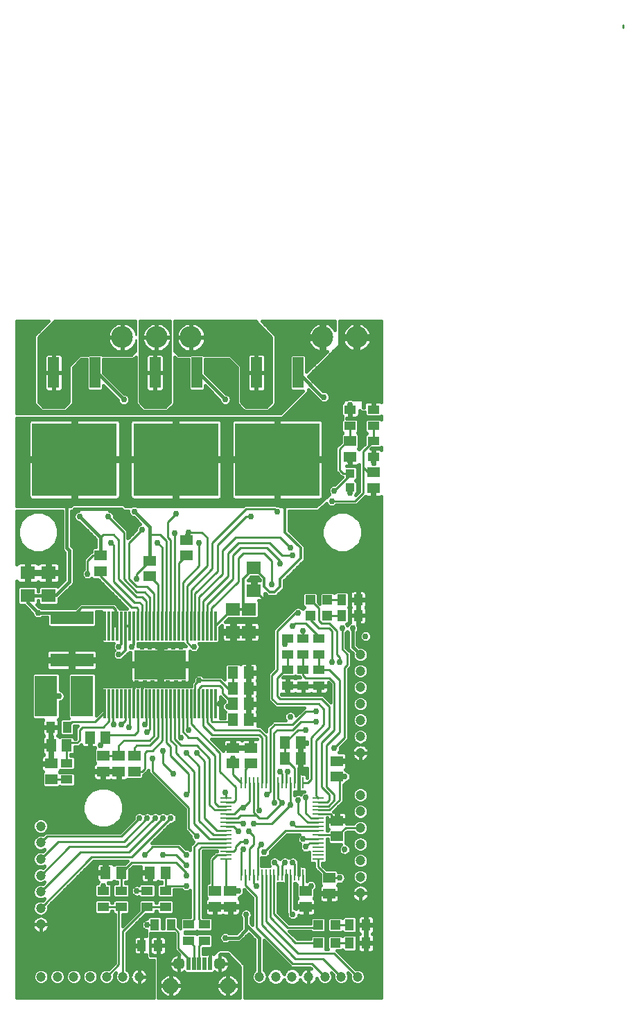
<source format=gtl>
G75*
%MOIN*%
%OFA0B0*%
%FSLAX25Y25*%
%IPPOS*%
%LPD*%
%AMOC8*
5,1,8,0,0,1.08239X$1,22.5*
%
%ADD10R,0.05906X0.05118*%
%ADD11R,0.05118X0.05906*%
%ADD12R,0.01969X0.06299*%
%ADD13C,0.05709*%
%ADD14C,0.07677*%
%ADD15R,0.00787X0.04528*%
%ADD16R,0.04724X0.04724*%
%ADD17R,0.40600X0.35100*%
%ADD18R,0.05200X0.14600*%
%ADD19R,0.04331X0.05512*%
%ADD20R,0.05512X0.04331*%
%ADD21R,0.25000X0.14173*%
%ADD22R,0.01181X0.13976*%
%ADD23R,0.05800X0.01100*%
%ADD24R,0.01100X0.05800*%
%ADD25R,0.04331X0.03937*%
%ADD26C,0.04724*%
%ADD27C,0.10500*%
%ADD28R,0.11024X0.19685*%
%ADD29R,0.07087X0.06299*%
%ADD30R,0.20900X0.06400*%
%ADD31C,0.01000*%
%ADD32C,0.02953*%
%ADD33C,0.01600*%
%ADD34C,0.01200*%
D10*
X0038929Y0116810D03*
X0038929Y0124290D03*
X0063929Y0120560D03*
X0063929Y0128040D03*
X0071429Y0128040D03*
X0071429Y0120560D03*
X0078929Y0120560D03*
X0078929Y0128040D03*
X0117679Y0063040D03*
X0117679Y0055560D03*
X0125179Y0055560D03*
X0125179Y0063040D03*
X0161429Y0063040D03*
X0161429Y0055560D03*
X0172679Y0061810D03*
X0172679Y0069290D03*
X0176429Y0089310D03*
X0176429Y0096790D03*
X0176429Y0118060D03*
X0176429Y0125540D03*
X0135179Y0124310D03*
X0135179Y0131790D03*
X0126429Y0131790D03*
X0126429Y0124310D03*
X0086429Y0214310D03*
X0086429Y0221790D03*
X0103929Y0224310D03*
X0103929Y0231790D03*
X0062679Y0224290D03*
X0062679Y0216810D03*
X0182679Y0271810D03*
X0182679Y0279290D03*
X0193929Y0264290D03*
X0193929Y0256810D03*
D11*
X0133919Y0168050D03*
X0133919Y0160550D03*
X0126439Y0160550D03*
X0126439Y0168050D03*
X0126439Y0153050D03*
X0126439Y0145550D03*
X0133919Y0145550D03*
X0133919Y0153050D03*
X0151439Y0134300D03*
X0151439Y0126800D03*
X0158919Y0126800D03*
X0158919Y0134300D03*
X0093919Y0071800D03*
X0086439Y0071800D03*
X0072669Y0071800D03*
X0065189Y0071800D03*
X0046419Y0133050D03*
X0038939Y0133050D03*
X0057689Y0136800D03*
X0065169Y0136800D03*
D12*
X0105061Y0028031D03*
X0107620Y0028031D03*
X0110179Y0028031D03*
X0112738Y0028031D03*
X0115297Y0028031D03*
D13*
X0120021Y0028130D03*
X0100336Y0028130D03*
D14*
X0096399Y0017500D03*
X0123958Y0017500D03*
D15*
X0115297Y0028031D03*
X0112738Y0028031D03*
X0110179Y0028031D03*
X0107620Y0028031D03*
X0105061Y0028031D03*
D16*
X0167295Y0038050D03*
X0175563Y0038050D03*
X0175563Y0046800D03*
X0167295Y0046800D03*
X0163545Y0195550D03*
X0163545Y0203050D03*
X0171813Y0203050D03*
X0171813Y0195550D03*
D17*
X0147679Y0270500D03*
X0098929Y0270500D03*
X0050179Y0270500D03*
D18*
X0060179Y0312263D03*
X0040179Y0312263D03*
X0088929Y0312263D03*
X0108929Y0312263D03*
X0137679Y0312263D03*
X0157679Y0312263D03*
D19*
X0178742Y0203050D03*
X0178742Y0195550D03*
X0186616Y0195550D03*
X0186616Y0203050D03*
X0190366Y0046800D03*
X0190366Y0038050D03*
X0182492Y0038050D03*
X0182492Y0046800D03*
X0096616Y0046800D03*
X0088742Y0046800D03*
X0090366Y0036800D03*
X0082492Y0036800D03*
X0046616Y0141800D03*
X0038742Y0141800D03*
D20*
X0046429Y0124487D03*
X0046429Y0116613D03*
X0063929Y0063237D03*
X0063929Y0055363D03*
X0072679Y0055363D03*
X0072679Y0063237D03*
X0085179Y0063237D03*
X0085179Y0055363D03*
X0093929Y0055363D03*
X0093929Y0063237D03*
X0105179Y0046987D03*
X0105179Y0039113D03*
X0112679Y0039113D03*
X0112679Y0046987D03*
X0152679Y0161613D03*
X0160179Y0161613D03*
X0160179Y0169487D03*
X0160179Y0176613D03*
X0152679Y0176613D03*
X0152679Y0169487D03*
X0152679Y0184487D03*
X0160179Y0184487D03*
X0167679Y0184487D03*
X0167679Y0176613D03*
X0167679Y0169487D03*
X0167679Y0161613D03*
X0193929Y0271613D03*
X0193929Y0279487D03*
X0193929Y0286613D03*
X0193929Y0294487D03*
X0182679Y0294487D03*
X0182679Y0286613D03*
D21*
X0091429Y0171800D03*
D22*
X0092413Y0153099D03*
X0090445Y0153099D03*
X0088476Y0153099D03*
X0086508Y0153099D03*
X0084539Y0153099D03*
X0082571Y0153099D03*
X0080602Y0153099D03*
X0078634Y0153099D03*
X0076665Y0153099D03*
X0074697Y0153099D03*
X0072728Y0153099D03*
X0070760Y0153099D03*
X0068791Y0153099D03*
X0066823Y0153099D03*
X0064854Y0153099D03*
X0064854Y0190501D03*
X0066823Y0190501D03*
X0068791Y0190501D03*
X0070760Y0190501D03*
X0072728Y0190501D03*
X0074697Y0190501D03*
X0076665Y0190501D03*
X0078634Y0190501D03*
X0080602Y0190501D03*
X0082571Y0190501D03*
X0084539Y0190501D03*
X0086508Y0190501D03*
X0088476Y0190501D03*
X0090445Y0190501D03*
X0092413Y0190501D03*
X0094382Y0190501D03*
X0096350Y0190501D03*
X0098319Y0190501D03*
X0100287Y0190501D03*
X0102256Y0190501D03*
X0104224Y0190501D03*
X0106193Y0190501D03*
X0108161Y0190501D03*
X0110130Y0190501D03*
X0112098Y0190501D03*
X0114067Y0190501D03*
X0116035Y0190501D03*
X0118004Y0190501D03*
X0118004Y0153099D03*
X0116035Y0153099D03*
X0114067Y0153099D03*
X0112098Y0153099D03*
X0110130Y0153099D03*
X0108161Y0153099D03*
X0106193Y0153099D03*
X0104224Y0153099D03*
X0102256Y0153099D03*
X0100287Y0153099D03*
X0098319Y0153099D03*
X0096350Y0153099D03*
X0094382Y0153099D03*
D23*
X0123029Y0107814D03*
X0123029Y0105845D03*
X0123029Y0103877D03*
X0123029Y0101908D03*
X0123029Y0099940D03*
X0123029Y0097971D03*
X0123029Y0096003D03*
X0123029Y0094034D03*
X0123029Y0092066D03*
X0123029Y0090097D03*
X0123029Y0088129D03*
X0123029Y0086160D03*
X0123029Y0084192D03*
X0123029Y0082223D03*
X0123029Y0080255D03*
X0123029Y0078286D03*
X0167329Y0078286D03*
X0167329Y0080255D03*
X0167329Y0082223D03*
X0167329Y0084192D03*
X0167329Y0086160D03*
X0167329Y0088129D03*
X0167329Y0090097D03*
X0167329Y0092066D03*
X0167329Y0094034D03*
X0167329Y0096003D03*
X0167329Y0097971D03*
X0167329Y0099940D03*
X0167329Y0101908D03*
X0167329Y0103877D03*
X0167329Y0105845D03*
X0167329Y0107814D03*
D24*
X0159943Y0115200D03*
X0157974Y0115200D03*
X0156006Y0115200D03*
X0154037Y0115200D03*
X0152069Y0115200D03*
X0150100Y0115200D03*
X0148132Y0115200D03*
X0146163Y0115200D03*
X0144195Y0115200D03*
X0142226Y0115200D03*
X0140258Y0115200D03*
X0138289Y0115200D03*
X0136321Y0115200D03*
X0134352Y0115200D03*
X0132384Y0115200D03*
X0130415Y0115200D03*
X0130415Y0070900D03*
X0132384Y0070900D03*
X0134352Y0070900D03*
X0136321Y0070900D03*
X0138289Y0070900D03*
X0140258Y0070900D03*
X0142226Y0070900D03*
X0144195Y0070900D03*
X0146163Y0070900D03*
X0148132Y0070900D03*
X0150100Y0070900D03*
X0152069Y0070900D03*
X0154037Y0070900D03*
X0156006Y0070900D03*
X0157974Y0070900D03*
X0159943Y0070900D03*
D25*
X0182679Y0257204D03*
X0182679Y0263896D03*
D26*
X0187679Y0176672D03*
X0187679Y0168798D03*
X0187679Y0160924D03*
X0187679Y0153050D03*
X0187679Y0145176D03*
X0187679Y0137302D03*
X0187679Y0129428D03*
X0187679Y0109172D03*
X0187679Y0101298D03*
X0187679Y0093424D03*
X0187679Y0085550D03*
X0187679Y0077676D03*
X0187679Y0069802D03*
X0187679Y0061928D03*
X0186301Y0021800D03*
X0178427Y0021800D03*
X0170553Y0021800D03*
X0162679Y0021800D03*
X0154805Y0021800D03*
X0146931Y0021800D03*
X0139057Y0021800D03*
X0081301Y0021800D03*
X0073427Y0021800D03*
X0065553Y0021800D03*
X0057679Y0021800D03*
X0049805Y0021800D03*
X0041931Y0021800D03*
X0034057Y0021800D03*
X0033929Y0046928D03*
X0033929Y0054802D03*
X0033929Y0062676D03*
X0033929Y0070550D03*
X0033929Y0078424D03*
X0033929Y0086298D03*
X0033929Y0094172D03*
D27*
X0073179Y0329250D03*
X0089679Y0329250D03*
X0106179Y0329250D03*
X0169429Y0329250D03*
X0185929Y0329250D03*
D28*
X0053840Y0156800D03*
X0036517Y0156800D03*
D29*
X0037679Y0205038D03*
X0037679Y0216062D03*
X0027679Y0216062D03*
X0027679Y0205038D03*
X0126429Y0198562D03*
X0133929Y0198562D03*
X0136429Y0207538D03*
X0136429Y0218562D03*
X0133929Y0187538D03*
X0126429Y0187538D03*
D30*
X0048929Y0194500D03*
X0048929Y0174100D03*
D31*
X0064854Y0153099D02*
X0064854Y0148975D01*
X0060179Y0144300D01*
X0049116Y0144300D01*
X0046616Y0141800D01*
X0052679Y0140550D02*
X0052679Y0135550D01*
X0051429Y0134300D01*
X0047669Y0134300D01*
X0046419Y0133050D01*
X0046429Y0133040D01*
X0046429Y0124487D01*
X0046232Y0116810D02*
X0038929Y0116810D01*
X0046232Y0116810D02*
X0046429Y0116613D01*
X0046419Y0133050D02*
X0047679Y0133050D01*
X0052679Y0140550D02*
X0053929Y0141800D01*
X0063929Y0141800D01*
X0066823Y0144694D01*
X0066823Y0153099D01*
X0068791Y0153099D02*
X0068791Y0143188D01*
X0068929Y0143050D01*
X0066616Y0138050D02*
X0065366Y0136800D01*
X0065169Y0136800D01*
X0062679Y0134310D01*
X0062679Y0133050D01*
X0063929Y0128040D02*
X0071429Y0128040D01*
X0071429Y0133050D01*
X0073929Y0135550D01*
X0086429Y0135550D01*
X0088476Y0137597D01*
X0088476Y0153099D01*
X0086508Y0153099D02*
X0086508Y0140629D01*
X0085179Y0139300D01*
X0083929Y0143050D02*
X0084539Y0143660D01*
X0084539Y0153099D01*
X0082571Y0153099D02*
X0082571Y0161692D01*
X0083929Y0163050D01*
X0080179Y0163050D02*
X0078634Y0161505D01*
X0078634Y0153099D01*
X0080602Y0153099D02*
X0080602Y0139723D01*
X0078929Y0138050D01*
X0066616Y0138050D01*
X0071429Y0130550D02*
X0071429Y0128040D01*
X0078929Y0128040D02*
X0078929Y0131800D01*
X0080179Y0133050D01*
X0086429Y0133050D01*
X0090445Y0137066D01*
X0090445Y0153099D01*
X0092413Y0153099D02*
X0092413Y0135284D01*
X0087679Y0130550D01*
X0085179Y0130550D01*
X0083929Y0129300D01*
X0083929Y0121800D01*
X0082679Y0120550D01*
X0078939Y0120550D01*
X0078929Y0120560D01*
X0087679Y0120550D02*
X0087679Y0126800D01*
X0087679Y0120550D02*
X0105179Y0103050D01*
X0105179Y0093050D01*
X0108929Y0089300D01*
X0109539Y0086160D02*
X0107679Y0084300D01*
X0107679Y0049487D01*
X0105179Y0046987D01*
X0110179Y0049487D02*
X0110179Y0083050D01*
X0111321Y0084192D01*
X0123029Y0084192D01*
X0123029Y0086160D02*
X0109539Y0086160D01*
X0115100Y0088129D02*
X0107679Y0095550D01*
X0107679Y0120550D01*
X0098929Y0129300D01*
X0098929Y0133050D01*
X0096429Y0135550D01*
X0096429Y0153020D01*
X0096350Y0153099D01*
X0094382Y0153099D02*
X0094382Y0134300D01*
X0096429Y0132253D01*
X0096429Y0128050D01*
X0105179Y0119300D01*
X0105179Y0110550D01*
X0103929Y0109300D01*
X0097679Y0119300D02*
X0092679Y0124300D01*
X0092679Y0130550D01*
X0098319Y0136160D02*
X0101429Y0133050D01*
X0108929Y0133050D01*
X0115179Y0126800D01*
X0115179Y0104300D01*
X0117571Y0101908D01*
X0123029Y0101908D01*
X0123029Y0099940D02*
X0127069Y0099940D01*
X0130179Y0103050D01*
X0131429Y0103050D01*
X0134352Y0105973D01*
X0134352Y0115200D01*
X0132384Y0115200D02*
X0132384Y0121515D01*
X0135179Y0124310D01*
X0135179Y0131790D02*
X0135179Y0134300D01*
X0138929Y0138050D02*
X0140258Y0136721D01*
X0140258Y0115200D01*
X0142226Y0115200D02*
X0142226Y0129300D01*
X0142226Y0137253D01*
X0138929Y0140550D01*
X0117679Y0140550D01*
X0114067Y0144162D01*
X0114067Y0153099D01*
X0116035Y0153099D02*
X0116035Y0144694D01*
X0116429Y0144300D01*
X0125189Y0144300D01*
X0126439Y0145550D01*
X0123929Y0151800D02*
X0125179Y0153050D01*
X0126439Y0153050D01*
X0121429Y0158060D01*
X0121429Y0160550D01*
X0120179Y0161800D01*
X0111429Y0161800D01*
X0110130Y0160501D01*
X0110130Y0153099D01*
X0112098Y0153099D02*
X0112098Y0142381D01*
X0116429Y0138050D01*
X0138929Y0138050D01*
X0144195Y0140816D02*
X0144195Y0115200D01*
X0144195Y0110816D01*
X0142679Y0109300D01*
X0146163Y0105816D02*
X0146429Y0105550D01*
X0146163Y0105816D02*
X0146163Y0115200D01*
X0146163Y0139034D01*
X0147679Y0140550D01*
X0155179Y0140550D01*
X0158929Y0144300D01*
X0166429Y0144300D01*
X0170179Y0143050D02*
X0170179Y0150550D01*
X0167679Y0153050D01*
X0147679Y0153050D01*
X0145179Y0155550D01*
X0145179Y0166800D01*
X0147679Y0169300D01*
X0147679Y0188050D01*
X0156429Y0196800D01*
X0157679Y0196800D01*
X0156429Y0191800D02*
X0161429Y0191800D01*
X0167679Y0185550D01*
X0167679Y0184487D01*
X0167679Y0189300D02*
X0163545Y0193434D01*
X0163545Y0195550D01*
X0160179Y0188050D02*
X0160179Y0184487D01*
X0155179Y0190550D02*
X0156429Y0191800D01*
X0152679Y0184487D02*
X0151429Y0183237D01*
X0151429Y0181800D01*
X0152679Y0176613D02*
X0152679Y0169487D01*
X0151616Y0169487D01*
X0147679Y0165550D01*
X0147679Y0156800D01*
X0148929Y0155550D01*
X0168929Y0155550D01*
X0172679Y0151800D01*
X0172679Y0141800D01*
X0166429Y0135550D01*
X0166429Y0108714D01*
X0167329Y0107814D01*
X0167443Y0107814D01*
X0167329Y0105845D02*
X0171724Y0105845D01*
X0172679Y0106800D01*
X0172679Y0109300D01*
X0168929Y0113050D01*
X0168929Y0134300D01*
X0175179Y0140550D01*
X0175179Y0146800D01*
X0175179Y0148050D01*
X0175179Y0163050D01*
X0172679Y0165550D01*
X0161429Y0165550D01*
X0160179Y0166800D01*
X0160179Y0169487D01*
X0160179Y0176613D01*
X0167679Y0176613D02*
X0167679Y0169487D01*
X0167866Y0169300D01*
X0172679Y0169300D01*
X0177679Y0164300D01*
X0177679Y0139300D01*
X0171429Y0133050D01*
X0171429Y0113050D01*
X0175179Y0109300D01*
X0175179Y0106800D01*
X0172256Y0103877D01*
X0167329Y0103877D01*
X0167329Y0101908D02*
X0172787Y0101908D01*
X0177679Y0106800D01*
X0177679Y0116810D01*
X0176429Y0118060D01*
X0180169Y0118060D01*
X0180179Y0118050D01*
X0175179Y0131800D02*
X0180179Y0136800D01*
X0180179Y0170550D01*
X0181429Y0171800D01*
X0181429Y0176800D01*
X0178929Y0179300D01*
X0178929Y0189300D01*
X0176429Y0188050D02*
X0176429Y0176800D01*
X0177679Y0175550D01*
X0177679Y0173050D01*
X0173929Y0173050D02*
X0173929Y0188050D01*
X0172679Y0189300D01*
X0167679Y0189300D01*
X0168929Y0191800D02*
X0172679Y0191800D01*
X0176429Y0188050D01*
X0178742Y0195550D02*
X0171813Y0195550D01*
X0168929Y0191800D02*
X0167679Y0193050D01*
X0167679Y0198916D01*
X0163545Y0203050D01*
X0171813Y0203050D02*
X0178742Y0203050D01*
X0155179Y0224300D02*
X0150179Y0224300D01*
X0143929Y0230550D01*
X0128929Y0230550D01*
X0123929Y0225550D01*
X0123929Y0214300D01*
X0112098Y0202469D01*
X0112098Y0190501D01*
X0110130Y0190501D02*
X0110130Y0204251D01*
X0121429Y0215550D01*
X0121429Y0226800D01*
X0127679Y0233050D01*
X0148929Y0233050D01*
X0153929Y0228050D01*
X0148929Y0221800D02*
X0148929Y0220550D01*
X0148929Y0221800D02*
X0142679Y0228050D01*
X0130179Y0228050D01*
X0126429Y0224300D01*
X0126429Y0213050D01*
X0114067Y0200688D01*
X0114067Y0190501D01*
X0116035Y0190501D02*
X0116035Y0198906D01*
X0128929Y0211800D01*
X0128929Y0223050D01*
X0131429Y0225550D01*
X0141429Y0225550D01*
X0145179Y0221800D01*
X0145179Y0210560D01*
X0118929Y0229300D02*
X0132679Y0243050D01*
X0135179Y0243050D01*
X0132679Y0246800D02*
X0116429Y0230550D01*
X0116429Y0218050D01*
X0106193Y0207814D01*
X0106193Y0190501D01*
X0108161Y0190501D02*
X0108161Y0206032D01*
X0118929Y0216800D01*
X0118929Y0229300D01*
X0113929Y0233050D02*
X0111429Y0235550D01*
X0105179Y0235550D01*
X0110179Y0230550D02*
X0110179Y0219300D01*
X0102256Y0211377D01*
X0102256Y0190501D01*
X0104224Y0190501D02*
X0104224Y0182755D01*
X0106429Y0180550D01*
X0107679Y0180550D01*
X0104224Y0190501D02*
X0104224Y0209595D01*
X0113929Y0219300D01*
X0113929Y0233050D01*
X0103929Y0224310D02*
X0100287Y0220668D01*
X0100287Y0190501D01*
X0098319Y0190501D02*
X0098319Y0234940D01*
X0096429Y0231800D02*
X0095179Y0233050D01*
X0095179Y0240550D01*
X0098929Y0244300D01*
X0091429Y0234300D02*
X0094382Y0231347D01*
X0094382Y0190501D01*
X0096350Y0190501D02*
X0096429Y0190580D01*
X0096429Y0231800D01*
X0092413Y0228316D02*
X0092413Y0190501D01*
X0090445Y0190501D02*
X0090445Y0210294D01*
X0086429Y0214310D01*
X0087669Y0214310D01*
X0085179Y0209300D02*
X0080179Y0209300D01*
X0076429Y0213050D01*
X0076429Y0230550D01*
X0082679Y0236800D01*
X0086429Y0234300D02*
X0091429Y0234300D01*
X0090179Y0230550D02*
X0092413Y0228316D01*
X0086429Y0221790D02*
X0080179Y0215540D01*
X0080179Y0213050D01*
X0080179Y0206800D02*
X0073929Y0213050D01*
X0073929Y0235550D01*
X0066429Y0243050D01*
X0068929Y0234300D02*
X0063929Y0234300D01*
X0062679Y0233050D01*
X0067679Y0230550D02*
X0068929Y0229300D01*
X0068929Y0211800D01*
X0078929Y0201800D01*
X0081429Y0201800D01*
X0082571Y0200658D01*
X0082571Y0190501D01*
X0084539Y0190501D02*
X0084539Y0202440D01*
X0082679Y0204300D01*
X0080179Y0204300D01*
X0071429Y0213050D01*
X0071429Y0231800D01*
X0068929Y0234300D01*
X0062679Y0224290D02*
X0058919Y0224290D01*
X0056429Y0221800D01*
X0056429Y0215550D01*
X0062679Y0214300D02*
X0077679Y0199300D01*
X0080179Y0199300D01*
X0080602Y0198877D01*
X0080602Y0190501D01*
X0086508Y0190501D02*
X0086508Y0204221D01*
X0083929Y0206800D01*
X0080179Y0206800D01*
X0085179Y0209300D02*
X0088476Y0206003D01*
X0088476Y0190501D01*
X0070760Y0190501D02*
X0068791Y0190501D01*
X0062679Y0214300D02*
X0062679Y0216810D01*
X0074697Y0153099D02*
X0074697Y0145068D01*
X0072679Y0143050D01*
X0076429Y0141800D02*
X0076665Y0142036D01*
X0076665Y0153099D01*
X0098319Y0153099D02*
X0098319Y0136160D01*
X0100287Y0137942D02*
X0101429Y0136800D01*
X0100287Y0137942D02*
X0100287Y0153099D01*
X0102256Y0153099D02*
X0102256Y0139723D01*
X0105179Y0136800D01*
X0108929Y0136800D01*
X0117679Y0128050D01*
X0117679Y0105550D01*
X0119352Y0103877D01*
X0123029Y0103877D01*
X0123029Y0105845D02*
X0126724Y0105845D01*
X0127679Y0106800D01*
X0127679Y0113050D01*
X0120179Y0120550D01*
X0120179Y0129300D01*
X0106193Y0143286D01*
X0106193Y0153099D01*
X0108161Y0153099D02*
X0108161Y0162282D01*
X0110179Y0164300D01*
X0120179Y0164300D01*
X0123929Y0160550D01*
X0126439Y0160550D01*
X0126439Y0168050D01*
X0126429Y0163050D02*
X0126439Y0160550D01*
X0120179Y0153050D02*
X0118053Y0153050D01*
X0118004Y0153099D01*
X0104224Y0153099D02*
X0104224Y0141505D01*
X0105179Y0140550D01*
X0103929Y0129300D02*
X0110179Y0123050D01*
X0110179Y0096800D01*
X0116882Y0090097D01*
X0123029Y0090097D01*
X0123029Y0088129D02*
X0115100Y0088129D01*
X0118663Y0092066D02*
X0112679Y0098050D01*
X0112679Y0101800D01*
X0112679Y0125550D01*
X0108929Y0129300D01*
X0122679Y0110550D02*
X0123029Y0110200D01*
X0123029Y0107814D01*
X0123029Y0097971D02*
X0128850Y0097971D01*
X0130179Y0099300D01*
X0137679Y0099300D01*
X0138929Y0098050D01*
X0142679Y0098050D01*
X0150179Y0105550D01*
X0148132Y0107597D01*
X0148132Y0115200D01*
X0150100Y0115200D02*
X0150100Y0119379D01*
X0148929Y0120550D01*
X0152069Y0119910D02*
X0152679Y0120550D01*
X0152069Y0119910D02*
X0152069Y0115200D01*
X0154037Y0115200D02*
X0154037Y0104408D01*
X0153929Y0104300D01*
X0145179Y0095550D01*
X0136429Y0095550D01*
X0138929Y0098050D02*
X0136321Y0100658D01*
X0136321Y0115200D01*
X0138289Y0115200D02*
X0138289Y0102440D01*
X0138929Y0101800D01*
X0133929Y0091800D02*
X0136429Y0089300D01*
X0136429Y0085550D01*
X0134352Y0083473D01*
X0134352Y0070900D01*
X0132384Y0070900D02*
X0132384Y0065845D01*
X0137679Y0060550D01*
X0137679Y0045550D01*
X0155179Y0028050D01*
X0164303Y0028050D01*
X0170553Y0021800D01*
X0178427Y0021800D02*
X0169677Y0030550D01*
X0156429Y0030550D01*
X0140258Y0046721D01*
X0140258Y0070900D01*
X0142226Y0070900D02*
X0142226Y0048503D01*
X0157679Y0033050D01*
X0175051Y0033050D01*
X0186301Y0021800D01*
X0182492Y0038050D02*
X0175563Y0038050D01*
X0167295Y0038050D02*
X0156429Y0038050D01*
X0144195Y0050284D01*
X0144195Y0070900D01*
X0146163Y0070900D02*
X0146163Y0052066D01*
X0152679Y0045550D01*
X0166045Y0045550D01*
X0167295Y0046800D01*
X0175563Y0046800D02*
X0182492Y0046800D01*
X0177669Y0069290D02*
X0172679Y0069290D01*
X0167329Y0074640D01*
X0167329Y0078286D01*
X0167329Y0086160D02*
X0163289Y0086160D01*
X0161429Y0084300D01*
X0160179Y0088050D02*
X0160258Y0088129D01*
X0167329Y0088129D01*
X0167329Y0090097D02*
X0175641Y0090097D01*
X0176429Y0089310D01*
X0180543Y0093424D01*
X0187679Y0093424D01*
X0182679Y0096800D02*
X0182669Y0096790D01*
X0176429Y0096790D01*
X0173279Y0099940D01*
X0167329Y0099940D01*
X0167329Y0097971D02*
X0164008Y0097971D01*
X0161429Y0100550D01*
X0161429Y0108050D01*
X0162329Y0115200D02*
X0159943Y0115200D01*
X0157974Y0115200D02*
X0157974Y0125855D01*
X0156006Y0122233D02*
X0151439Y0126800D01*
X0151439Y0134300D01*
X0157689Y0140550D01*
X0161429Y0140550D01*
X0163929Y0136800D02*
X0170179Y0143050D01*
X0166429Y0149300D02*
X0161429Y0149300D01*
X0155179Y0143050D01*
X0146429Y0143050D01*
X0144195Y0140816D01*
X0142226Y0129753D02*
X0142226Y0129300D01*
X0156006Y0122233D02*
X0156006Y0115200D01*
X0157679Y0106800D02*
X0157679Y0100550D01*
X0162226Y0096003D01*
X0167329Y0096003D01*
X0167329Y0094034D02*
X0156695Y0094034D01*
X0155179Y0095550D01*
X0151695Y0092066D02*
X0141429Y0081800D01*
X0138289Y0083660D02*
X0140179Y0085550D01*
X0138289Y0083660D02*
X0138289Y0070900D01*
X0136321Y0070900D02*
X0136321Y0066908D01*
X0137679Y0065550D01*
X0130415Y0070900D02*
X0130415Y0082036D01*
X0131429Y0083050D01*
X0127679Y0083050D02*
X0127679Y0084300D01*
X0130179Y0086800D01*
X0132679Y0086800D01*
X0134352Y0091377D02*
X0133929Y0091800D01*
X0131429Y0095550D02*
X0130976Y0096003D01*
X0123029Y0096003D01*
X0123029Y0094034D02*
X0126695Y0094034D01*
X0128929Y0091800D01*
X0123029Y0092066D02*
X0118663Y0092066D01*
X0112679Y0099300D02*
X0112679Y0101800D01*
X0100179Y0084300D02*
X0087679Y0084300D01*
X0083929Y0080550D01*
X0077679Y0079300D02*
X0058427Y0079300D01*
X0033929Y0054802D01*
X0033929Y0062676D02*
X0053053Y0081800D01*
X0076429Y0081800D01*
X0092679Y0098050D01*
X0096429Y0098050D02*
X0077679Y0079300D01*
X0077669Y0076800D02*
X0098929Y0076800D01*
X0103929Y0071800D01*
X0103929Y0070550D01*
X0103929Y0065550D02*
X0093919Y0065550D01*
X0093919Y0071800D01*
X0093919Y0065550D02*
X0093919Y0063247D01*
X0093929Y0063237D01*
X0093929Y0055363D02*
X0085179Y0055363D01*
X0073427Y0043611D01*
X0073427Y0021800D01*
X0071429Y0027676D02*
X0071429Y0054113D01*
X0072679Y0055363D01*
X0063929Y0055363D01*
X0072679Y0063237D02*
X0072679Y0071790D01*
X0072669Y0071800D01*
X0077669Y0076800D01*
X0075179Y0084300D02*
X0047679Y0084300D01*
X0033929Y0070550D01*
X0033929Y0078424D02*
X0042305Y0086800D01*
X0073929Y0086800D01*
X0085179Y0098050D01*
X0088929Y0098050D02*
X0075179Y0084300D01*
X0072679Y0089300D02*
X0081429Y0098050D01*
X0072679Y0089300D02*
X0036931Y0089300D01*
X0033929Y0086298D01*
X0071429Y0027676D02*
X0065553Y0021800D01*
X0086429Y0031800D02*
X0086429Y0042944D01*
X0091363Y0042944D01*
X0091469Y0043050D01*
X0093889Y0043050D01*
X0093995Y0042944D01*
X0098209Y0042944D01*
X0098579Y0042574D01*
X0098579Y0034887D01*
X0101039Y0032427D01*
X0100679Y0032484D01*
X0100624Y0032484D01*
X0100624Y0031800D01*
X0100049Y0031800D01*
X0100049Y0032484D01*
X0099994Y0032484D01*
X0099317Y0032377D01*
X0098665Y0032165D01*
X0098054Y0031854D01*
X0097980Y0031800D01*
X0086429Y0031800D01*
X0086429Y0032266D02*
X0098974Y0032266D01*
X0090179Y0032266D01*
X0089866Y0032544D02*
X0089866Y0036300D01*
X0090866Y0036300D01*
X0090866Y0037300D01*
X0094031Y0037300D01*
X0094031Y0039753D01*
X0093929Y0040135D01*
X0093731Y0040477D01*
X0093452Y0040756D01*
X0093110Y0040954D01*
X0092729Y0041056D01*
X0090866Y0041056D01*
X0090866Y0037300D01*
X0089866Y0037300D01*
X0089866Y0041056D01*
X0088003Y0041056D01*
X0087622Y0040954D01*
X0087279Y0040756D01*
X0087000Y0040477D01*
X0086803Y0040135D01*
X0086700Y0039753D01*
X0086700Y0037300D01*
X0089866Y0037300D01*
X0089866Y0036300D01*
X0086700Y0036300D01*
X0086700Y0033847D01*
X0086803Y0033465D01*
X0087000Y0033123D01*
X0087279Y0032844D01*
X0087622Y0032646D01*
X0088003Y0032544D01*
X0089866Y0032544D01*
X0090179Y0033050D02*
X0090866Y0033050D01*
X0090866Y0032544D01*
X0092729Y0032544D01*
X0093110Y0032646D01*
X0093452Y0032844D01*
X0093731Y0033123D01*
X0093929Y0033465D01*
X0094031Y0033847D01*
X0094031Y0036300D01*
X0090866Y0036300D01*
X0090866Y0032544D01*
X0092729Y0032544D01*
X0093110Y0032646D01*
X0093452Y0032844D01*
X0093658Y0033050D01*
X0100416Y0033050D01*
X0101039Y0032427D01*
X0100679Y0032484D01*
X0100624Y0032484D01*
X0100624Y0028417D01*
X0100049Y0028417D01*
X0100049Y0027842D01*
X0100624Y0027842D01*
X0100624Y0023776D01*
X0100679Y0023776D01*
X0101356Y0023883D01*
X0102008Y0024095D01*
X0102618Y0024406D01*
X0102976Y0024666D01*
X0102976Y0024426D01*
X0103621Y0023782D01*
X0116737Y0023782D01*
X0117381Y0024426D01*
X0117381Y0024666D01*
X0117739Y0024406D01*
X0118350Y0024095D01*
X0119002Y0023883D01*
X0119679Y0023776D01*
X0119734Y0023776D01*
X0119734Y0027842D01*
X0120309Y0027842D01*
X0120309Y0023776D01*
X0120364Y0023776D01*
X0121041Y0023883D01*
X0121693Y0024095D01*
X0122304Y0024406D01*
X0122858Y0024809D01*
X0123343Y0025293D01*
X0123746Y0025848D01*
X0124057Y0026458D01*
X0124268Y0027110D01*
X0124376Y0027787D01*
X0124376Y0027842D01*
X0120309Y0027842D01*
X0120309Y0028417D01*
X0124376Y0028417D01*
X0124376Y0028473D01*
X0124268Y0029150D01*
X0124057Y0029801D01*
X0123746Y0030412D01*
X0123343Y0030967D01*
X0122858Y0031451D01*
X0122304Y0031854D01*
X0121693Y0032165D01*
X0121041Y0032377D01*
X0120364Y0032484D01*
X0120309Y0032484D01*
X0120309Y0028417D01*
X0119734Y0028417D01*
X0119734Y0032484D01*
X0119679Y0032484D01*
X0119601Y0032472D01*
X0120179Y0033050D01*
X0123929Y0033050D01*
X0130179Y0026800D01*
X0130179Y0011300D01*
X0090179Y0011300D01*
X0090179Y0033050D01*
X0089866Y0033264D02*
X0090866Y0033264D01*
X0090866Y0034263D02*
X0089866Y0034263D01*
X0089866Y0035261D02*
X0090866Y0035261D01*
X0090866Y0036260D02*
X0089866Y0036260D01*
X0089866Y0037258D02*
X0086429Y0037258D01*
X0086429Y0036260D02*
X0086700Y0036260D01*
X0086700Y0035261D02*
X0086429Y0035261D01*
X0086429Y0034263D02*
X0086700Y0034263D01*
X0086919Y0033264D02*
X0086429Y0033264D01*
X0090179Y0031267D02*
X0097316Y0031267D01*
X0097500Y0031451D02*
X0097015Y0030967D01*
X0096612Y0030412D01*
X0096301Y0029801D01*
X0096089Y0029150D01*
X0095982Y0028473D01*
X0095982Y0028417D01*
X0100049Y0028417D01*
X0100049Y0032484D01*
X0099994Y0032484D01*
X0099317Y0032377D01*
X0098665Y0032165D01*
X0098054Y0031854D01*
X0097500Y0031451D01*
X0096539Y0030269D02*
X0090179Y0030269D01*
X0090179Y0029270D02*
X0096128Y0029270D01*
X0095982Y0027842D02*
X0095982Y0027787D01*
X0096089Y0027110D01*
X0096301Y0026458D01*
X0096612Y0025848D01*
X0097015Y0025293D01*
X0097500Y0024809D01*
X0098054Y0024406D01*
X0098665Y0024095D01*
X0099317Y0023883D01*
X0099994Y0023776D01*
X0100049Y0023776D01*
X0100049Y0027842D01*
X0095982Y0027842D01*
X0096063Y0027273D02*
X0090179Y0027273D01*
X0090179Y0026275D02*
X0096395Y0026275D01*
X0097032Y0025276D02*
X0090179Y0025276D01*
X0090179Y0024278D02*
X0098306Y0024278D01*
X0097649Y0022707D02*
X0096899Y0022826D01*
X0096899Y0018000D01*
X0095899Y0018000D01*
X0095899Y0017000D01*
X0091073Y0017000D01*
X0091192Y0016250D01*
X0091452Y0015451D01*
X0091833Y0014702D01*
X0092327Y0014022D01*
X0092921Y0013428D01*
X0093601Y0012934D01*
X0094350Y0012553D01*
X0095149Y0012293D01*
X0095899Y0012174D01*
X0095899Y0017000D01*
X0096899Y0017000D01*
X0096899Y0012174D01*
X0097649Y0012293D01*
X0098449Y0012553D01*
X0099197Y0012934D01*
X0099877Y0013428D01*
X0100471Y0014022D01*
X0100965Y0014702D01*
X0101347Y0015451D01*
X0101606Y0016250D01*
X0101725Y0017000D01*
X0096899Y0017000D01*
X0096899Y0018000D01*
X0101725Y0018000D01*
X0101606Y0018750D01*
X0101347Y0019549D01*
X0100965Y0020298D01*
X0100471Y0020978D01*
X0099877Y0021572D01*
X0099197Y0022066D01*
X0098449Y0022447D01*
X0097649Y0022707D01*
X0096899Y0022281D02*
X0095899Y0022281D01*
X0095899Y0022826D02*
X0095149Y0022707D01*
X0094350Y0022447D01*
X0093601Y0022066D01*
X0092921Y0021572D01*
X0092327Y0020978D01*
X0091833Y0020298D01*
X0091452Y0019549D01*
X0091192Y0018750D01*
X0091073Y0018000D01*
X0095899Y0018000D01*
X0095899Y0022826D01*
X0095899Y0021282D02*
X0096899Y0021282D01*
X0096899Y0020284D02*
X0095899Y0020284D01*
X0095899Y0019285D02*
X0096899Y0019285D01*
X0096899Y0018287D02*
X0095899Y0018287D01*
X0095899Y0017288D02*
X0090179Y0017288D01*
X0090179Y0016290D02*
X0091186Y0016290D01*
X0091533Y0015291D02*
X0090179Y0015291D01*
X0090179Y0014293D02*
X0092131Y0014293D01*
X0093106Y0013294D02*
X0090179Y0013294D01*
X0090179Y0012296D02*
X0095141Y0012296D01*
X0095899Y0012296D02*
X0096899Y0012296D01*
X0097658Y0012296D02*
X0122700Y0012296D01*
X0122708Y0012293D02*
X0123458Y0012174D01*
X0123458Y0017000D01*
X0118632Y0017000D01*
X0118751Y0016250D01*
X0119011Y0015451D01*
X0119392Y0014702D01*
X0119886Y0014022D01*
X0120481Y0013428D01*
X0121160Y0012934D01*
X0121909Y0012553D01*
X0122708Y0012293D01*
X0123458Y0012296D02*
X0124458Y0012296D01*
X0124458Y0012174D02*
X0125208Y0012293D01*
X0126008Y0012553D01*
X0126756Y0012934D01*
X0127436Y0013428D01*
X0128030Y0014022D01*
X0128524Y0014702D01*
X0128906Y0015451D01*
X0129165Y0016250D01*
X0129284Y0017000D01*
X0124458Y0017000D01*
X0124458Y0012174D01*
X0125217Y0012296D02*
X0130179Y0012296D01*
X0130179Y0013294D02*
X0127252Y0013294D01*
X0128227Y0014293D02*
X0130179Y0014293D01*
X0130179Y0015291D02*
X0128824Y0015291D01*
X0129172Y0016290D02*
X0130179Y0016290D01*
X0130179Y0017288D02*
X0124458Y0017288D01*
X0124458Y0017000D02*
X0124458Y0018000D01*
X0123458Y0018000D01*
X0123458Y0017000D01*
X0124458Y0017000D01*
X0124458Y0016290D02*
X0123458Y0016290D01*
X0123458Y0017288D02*
X0096899Y0017288D01*
X0096899Y0016290D02*
X0095899Y0016290D01*
X0095899Y0015291D02*
X0096899Y0015291D01*
X0096899Y0014293D02*
X0095899Y0014293D01*
X0095899Y0013294D02*
X0096899Y0013294D01*
X0099693Y0013294D02*
X0120665Y0013294D01*
X0119690Y0014293D02*
X0100668Y0014293D01*
X0101265Y0015291D02*
X0119092Y0015291D01*
X0118745Y0016290D02*
X0101613Y0016290D01*
X0101680Y0018287D02*
X0118678Y0018287D01*
X0118632Y0018000D02*
X0123458Y0018000D01*
X0123458Y0022826D01*
X0122708Y0022707D01*
X0121909Y0022447D01*
X0121160Y0022066D01*
X0120481Y0021572D01*
X0119886Y0020978D01*
X0119392Y0020298D01*
X0119011Y0019549D01*
X0118751Y0018750D01*
X0118632Y0018000D01*
X0118925Y0019285D02*
X0101433Y0019285D01*
X0100973Y0020284D02*
X0119385Y0020284D01*
X0120191Y0021282D02*
X0100167Y0021282D01*
X0098776Y0022281D02*
X0121582Y0022281D01*
X0123458Y0022281D02*
X0124458Y0022281D01*
X0124458Y0022826D02*
X0125208Y0022707D01*
X0126008Y0022447D01*
X0126756Y0022066D01*
X0127436Y0021572D01*
X0128030Y0020978D01*
X0128524Y0020298D01*
X0128906Y0019549D01*
X0129165Y0018750D01*
X0129284Y0018000D01*
X0124458Y0018000D01*
X0124458Y0022826D01*
X0124458Y0021282D02*
X0123458Y0021282D01*
X0123458Y0020284D02*
X0124458Y0020284D01*
X0124458Y0019285D02*
X0123458Y0019285D01*
X0123458Y0018287D02*
X0124458Y0018287D01*
X0124458Y0015291D02*
X0123458Y0015291D01*
X0123458Y0014293D02*
X0124458Y0014293D01*
X0124458Y0013294D02*
X0123458Y0013294D01*
X0129239Y0018287D02*
X0130179Y0018287D01*
X0130179Y0019285D02*
X0128992Y0019285D01*
X0128532Y0020284D02*
X0130179Y0020284D01*
X0130179Y0021282D02*
X0127726Y0021282D01*
X0126335Y0022281D02*
X0130179Y0022281D01*
X0130179Y0023279D02*
X0090179Y0023279D01*
X0090179Y0022281D02*
X0094023Y0022281D01*
X0092632Y0021282D02*
X0090179Y0021282D01*
X0090179Y0020284D02*
X0091826Y0020284D01*
X0091366Y0019285D02*
X0090179Y0019285D01*
X0090179Y0018287D02*
X0091119Y0018287D01*
X0090179Y0028272D02*
X0100049Y0028272D01*
X0100049Y0029270D02*
X0100624Y0029270D01*
X0100624Y0030269D02*
X0100049Y0030269D01*
X0100049Y0031267D02*
X0100624Y0031267D01*
X0100624Y0032266D02*
X0100049Y0032266D01*
X0100624Y0032266D01*
X0100202Y0033264D02*
X0093813Y0033264D01*
X0094031Y0034263D02*
X0099203Y0034263D01*
X0098579Y0035261D02*
X0094031Y0035261D01*
X0094031Y0036260D02*
X0098579Y0036260D01*
X0098579Y0037258D02*
X0090866Y0037258D01*
X0090866Y0038257D02*
X0089866Y0038257D01*
X0089866Y0039255D02*
X0090866Y0039255D01*
X0090866Y0040254D02*
X0089866Y0040254D01*
X0086871Y0040254D02*
X0086429Y0040254D01*
X0086429Y0041252D02*
X0098579Y0041252D01*
X0098579Y0040254D02*
X0093860Y0040254D01*
X0094031Y0039255D02*
X0098579Y0039255D01*
X0098579Y0038257D02*
X0094031Y0038257D01*
X0098579Y0042251D02*
X0086429Y0042251D01*
X0086429Y0039255D02*
X0086700Y0039255D01*
X0086700Y0038257D02*
X0086429Y0038257D01*
X0085179Y0046800D02*
X0088742Y0046800D01*
X0096616Y0046800D02*
X0100179Y0043237D01*
X0100179Y0035550D01*
X0105179Y0030550D01*
X0105179Y0028150D01*
X0105061Y0028031D01*
X0107620Y0028031D02*
X0107620Y0036672D01*
X0105179Y0039113D01*
X0110179Y0036613D02*
X0112679Y0039113D01*
X0110179Y0036613D02*
X0110179Y0028031D01*
X0103125Y0024278D02*
X0102367Y0024278D01*
X0100624Y0024278D02*
X0100049Y0024278D01*
X0100049Y0025276D02*
X0100624Y0025276D01*
X0100624Y0026275D02*
X0100049Y0026275D01*
X0100049Y0027273D02*
X0100624Y0027273D01*
X0112679Y0046987D02*
X0110179Y0049487D01*
X0117679Y0063040D02*
X0116429Y0064290D01*
X0116429Y0078050D01*
X0118634Y0080255D01*
X0123029Y0080255D01*
X0123029Y0082223D02*
X0126852Y0082223D01*
X0127679Y0083050D01*
X0123029Y0078286D02*
X0123029Y0065190D01*
X0125179Y0063040D01*
X0128919Y0063040D01*
X0128929Y0063050D01*
X0125179Y0063040D02*
X0124279Y0063940D01*
X0103929Y0075550D02*
X0098929Y0080550D01*
X0092679Y0080550D01*
X0100179Y0084300D02*
X0103929Y0080550D01*
X0085179Y0063237D02*
X0080366Y0063237D01*
X0080179Y0063050D01*
X0119734Y0032266D02*
X0120309Y0032266D01*
X0120309Y0031267D02*
X0119734Y0031267D01*
X0119734Y0030269D02*
X0120309Y0030269D01*
X0120309Y0029270D02*
X0119734Y0029270D01*
X0120309Y0028272D02*
X0128707Y0028272D01*
X0127709Y0029270D02*
X0124229Y0029270D01*
X0123819Y0030269D02*
X0126710Y0030269D01*
X0125712Y0031267D02*
X0123042Y0031267D01*
X0121383Y0032266D02*
X0124713Y0032266D01*
X0124294Y0027273D02*
X0129706Y0027273D01*
X0130179Y0026275D02*
X0123963Y0026275D01*
X0123326Y0025276D02*
X0130179Y0025276D01*
X0130179Y0024278D02*
X0122052Y0024278D01*
X0120309Y0024278D02*
X0119734Y0024278D01*
X0119734Y0025276D02*
X0120309Y0025276D01*
X0120309Y0026275D02*
X0119734Y0026275D01*
X0119734Y0027273D02*
X0120309Y0027273D01*
X0117991Y0024278D02*
X0117233Y0024278D01*
X0148132Y0070900D02*
X0148132Y0075097D01*
X0146429Y0076800D01*
X0150100Y0075471D02*
X0150100Y0070900D01*
X0154037Y0070900D02*
X0154037Y0052942D01*
X0155179Y0051800D01*
X0161429Y0063040D02*
X0159943Y0064526D01*
X0159943Y0070900D01*
X0156006Y0070900D02*
X0156006Y0075973D01*
X0155179Y0076800D01*
X0151429Y0076800D02*
X0150100Y0075471D01*
X0151695Y0092066D02*
X0167329Y0092066D01*
X0179352Y0082223D02*
X0180179Y0083050D01*
X0177679Y0069300D02*
X0177669Y0069290D01*
X0163929Y0065550D02*
X0163929Y0065540D01*
X0161429Y0063040D01*
X0162329Y0115200D02*
X0163929Y0116800D01*
X0163929Y0136800D01*
X0160179Y0133050D02*
X0158919Y0131790D01*
X0130415Y0115200D02*
X0126429Y0119186D01*
X0126429Y0124310D01*
X0126429Y0126800D01*
X0126429Y0131790D02*
X0126429Y0134300D01*
X0132679Y0246800D02*
X0146429Y0246800D01*
X0147679Y0245550D01*
X0146429Y0246800D01*
X0173929Y0250550D02*
X0185179Y0250550D01*
X0188929Y0254300D01*
X0188929Y0266800D01*
X0191439Y0264290D01*
X0193929Y0264290D01*
X0193929Y0256810D02*
X0193929Y0254300D01*
X0188929Y0266800D02*
X0188929Y0274487D01*
X0193929Y0279487D01*
X0193929Y0286613D01*
X0193929Y0271613D02*
X0193929Y0269300D01*
X0182679Y0269300D02*
X0182679Y0271810D01*
X0177679Y0275550D02*
X0177679Y0265550D01*
X0179332Y0263896D01*
X0182679Y0263896D01*
X0182679Y0263050D01*
X0175179Y0255550D01*
X0182679Y0254300D02*
X0182679Y0257204D01*
X0177679Y0275550D02*
X0181419Y0279290D01*
X0182679Y0279290D01*
X0182679Y0286613D01*
X0182679Y0294487D02*
X0182679Y0296800D01*
X0145179Y0298050D02*
X0142679Y0295550D01*
X0132679Y0295550D01*
X0130179Y0298050D01*
X0130179Y0315550D01*
X0125179Y0320550D01*
X0112097Y0320550D01*
X0111984Y0320663D01*
X0105873Y0320663D01*
X0105761Y0320550D01*
X0100179Y0320550D01*
X0098029Y0322700D01*
X0098029Y0337261D01*
X0137218Y0337261D01*
X0145179Y0329300D01*
X0145179Y0298050D01*
X0144999Y0297870D02*
X0130359Y0297870D01*
X0130179Y0298868D02*
X0145179Y0298868D01*
X0145179Y0299867D02*
X0130179Y0299867D01*
X0130179Y0300865D02*
X0145179Y0300865D01*
X0145179Y0301864D02*
X0130179Y0301864D01*
X0130179Y0302862D02*
X0145179Y0302862D01*
X0145179Y0303861D02*
X0141298Y0303861D01*
X0141200Y0303762D02*
X0141479Y0304042D01*
X0141677Y0304384D01*
X0141779Y0304765D01*
X0141779Y0311763D01*
X0138179Y0311763D01*
X0138179Y0312763D01*
X0137179Y0312763D01*
X0137179Y0321063D01*
X0134881Y0321063D01*
X0134500Y0320960D01*
X0134158Y0320763D01*
X0133879Y0320484D01*
X0133681Y0320142D01*
X0133579Y0319760D01*
X0133579Y0312763D01*
X0137179Y0312763D01*
X0137179Y0311763D01*
X0133579Y0311763D01*
X0133579Y0304765D01*
X0133681Y0304384D01*
X0133879Y0304042D01*
X0134158Y0303762D01*
X0134500Y0303565D01*
X0134881Y0303463D01*
X0137179Y0303463D01*
X0137179Y0311763D01*
X0138179Y0311763D01*
X0138179Y0303463D01*
X0140476Y0303463D01*
X0140858Y0303565D01*
X0141200Y0303762D01*
X0141779Y0304859D02*
X0145179Y0304859D01*
X0145179Y0305858D02*
X0141779Y0305858D01*
X0141779Y0306856D02*
X0145179Y0306856D01*
X0145179Y0307855D02*
X0141779Y0307855D01*
X0141779Y0308853D02*
X0145179Y0308853D01*
X0145179Y0309852D02*
X0141779Y0309852D01*
X0141779Y0310850D02*
X0145179Y0310850D01*
X0145179Y0311849D02*
X0138179Y0311849D01*
X0138179Y0312763D02*
X0141779Y0312763D01*
X0141779Y0319760D01*
X0141677Y0320142D01*
X0141479Y0320484D01*
X0141200Y0320763D01*
X0140858Y0320960D01*
X0140476Y0321063D01*
X0138179Y0321063D01*
X0138179Y0312763D01*
X0138179Y0312847D02*
X0137179Y0312847D01*
X0137179Y0311849D02*
X0130179Y0311849D01*
X0130179Y0312847D02*
X0133579Y0312847D01*
X0133579Y0313846D02*
X0130179Y0313846D01*
X0130179Y0314844D02*
X0133579Y0314844D01*
X0133579Y0315843D02*
X0129886Y0315843D01*
X0128887Y0316841D02*
X0133579Y0316841D01*
X0133579Y0317840D02*
X0127889Y0317840D01*
X0126890Y0318839D02*
X0133579Y0318839D01*
X0133599Y0319837D02*
X0125892Y0319837D01*
X0130179Y0310850D02*
X0133579Y0310850D01*
X0133579Y0309852D02*
X0130179Y0309852D01*
X0130179Y0308853D02*
X0133579Y0308853D01*
X0133579Y0307855D02*
X0130179Y0307855D01*
X0130179Y0306856D02*
X0133579Y0306856D01*
X0133579Y0305858D02*
X0130179Y0305858D01*
X0130179Y0304859D02*
X0133579Y0304859D01*
X0134059Y0303861D02*
X0130179Y0303861D01*
X0137179Y0303861D02*
X0138179Y0303861D01*
X0138179Y0304859D02*
X0137179Y0304859D01*
X0137179Y0305858D02*
X0138179Y0305858D01*
X0138179Y0306856D02*
X0137179Y0306856D01*
X0137179Y0307855D02*
X0138179Y0307855D01*
X0138179Y0308853D02*
X0137179Y0308853D01*
X0137179Y0309852D02*
X0138179Y0309852D01*
X0138179Y0310850D02*
X0137179Y0310850D01*
X0137179Y0313846D02*
X0138179Y0313846D01*
X0138179Y0314844D02*
X0137179Y0314844D01*
X0137179Y0315843D02*
X0138179Y0315843D01*
X0138179Y0316841D02*
X0137179Y0316841D01*
X0137179Y0317840D02*
X0138179Y0317840D01*
X0138179Y0318839D02*
X0137179Y0318839D01*
X0137179Y0319837D02*
X0138179Y0319837D01*
X0138179Y0320836D02*
X0137179Y0320836D01*
X0134284Y0320836D02*
X0099893Y0320836D01*
X0098895Y0321834D02*
X0145179Y0321834D01*
X0145179Y0320836D02*
X0141074Y0320836D01*
X0141758Y0319837D02*
X0145179Y0319837D01*
X0145179Y0318839D02*
X0141779Y0318839D01*
X0141779Y0317840D02*
X0145179Y0317840D01*
X0145179Y0316841D02*
X0141779Y0316841D01*
X0141779Y0315843D02*
X0145179Y0315843D01*
X0145179Y0314844D02*
X0141779Y0314844D01*
X0141779Y0313846D02*
X0145179Y0313846D01*
X0145179Y0312847D02*
X0141779Y0312847D01*
X0145179Y0322833D02*
X0108309Y0322833D01*
X0108353Y0322845D02*
X0109171Y0323183D01*
X0109937Y0323626D01*
X0110639Y0324164D01*
X0111265Y0324790D01*
X0111803Y0325492D01*
X0112246Y0326258D01*
X0112584Y0327076D01*
X0112813Y0327930D01*
X0112921Y0328750D01*
X0106679Y0328750D01*
X0106679Y0329750D01*
X0112921Y0329750D01*
X0112813Y0330570D01*
X0112584Y0331424D01*
X0112246Y0332242D01*
X0111803Y0333008D01*
X0111265Y0333710D01*
X0110639Y0334336D01*
X0109937Y0334874D01*
X0109171Y0335317D01*
X0108353Y0335655D01*
X0107499Y0335884D01*
X0106679Y0335992D01*
X0106679Y0329750D01*
X0105679Y0329750D01*
X0105679Y0335992D01*
X0104859Y0335884D01*
X0104004Y0335655D01*
X0103187Y0335317D01*
X0102421Y0334874D01*
X0101719Y0334336D01*
X0101093Y0333710D01*
X0100554Y0333008D01*
X0100112Y0332242D01*
X0099773Y0331424D01*
X0099544Y0330570D01*
X0099436Y0329750D01*
X0105679Y0329750D01*
X0105679Y0328750D01*
X0106679Y0328750D01*
X0106679Y0322508D01*
X0107499Y0322615D01*
X0108353Y0322845D01*
X0106679Y0322833D02*
X0105679Y0322833D01*
X0105679Y0322508D02*
X0105679Y0328750D01*
X0099436Y0328750D01*
X0099544Y0327930D01*
X0099773Y0327076D01*
X0100112Y0326258D01*
X0100554Y0325492D01*
X0101093Y0324790D01*
X0101719Y0324164D01*
X0102421Y0323626D01*
X0103187Y0323183D01*
X0104004Y0322845D01*
X0104859Y0322615D01*
X0105679Y0322508D01*
X0105679Y0323831D02*
X0106679Y0323831D01*
X0106679Y0324830D02*
X0105679Y0324830D01*
X0105679Y0325828D02*
X0106679Y0325828D01*
X0106679Y0326827D02*
X0105679Y0326827D01*
X0105679Y0327825D02*
X0106679Y0327825D01*
X0106679Y0328824D02*
X0145179Y0328824D01*
X0145179Y0327825D02*
X0112785Y0327825D01*
X0112481Y0326827D02*
X0145179Y0326827D01*
X0145179Y0325828D02*
X0111997Y0325828D01*
X0111295Y0324830D02*
X0145179Y0324830D01*
X0145179Y0323831D02*
X0110205Y0323831D01*
X0112912Y0329822D02*
X0144657Y0329822D01*
X0143658Y0330821D02*
X0112746Y0330821D01*
X0112421Y0331819D02*
X0142660Y0331819D01*
X0141661Y0332818D02*
X0111913Y0332818D01*
X0111159Y0333816D02*
X0140663Y0333816D01*
X0139664Y0334815D02*
X0110015Y0334815D01*
X0107765Y0335813D02*
X0138666Y0335813D01*
X0137667Y0336812D02*
X0098029Y0336812D01*
X0098029Y0335813D02*
X0104593Y0335813D01*
X0105679Y0335813D02*
X0106679Y0335813D01*
X0106679Y0334815D02*
X0105679Y0334815D01*
X0105679Y0333816D02*
X0106679Y0333816D01*
X0106679Y0332818D02*
X0105679Y0332818D01*
X0105679Y0331819D02*
X0106679Y0331819D01*
X0106679Y0330821D02*
X0105679Y0330821D01*
X0105679Y0329822D02*
X0106679Y0329822D01*
X0105679Y0328824D02*
X0098029Y0328824D01*
X0098029Y0329822D02*
X0099446Y0329822D01*
X0099612Y0330821D02*
X0098029Y0330821D01*
X0098029Y0331819D02*
X0099937Y0331819D01*
X0100444Y0332818D02*
X0098029Y0332818D01*
X0098029Y0333816D02*
X0101199Y0333816D01*
X0102343Y0334815D02*
X0098029Y0334815D01*
X0096429Y0334815D02*
X0093515Y0334815D01*
X0093437Y0334874D02*
X0092671Y0335317D01*
X0091853Y0335655D01*
X0090999Y0335884D01*
X0090179Y0335992D01*
X0090179Y0329750D01*
X0096421Y0329750D01*
X0096313Y0330570D01*
X0096084Y0331424D01*
X0095746Y0332242D01*
X0095303Y0333008D01*
X0094765Y0333710D01*
X0094139Y0334336D01*
X0093437Y0334874D01*
X0094659Y0333816D02*
X0096429Y0333816D01*
X0096429Y0332818D02*
X0095413Y0332818D01*
X0095921Y0331819D02*
X0096429Y0331819D01*
X0096429Y0330821D02*
X0096246Y0330821D01*
X0096412Y0329822D02*
X0096429Y0329822D01*
X0096429Y0328824D02*
X0090179Y0328824D01*
X0090179Y0328750D02*
X0090179Y0329750D01*
X0089179Y0329750D01*
X0089179Y0335992D01*
X0088359Y0335884D01*
X0087504Y0335655D01*
X0086687Y0335317D01*
X0085921Y0334874D01*
X0085219Y0334336D01*
X0084593Y0333710D01*
X0084054Y0333008D01*
X0083612Y0332242D01*
X0083273Y0331424D01*
X0083044Y0330570D01*
X0082936Y0329750D01*
X0089179Y0329750D01*
X0089179Y0328750D01*
X0090179Y0328750D01*
X0096421Y0328750D01*
X0096313Y0327930D01*
X0096084Y0327076D01*
X0095746Y0326258D01*
X0095303Y0325492D01*
X0094765Y0324790D01*
X0094139Y0324164D01*
X0093437Y0323626D01*
X0092671Y0323183D01*
X0091853Y0322845D01*
X0090999Y0322615D01*
X0090179Y0322508D01*
X0090179Y0328750D01*
X0090179Y0327825D02*
X0089179Y0327825D01*
X0089179Y0328750D02*
X0089179Y0322508D01*
X0088359Y0322615D01*
X0087504Y0322845D01*
X0086687Y0323183D01*
X0085921Y0323626D01*
X0085219Y0324164D01*
X0084593Y0324790D01*
X0084054Y0325492D01*
X0083612Y0326258D01*
X0083273Y0327076D01*
X0083044Y0327930D01*
X0082936Y0328750D01*
X0089179Y0328750D01*
X0089179Y0328824D02*
X0081429Y0328824D01*
X0081429Y0329822D02*
X0082946Y0329822D01*
X0083112Y0330821D02*
X0081429Y0330821D01*
X0081429Y0331819D02*
X0083437Y0331819D01*
X0083944Y0332818D02*
X0081429Y0332818D01*
X0081429Y0333816D02*
X0084699Y0333816D01*
X0085843Y0334815D02*
X0081429Y0334815D01*
X0081429Y0335813D02*
X0088093Y0335813D01*
X0089179Y0335813D02*
X0090179Y0335813D01*
X0090179Y0334815D02*
X0089179Y0334815D01*
X0089179Y0333816D02*
X0090179Y0333816D01*
X0090179Y0332818D02*
X0089179Y0332818D01*
X0089179Y0331819D02*
X0090179Y0331819D01*
X0090179Y0330821D02*
X0089179Y0330821D01*
X0089179Y0329822D02*
X0090179Y0329822D01*
X0090179Y0326827D02*
X0089179Y0326827D01*
X0089179Y0325828D02*
X0090179Y0325828D01*
X0090179Y0324830D02*
X0089179Y0324830D01*
X0089179Y0323831D02*
X0090179Y0323831D01*
X0090179Y0322833D02*
X0089179Y0322833D01*
X0087549Y0322833D02*
X0081429Y0322833D01*
X0081429Y0323831D02*
X0085653Y0323831D01*
X0084563Y0324830D02*
X0081429Y0324830D01*
X0081429Y0325828D02*
X0083860Y0325828D01*
X0083376Y0326827D02*
X0081429Y0326827D01*
X0081429Y0327825D02*
X0083073Y0327825D01*
X0079829Y0327825D02*
X0079785Y0327825D01*
X0079813Y0327930D02*
X0079829Y0328048D01*
X0079829Y0322700D01*
X0077679Y0320550D01*
X0063347Y0320550D01*
X0063234Y0320663D01*
X0057123Y0320663D01*
X0057011Y0320550D01*
X0052679Y0320550D01*
X0047679Y0315550D01*
X0047679Y0298050D01*
X0045179Y0295550D01*
X0035179Y0295550D01*
X0032679Y0298050D01*
X0032679Y0329300D01*
X0040639Y0337261D01*
X0079829Y0337261D01*
X0079829Y0330452D01*
X0079813Y0330570D01*
X0079584Y0331424D01*
X0079246Y0332242D01*
X0078803Y0333008D01*
X0078265Y0333710D01*
X0077639Y0334336D01*
X0076937Y0334874D01*
X0076171Y0335317D01*
X0075353Y0335655D01*
X0074499Y0335884D01*
X0073679Y0335992D01*
X0073679Y0329750D01*
X0072679Y0329750D01*
X0072679Y0335992D01*
X0071859Y0335884D01*
X0071004Y0335655D01*
X0070187Y0335317D01*
X0069421Y0334874D01*
X0068719Y0334336D01*
X0068093Y0333710D01*
X0067554Y0333008D01*
X0067112Y0332242D01*
X0066773Y0331424D01*
X0066544Y0330570D01*
X0066436Y0329750D01*
X0072679Y0329750D01*
X0072679Y0328750D01*
X0073679Y0328750D01*
X0073679Y0322508D01*
X0074499Y0322615D01*
X0075353Y0322845D01*
X0076171Y0323183D01*
X0076937Y0323626D01*
X0077639Y0324164D01*
X0078265Y0324790D01*
X0078803Y0325492D01*
X0079246Y0326258D01*
X0079584Y0327076D01*
X0079813Y0327930D01*
X0079829Y0326827D02*
X0079481Y0326827D01*
X0079829Y0325828D02*
X0078997Y0325828D01*
X0078295Y0324830D02*
X0079829Y0324830D01*
X0079829Y0323831D02*
X0077205Y0323831D01*
X0075309Y0322833D02*
X0079829Y0322833D01*
X0078963Y0321834D02*
X0032679Y0321834D01*
X0032679Y0320836D02*
X0036784Y0320836D01*
X0036658Y0320763D02*
X0036379Y0320484D01*
X0036181Y0320142D01*
X0036079Y0319760D01*
X0036079Y0312763D01*
X0039679Y0312763D01*
X0039679Y0321063D01*
X0037381Y0321063D01*
X0037000Y0320960D01*
X0036658Y0320763D01*
X0036099Y0319837D02*
X0032679Y0319837D01*
X0032679Y0318839D02*
X0036079Y0318839D01*
X0036079Y0317840D02*
X0032679Y0317840D01*
X0032679Y0316841D02*
X0036079Y0316841D01*
X0036079Y0315843D02*
X0032679Y0315843D01*
X0032679Y0314844D02*
X0036079Y0314844D01*
X0036079Y0313846D02*
X0032679Y0313846D01*
X0032679Y0312847D02*
X0036079Y0312847D01*
X0036079Y0311763D02*
X0036079Y0304765D01*
X0036181Y0304384D01*
X0036379Y0304042D01*
X0036658Y0303762D01*
X0037000Y0303565D01*
X0037381Y0303463D01*
X0039679Y0303463D01*
X0039679Y0311763D01*
X0036079Y0311763D01*
X0036079Y0310850D02*
X0032679Y0310850D01*
X0032679Y0309852D02*
X0036079Y0309852D01*
X0036079Y0308853D02*
X0032679Y0308853D01*
X0032679Y0307855D02*
X0036079Y0307855D01*
X0036079Y0306856D02*
X0032679Y0306856D01*
X0032679Y0305858D02*
X0036079Y0305858D01*
X0036079Y0304859D02*
X0032679Y0304859D01*
X0032679Y0303861D02*
X0036559Y0303861D01*
X0039679Y0303861D02*
X0040679Y0303861D01*
X0040679Y0303463D02*
X0042976Y0303463D01*
X0043358Y0303565D01*
X0043700Y0303762D01*
X0043979Y0304042D01*
X0044177Y0304384D01*
X0044279Y0304765D01*
X0044279Y0311763D01*
X0040679Y0311763D01*
X0040679Y0312763D01*
X0039679Y0312763D01*
X0039679Y0311763D01*
X0040679Y0311763D01*
X0040679Y0303463D01*
X0040679Y0304859D02*
X0039679Y0304859D01*
X0039679Y0305858D02*
X0040679Y0305858D01*
X0040679Y0306856D02*
X0039679Y0306856D01*
X0039679Y0307855D02*
X0040679Y0307855D01*
X0040679Y0308853D02*
X0039679Y0308853D01*
X0039679Y0309852D02*
X0040679Y0309852D01*
X0040679Y0310850D02*
X0039679Y0310850D01*
X0039679Y0311849D02*
X0032679Y0311849D01*
X0039679Y0312847D02*
X0040679Y0312847D01*
X0040679Y0312763D02*
X0040679Y0321063D01*
X0042976Y0321063D01*
X0043358Y0320960D01*
X0043700Y0320763D01*
X0043979Y0320484D01*
X0044177Y0320142D01*
X0044279Y0319760D01*
X0044279Y0312763D01*
X0040679Y0312763D01*
X0040679Y0311849D02*
X0047679Y0311849D01*
X0047679Y0312847D02*
X0044279Y0312847D01*
X0044279Y0313846D02*
X0047679Y0313846D01*
X0047679Y0314844D02*
X0044279Y0314844D01*
X0044279Y0315843D02*
X0047972Y0315843D01*
X0048970Y0316841D02*
X0044279Y0316841D01*
X0044279Y0317840D02*
X0049969Y0317840D01*
X0050967Y0318839D02*
X0044279Y0318839D01*
X0044258Y0319837D02*
X0051966Y0319837D01*
X0047679Y0310850D02*
X0044279Y0310850D01*
X0044279Y0309852D02*
X0047679Y0309852D01*
X0047679Y0308853D02*
X0044279Y0308853D01*
X0044279Y0307855D02*
X0047679Y0307855D01*
X0047679Y0306856D02*
X0044279Y0306856D01*
X0044279Y0305858D02*
X0047679Y0305858D01*
X0047679Y0304859D02*
X0044279Y0304859D01*
X0043798Y0303861D02*
X0047679Y0303861D01*
X0047679Y0302862D02*
X0032679Y0302862D01*
X0032679Y0301864D02*
X0047679Y0301864D01*
X0047679Y0300865D02*
X0032679Y0300865D01*
X0032679Y0299867D02*
X0047679Y0299867D01*
X0047679Y0298868D02*
X0032679Y0298868D01*
X0032859Y0297870D02*
X0047499Y0297870D01*
X0046500Y0296871D02*
X0033858Y0296871D01*
X0034856Y0295873D02*
X0045502Y0295873D01*
X0040679Y0313846D02*
X0039679Y0313846D01*
X0039679Y0314844D02*
X0040679Y0314844D01*
X0040679Y0315843D02*
X0039679Y0315843D01*
X0039679Y0316841D02*
X0040679Y0316841D01*
X0040679Y0317840D02*
X0039679Y0317840D01*
X0039679Y0318839D02*
X0040679Y0318839D01*
X0040679Y0319837D02*
X0039679Y0319837D01*
X0039679Y0320836D02*
X0040679Y0320836D01*
X0043574Y0320836D02*
X0077964Y0320836D01*
X0081429Y0320836D02*
X0085534Y0320836D01*
X0085408Y0320763D02*
X0085129Y0320484D01*
X0084931Y0320142D01*
X0084829Y0319760D01*
X0084829Y0312763D01*
X0088429Y0312763D01*
X0088429Y0321063D01*
X0086131Y0321063D01*
X0085750Y0320960D01*
X0085408Y0320763D01*
X0084849Y0319837D02*
X0081429Y0319837D01*
X0081429Y0318839D02*
X0084829Y0318839D01*
X0084829Y0317840D02*
X0081429Y0317840D01*
X0081429Y0316841D02*
X0084829Y0316841D01*
X0084829Y0315843D02*
X0081429Y0315843D01*
X0081429Y0314844D02*
X0084829Y0314844D01*
X0084829Y0313846D02*
X0081429Y0313846D01*
X0081429Y0312847D02*
X0084829Y0312847D01*
X0084829Y0311763D02*
X0084829Y0304765D01*
X0084931Y0304384D01*
X0085129Y0304042D01*
X0085408Y0303762D01*
X0085750Y0303565D01*
X0086131Y0303463D01*
X0088429Y0303463D01*
X0088429Y0311763D01*
X0084829Y0311763D01*
X0084829Y0310850D02*
X0081429Y0310850D01*
X0081429Y0309852D02*
X0084829Y0309852D01*
X0084829Y0308853D02*
X0081429Y0308853D01*
X0081429Y0307855D02*
X0084829Y0307855D01*
X0084829Y0306856D02*
X0081429Y0306856D01*
X0081429Y0305858D02*
X0084829Y0305858D01*
X0084829Y0304859D02*
X0081429Y0304859D01*
X0081429Y0303861D02*
X0085309Y0303861D01*
X0088429Y0303861D02*
X0089429Y0303861D01*
X0089429Y0303463D02*
X0091726Y0303463D01*
X0092108Y0303565D01*
X0092450Y0303762D01*
X0092729Y0304042D01*
X0092927Y0304384D01*
X0093029Y0304765D01*
X0093029Y0311763D01*
X0089429Y0311763D01*
X0089429Y0312763D01*
X0088429Y0312763D01*
X0088429Y0311763D01*
X0089429Y0311763D01*
X0089429Y0303463D01*
X0089429Y0304859D02*
X0088429Y0304859D01*
X0088429Y0305858D02*
X0089429Y0305858D01*
X0089429Y0306856D02*
X0088429Y0306856D01*
X0088429Y0307855D02*
X0089429Y0307855D01*
X0089429Y0308853D02*
X0088429Y0308853D01*
X0088429Y0309852D02*
X0089429Y0309852D01*
X0089429Y0310850D02*
X0088429Y0310850D01*
X0088429Y0311849D02*
X0081429Y0311849D01*
X0081429Y0302862D02*
X0096429Y0302862D01*
X0096429Y0301864D02*
X0081429Y0301864D01*
X0081429Y0300865D02*
X0096429Y0300865D01*
X0096429Y0299867D02*
X0081429Y0299867D01*
X0081429Y0298868D02*
X0096429Y0298868D01*
X0096429Y0298050D02*
X0093929Y0295550D01*
X0083929Y0295550D01*
X0081429Y0298050D01*
X0081429Y0337261D01*
X0096429Y0337261D01*
X0096429Y0298050D01*
X0096249Y0297870D02*
X0081609Y0297870D01*
X0082608Y0296871D02*
X0095250Y0296871D01*
X0094252Y0295873D02*
X0083606Y0295873D01*
X0092548Y0303861D02*
X0096429Y0303861D01*
X0096429Y0304859D02*
X0093029Y0304859D01*
X0093029Y0305858D02*
X0096429Y0305858D01*
X0096429Y0306856D02*
X0093029Y0306856D01*
X0093029Y0307855D02*
X0096429Y0307855D01*
X0096429Y0308853D02*
X0093029Y0308853D01*
X0093029Y0309852D02*
X0096429Y0309852D01*
X0096429Y0310850D02*
X0093029Y0310850D01*
X0093029Y0312763D02*
X0089429Y0312763D01*
X0089429Y0321063D01*
X0091726Y0321063D01*
X0092108Y0320960D01*
X0092450Y0320763D01*
X0092729Y0320484D01*
X0092927Y0320142D01*
X0093029Y0319760D01*
X0093029Y0312763D01*
X0093029Y0312847D02*
X0096429Y0312847D01*
X0096429Y0311849D02*
X0089429Y0311849D01*
X0089429Y0312847D02*
X0088429Y0312847D01*
X0088429Y0313846D02*
X0089429Y0313846D01*
X0089429Y0314844D02*
X0088429Y0314844D01*
X0088429Y0315843D02*
X0089429Y0315843D01*
X0089429Y0316841D02*
X0088429Y0316841D01*
X0088429Y0317840D02*
X0089429Y0317840D01*
X0089429Y0318839D02*
X0088429Y0318839D01*
X0088429Y0319837D02*
X0089429Y0319837D01*
X0089429Y0320836D02*
X0088429Y0320836D01*
X0092324Y0320836D02*
X0096429Y0320836D01*
X0096429Y0321834D02*
X0081429Y0321834D01*
X0073679Y0322833D02*
X0072679Y0322833D01*
X0072679Y0322508D02*
X0072679Y0328750D01*
X0066436Y0328750D01*
X0066544Y0327930D01*
X0066773Y0327076D01*
X0067112Y0326258D01*
X0067554Y0325492D01*
X0068093Y0324790D01*
X0068719Y0324164D01*
X0069421Y0323626D01*
X0070187Y0323183D01*
X0071004Y0322845D01*
X0071859Y0322615D01*
X0072679Y0322508D01*
X0072679Y0323831D02*
X0073679Y0323831D01*
X0073679Y0324830D02*
X0072679Y0324830D01*
X0072679Y0325828D02*
X0073679Y0325828D01*
X0073679Y0326827D02*
X0072679Y0326827D01*
X0072679Y0327825D02*
X0073679Y0327825D01*
X0072679Y0328824D02*
X0032679Y0328824D01*
X0032679Y0327825D02*
X0066573Y0327825D01*
X0066876Y0326827D02*
X0032679Y0326827D01*
X0032679Y0325828D02*
X0067360Y0325828D01*
X0068063Y0324830D02*
X0032679Y0324830D01*
X0032679Y0323831D02*
X0069153Y0323831D01*
X0071049Y0322833D02*
X0032679Y0322833D01*
X0033201Y0329822D02*
X0066446Y0329822D01*
X0066612Y0330821D02*
X0034199Y0330821D01*
X0035198Y0331819D02*
X0066937Y0331819D01*
X0067444Y0332818D02*
X0036197Y0332818D01*
X0037195Y0333816D02*
X0068199Y0333816D01*
X0069343Y0334815D02*
X0038194Y0334815D01*
X0039192Y0335813D02*
X0071593Y0335813D01*
X0072679Y0335813D02*
X0073679Y0335813D01*
X0073679Y0334815D02*
X0072679Y0334815D01*
X0072679Y0333816D02*
X0073679Y0333816D01*
X0073679Y0332818D02*
X0072679Y0332818D01*
X0072679Y0331819D02*
X0073679Y0331819D01*
X0073679Y0330821D02*
X0072679Y0330821D01*
X0072679Y0329822D02*
X0073679Y0329822D01*
X0078159Y0333816D02*
X0079829Y0333816D01*
X0079829Y0332818D02*
X0078913Y0332818D01*
X0079421Y0331819D02*
X0079829Y0331819D01*
X0079829Y0330821D02*
X0079746Y0330821D01*
X0079829Y0334815D02*
X0077015Y0334815D01*
X0074765Y0335813D02*
X0079829Y0335813D01*
X0079829Y0336812D02*
X0040191Y0336812D01*
X0060179Y0312263D02*
X0060966Y0312263D01*
X0081429Y0336812D02*
X0096429Y0336812D01*
X0096429Y0335813D02*
X0091265Y0335813D01*
X0096285Y0327825D02*
X0096429Y0327825D01*
X0096429Y0326827D02*
X0095981Y0326827D01*
X0096429Y0325828D02*
X0095497Y0325828D01*
X0094795Y0324830D02*
X0096429Y0324830D01*
X0096429Y0323831D02*
X0093705Y0323831D01*
X0091809Y0322833D02*
X0096429Y0322833D01*
X0098029Y0322833D02*
X0104049Y0322833D01*
X0102153Y0323831D02*
X0098029Y0323831D01*
X0098029Y0324830D02*
X0101063Y0324830D01*
X0100360Y0325828D02*
X0098029Y0325828D01*
X0098029Y0326827D02*
X0099876Y0326827D01*
X0099573Y0327825D02*
X0098029Y0327825D01*
X0096429Y0319837D02*
X0093008Y0319837D01*
X0093029Y0318839D02*
X0096429Y0318839D01*
X0096429Y0317840D02*
X0093029Y0317840D01*
X0093029Y0316841D02*
X0096429Y0316841D01*
X0096429Y0315843D02*
X0093029Y0315843D01*
X0093029Y0314844D02*
X0096429Y0314844D01*
X0096429Y0313846D02*
X0093029Y0313846D01*
X0108929Y0312263D02*
X0109716Y0312263D01*
X0131358Y0296871D02*
X0144000Y0296871D01*
X0143002Y0295873D02*
X0132356Y0295873D01*
X0313929Y0478050D02*
X0313929Y0479300D01*
D32*
X0182679Y0296800D03*
X0170179Y0300550D03*
X0182679Y0269300D03*
X0175179Y0255550D03*
X0173929Y0250550D03*
X0182679Y0254300D03*
X0193929Y0254300D03*
X0193929Y0269300D03*
X0193929Y0228050D03*
X0193929Y0224300D03*
X0193929Y0220550D03*
X0193929Y0216800D03*
X0193929Y0213050D03*
X0190179Y0213050D03*
X0190179Y0216800D03*
X0190179Y0220550D03*
X0190179Y0224300D03*
X0186429Y0220550D03*
X0186429Y0216800D03*
X0186429Y0213050D03*
X0182679Y0220550D03*
X0183929Y0189300D03*
X0178929Y0189300D03*
X0190179Y0185550D03*
X0177679Y0173050D03*
X0173929Y0173050D03*
X0166429Y0149300D03*
X0166429Y0144300D03*
X0161429Y0140550D03*
X0160179Y0133050D03*
X0152679Y0120550D03*
X0148929Y0120550D03*
X0142679Y0109300D03*
X0146429Y0105550D03*
X0150179Y0105550D03*
X0153929Y0104300D03*
X0157679Y0106800D03*
X0161429Y0108050D03*
X0155179Y0095550D03*
X0160179Y0088050D03*
X0161429Y0084300D03*
X0155179Y0076800D03*
X0151429Y0076800D03*
X0146429Y0076800D03*
X0141429Y0081800D03*
X0140179Y0085550D03*
X0132679Y0086800D03*
X0131429Y0083050D03*
X0133929Y0091800D03*
X0136429Y0095550D03*
X0131429Y0095550D03*
X0128929Y0091800D03*
X0131429Y0103050D03*
X0138929Y0101800D03*
X0126429Y0126800D03*
X0126429Y0134300D03*
X0123929Y0151800D03*
X0120179Y0153050D03*
X0110179Y0164300D03*
X0110179Y0168050D03*
X0110179Y0171800D03*
X0110179Y0175550D03*
X0106429Y0176800D03*
X0106429Y0173050D03*
X0106429Y0169300D03*
X0106429Y0165550D03*
X0102679Y0163050D03*
X0098929Y0163050D03*
X0095179Y0163050D03*
X0091429Y0163050D03*
X0087679Y0163050D03*
X0083929Y0163050D03*
X0080179Y0163050D03*
X0076429Y0165550D03*
X0076429Y0169300D03*
X0076429Y0173050D03*
X0072679Y0170550D03*
X0072679Y0166800D03*
X0072679Y0163050D03*
X0071429Y0176800D03*
X0071429Y0180550D03*
X0077679Y0180550D03*
X0082679Y0180550D03*
X0086429Y0180550D03*
X0090179Y0180550D03*
X0093929Y0180550D03*
X0097679Y0180550D03*
X0101429Y0180550D03*
X0107679Y0180550D03*
X0133929Y0175550D03*
X0141429Y0158050D03*
X0152679Y0159300D03*
X0153929Y0146800D03*
X0175179Y0131800D03*
X0180179Y0118050D03*
X0182679Y0096800D03*
X0182679Y0086800D03*
X0180179Y0083050D03*
X0178929Y0075550D03*
X0177679Y0069300D03*
X0170179Y0055550D03*
X0163929Y0065550D03*
X0155179Y0051800D03*
X0150179Y0055550D03*
X0137679Y0065550D03*
X0128929Y0063050D03*
X0132679Y0051800D03*
X0133929Y0039300D03*
X0135179Y0034300D03*
X0122679Y0040550D03*
X0103929Y0065550D03*
X0103929Y0070550D03*
X0103929Y0075550D03*
X0103929Y0080550D03*
X0108929Y0089300D03*
X0096429Y0098050D03*
X0092679Y0098050D03*
X0088929Y0098050D03*
X0085179Y0098050D03*
X0081429Y0098050D03*
X0083929Y0080550D03*
X0080179Y0071800D03*
X0080179Y0063050D03*
X0085179Y0046800D03*
X0063929Y0065550D03*
X0057679Y0064300D03*
X0057679Y0059300D03*
X0057679Y0050550D03*
X0065179Y0075550D03*
X0047679Y0093050D03*
X0056429Y0121800D03*
X0062679Y0133050D03*
X0068929Y0143050D03*
X0072679Y0143050D03*
X0076429Y0141800D03*
X0083929Y0143050D03*
X0085179Y0139300D03*
X0092679Y0130550D03*
X0087679Y0126800D03*
X0097679Y0119300D03*
X0103929Y0109300D03*
X0103929Y0129300D03*
X0108929Y0129300D03*
X0101429Y0136800D03*
X0105179Y0140550D03*
X0122679Y0110550D03*
X0092679Y0080550D03*
X0053840Y0156800D03*
X0042679Y0156800D03*
X0026429Y0141800D03*
X0025917Y0174300D03*
X0025917Y0181800D03*
X0025917Y0189300D03*
X0032679Y0196800D03*
X0043929Y0214300D03*
X0041429Y0223050D03*
X0050179Y0230550D03*
X0052679Y0243050D03*
X0066429Y0243050D03*
X0067679Y0230550D03*
X0078929Y0240550D03*
X0078929Y0245550D03*
X0082679Y0236800D03*
X0090179Y0230550D03*
X0098319Y0234940D03*
X0105179Y0235550D03*
X0110179Y0230550D03*
X0098929Y0244300D03*
X0080179Y0213050D03*
X0060179Y0210550D03*
X0056429Y0215550D03*
X0051429Y0214300D03*
X0043929Y0298050D03*
X0043929Y0301800D03*
X0040179Y0301800D03*
X0040179Y0298050D03*
X0036429Y0298050D03*
X0036429Y0301800D03*
X0033929Y0305550D03*
X0033929Y0309300D03*
X0046429Y0309300D03*
X0046429Y0305550D03*
X0073929Y0299300D03*
X0082679Y0305550D03*
X0082679Y0309300D03*
X0085179Y0301800D03*
X0088929Y0301800D03*
X0092679Y0301800D03*
X0092679Y0298050D03*
X0088929Y0298050D03*
X0085179Y0298050D03*
X0095179Y0305550D03*
X0095179Y0309300D03*
X0122679Y0299300D03*
X0131429Y0306800D03*
X0131429Y0310550D03*
X0133929Y0301800D03*
X0137679Y0301800D03*
X0141429Y0301800D03*
X0141429Y0298050D03*
X0137679Y0298050D03*
X0133929Y0298050D03*
X0143929Y0306800D03*
X0143929Y0310550D03*
X0147679Y0245550D03*
X0135179Y0243050D03*
X0148929Y0220550D03*
X0155179Y0224300D03*
X0153929Y0228050D03*
X0145179Y0210560D03*
X0147679Y0196800D03*
X0155179Y0190550D03*
X0160179Y0188050D03*
X0157679Y0196800D03*
X0151429Y0181800D03*
X0192679Y0031800D03*
D33*
X0022479Y0011600D02*
X0022479Y0212182D01*
X0022695Y0211807D01*
X0023030Y0211472D01*
X0023441Y0211235D01*
X0023899Y0211112D01*
X0026904Y0211112D01*
X0026904Y0215287D01*
X0028454Y0215287D01*
X0028454Y0216837D01*
X0033022Y0216837D01*
X0036904Y0216837D01*
X0036904Y0221011D01*
X0033899Y0221011D01*
X0033441Y0220889D01*
X0033030Y0220652D01*
X0032695Y0220317D01*
X0032679Y0220288D01*
X0032662Y0220317D01*
X0032327Y0220652D01*
X0031917Y0220889D01*
X0031459Y0221011D01*
X0028454Y0221011D01*
X0028454Y0216837D01*
X0026904Y0216837D01*
X0026904Y0221011D01*
X0023899Y0221011D01*
X0023441Y0220889D01*
X0023030Y0220652D01*
X0022695Y0220317D01*
X0022479Y0219942D01*
X0022479Y0245850D01*
X0044229Y0245850D01*
X0044229Y0227139D01*
X0045479Y0225889D01*
X0045479Y0212711D01*
X0042079Y0209311D01*
X0041802Y0209588D01*
X0033556Y0209588D01*
X0032736Y0208768D01*
X0032736Y0207238D01*
X0032622Y0207238D01*
X0032622Y0208768D01*
X0031802Y0209588D01*
X0023556Y0209588D01*
X0022736Y0208768D01*
X0022736Y0201309D01*
X0023556Y0200489D01*
X0025879Y0200489D01*
X0029802Y0196565D01*
X0029802Y0196228D01*
X0030240Y0195171D01*
X0031049Y0194362D01*
X0032107Y0193924D01*
X0033251Y0193924D01*
X0034308Y0194362D01*
X0034547Y0194600D01*
X0037079Y0194600D01*
X0037079Y0190720D01*
X0037899Y0189900D01*
X0059959Y0189900D01*
X0060779Y0190720D01*
X0060779Y0197300D01*
X0062863Y0197300D01*
X0062863Y0182933D01*
X0063684Y0182113D01*
X0068963Y0182113D01*
X0068552Y0181122D01*
X0068552Y0179978D01*
X0068990Y0178921D01*
X0069236Y0178675D01*
X0068990Y0178429D01*
X0068552Y0177372D01*
X0068552Y0176228D01*
X0068990Y0175171D01*
X0069799Y0174362D01*
X0070857Y0173924D01*
X0072001Y0173924D01*
X0073058Y0174362D01*
X0073497Y0174800D01*
X0073507Y0174800D01*
X0076593Y0177886D01*
X0077107Y0177674D01*
X0077129Y0177674D01*
X0077129Y0172600D01*
X0090629Y0172600D01*
X0090629Y0180687D01*
X0080634Y0180687D01*
X0080634Y0182113D01*
X0102324Y0182113D01*
X0102324Y0181968D01*
X0103605Y0180687D01*
X0092229Y0180687D01*
X0092229Y0172600D01*
X0105729Y0172600D01*
X0105729Y0178432D01*
X0106049Y0178112D01*
X0107107Y0177674D01*
X0108251Y0177674D01*
X0109308Y0178112D01*
X0110117Y0178921D01*
X0110555Y0179978D01*
X0110555Y0181122D01*
X0110145Y0182113D01*
X0119174Y0182113D01*
X0119994Y0182933D01*
X0119994Y0189663D01*
X0121086Y0190754D01*
X0121086Y0188313D01*
X0125654Y0188313D01*
X0125654Y0186763D01*
X0127204Y0186763D01*
X0127204Y0182589D01*
X0133154Y0182589D01*
X0133154Y0186763D01*
X0134704Y0186763D01*
X0134704Y0188313D01*
X0139272Y0188313D01*
X0139272Y0190925D01*
X0139149Y0191383D01*
X0138913Y0191793D01*
X0138577Y0192128D01*
X0138167Y0192365D01*
X0137709Y0192488D01*
X0134704Y0192488D01*
X0134704Y0188313D01*
X0133154Y0188313D01*
X0133154Y0186763D01*
X0127204Y0186763D01*
X0127204Y0188313D01*
X0131772Y0188313D01*
X0133154Y0188313D01*
X0133154Y0192488D01*
X0127204Y0192488D01*
X0127204Y0188313D01*
X0125654Y0188313D01*
X0125654Y0192488D01*
X0122819Y0192488D01*
X0124343Y0194012D01*
X0138052Y0194012D01*
X0138872Y0194832D01*
X0138872Y0202291D01*
X0138575Y0202589D01*
X0140209Y0202589D01*
X0140667Y0202711D01*
X0141077Y0202948D01*
X0141413Y0203283D01*
X0141649Y0203694D01*
X0141772Y0204152D01*
X0141772Y0206128D01*
X0141929Y0205972D01*
X0143100Y0204800D01*
X0147257Y0204800D01*
X0150929Y0208472D01*
X0150929Y0212222D01*
X0160929Y0222222D01*
X0160929Y0228878D01*
X0153429Y0236378D01*
X0153429Y0245850D01*
X0166371Y0245850D01*
X0167223Y0245805D01*
X0167273Y0245850D01*
X0167340Y0245850D01*
X0167944Y0246453D01*
X0171272Y0249449D01*
X0171490Y0248921D01*
X0172299Y0248112D01*
X0173357Y0247674D01*
X0174501Y0247674D01*
X0175558Y0248112D01*
X0176097Y0248650D01*
X0185966Y0248650D01*
X0187079Y0249763D01*
X0190033Y0252717D01*
X0190281Y0252573D01*
X0190739Y0252451D01*
X0193449Y0252451D01*
X0193449Y0256330D01*
X0194408Y0256330D01*
X0194408Y0252451D01*
X0197119Y0252451D01*
X0197576Y0252573D01*
X0197830Y0252720D01*
X0197830Y0011600D01*
X0132079Y0011600D01*
X0132079Y0027587D01*
X0130966Y0028700D01*
X0124716Y0034950D01*
X0119392Y0034950D01*
X0117182Y0032740D01*
X0116976Y0032858D01*
X0116518Y0032981D01*
X0115297Y0032981D01*
X0115297Y0030855D01*
X0115297Y0032981D01*
X0114076Y0032981D01*
X0113618Y0032858D01*
X0113207Y0032621D01*
X0113167Y0032581D01*
X0112079Y0032581D01*
X0112079Y0035548D01*
X0116015Y0035548D01*
X0116835Y0036368D01*
X0116835Y0041858D01*
X0116015Y0042678D01*
X0109343Y0042678D01*
X0108929Y0042264D01*
X0108515Y0042678D01*
X0103329Y0042678D01*
X0103329Y0043422D01*
X0108515Y0043422D01*
X0108929Y0043836D01*
X0109343Y0043422D01*
X0116015Y0043422D01*
X0116835Y0044242D01*
X0116835Y0049732D01*
X0116015Y0050552D01*
X0112079Y0050552D01*
X0112079Y0082263D01*
X0112108Y0082292D01*
X0118729Y0082292D01*
X0118729Y0082155D01*
X0117847Y0082155D01*
X0115642Y0079950D01*
X0115642Y0079950D01*
X0114529Y0078837D01*
X0114529Y0066999D01*
X0114146Y0066999D01*
X0113326Y0066179D01*
X0113326Y0059901D01*
X0113651Y0059577D01*
X0113621Y0059559D01*
X0113286Y0059224D01*
X0113049Y0058814D01*
X0112926Y0058356D01*
X0112926Y0056039D01*
X0117199Y0056039D01*
X0117199Y0055080D01*
X0118158Y0055080D01*
X0118158Y0051201D01*
X0120869Y0051201D01*
X0121326Y0051323D01*
X0121429Y0051383D01*
X0121531Y0051323D01*
X0121989Y0051201D01*
X0124699Y0051201D01*
X0124699Y0055080D01*
X0125658Y0055080D01*
X0125658Y0051201D01*
X0128369Y0051201D01*
X0128826Y0051323D01*
X0129237Y0051560D01*
X0129572Y0051896D01*
X0129802Y0052295D01*
X0129802Y0051228D01*
X0130240Y0050171D01*
X0130479Y0049932D01*
X0130479Y0045211D01*
X0128018Y0042750D01*
X0124547Y0042750D01*
X0124308Y0042988D01*
X0123251Y0043426D01*
X0122107Y0043426D01*
X0121049Y0042988D01*
X0120240Y0042179D01*
X0119802Y0041122D01*
X0119802Y0039978D01*
X0120240Y0038921D01*
X0121049Y0038112D01*
X0122107Y0037674D01*
X0123251Y0037674D01*
X0124308Y0038112D01*
X0124547Y0038350D01*
X0129840Y0038350D01*
X0133590Y0042100D01*
X0133929Y0042439D01*
X0136857Y0039511D01*
X0136857Y0024921D01*
X0135867Y0023931D01*
X0135295Y0022548D01*
X0135295Y0021052D01*
X0135867Y0019669D01*
X0136926Y0018611D01*
X0138308Y0018038D01*
X0139805Y0018038D01*
X0141188Y0018611D01*
X0142246Y0019669D01*
X0142777Y0020951D01*
X0143402Y0019442D01*
X0144573Y0018271D01*
X0146103Y0017638D01*
X0147759Y0017638D01*
X0149288Y0018271D01*
X0150459Y0019442D01*
X0150868Y0020428D01*
X0151276Y0019442D01*
X0152447Y0018271D01*
X0153977Y0017638D01*
X0155633Y0017638D01*
X0157163Y0018271D01*
X0158333Y0019442D01*
X0158745Y0020437D01*
X0158822Y0020202D01*
X0159119Y0019619D01*
X0159504Y0019088D01*
X0159967Y0018625D01*
X0160497Y0018240D01*
X0161081Y0017943D01*
X0161704Y0017740D01*
X0162351Y0017638D01*
X0162679Y0017638D01*
X0163006Y0017638D01*
X0163653Y0017740D01*
X0164277Y0017943D01*
X0164860Y0018240D01*
X0165390Y0018625D01*
X0165854Y0019088D01*
X0166239Y0019619D01*
X0166536Y0020202D01*
X0166739Y0020825D01*
X0166791Y0021154D01*
X0166791Y0021052D01*
X0167363Y0019669D01*
X0168422Y0018611D01*
X0169804Y0018038D01*
X0171301Y0018038D01*
X0172684Y0018611D01*
X0173742Y0019669D01*
X0174315Y0021052D01*
X0174315Y0022548D01*
X0173837Y0023703D01*
X0174760Y0022779D01*
X0174665Y0022548D01*
X0174665Y0021052D01*
X0175237Y0019669D01*
X0176296Y0018611D01*
X0177679Y0018038D01*
X0179175Y0018038D01*
X0180558Y0018611D01*
X0181616Y0019669D01*
X0182189Y0021052D01*
X0182189Y0022548D01*
X0181711Y0023703D01*
X0182634Y0022779D01*
X0182539Y0022548D01*
X0182539Y0021052D01*
X0183111Y0019669D01*
X0184170Y0018611D01*
X0185553Y0018038D01*
X0187049Y0018038D01*
X0188432Y0018611D01*
X0189490Y0019669D01*
X0190063Y0021052D01*
X0190063Y0022548D01*
X0189490Y0023931D01*
X0188432Y0024989D01*
X0187049Y0025562D01*
X0185553Y0025562D01*
X0185321Y0025466D01*
X0176951Y0033837D01*
X0176500Y0034288D01*
X0178505Y0034288D01*
X0178929Y0034712D01*
X0179747Y0033894D01*
X0185237Y0033894D01*
X0186057Y0034714D01*
X0186057Y0041386D01*
X0185237Y0042206D01*
X0179747Y0042206D01*
X0178929Y0041388D01*
X0178505Y0041812D01*
X0172621Y0041812D01*
X0171800Y0040992D01*
X0171800Y0035108D01*
X0171958Y0034950D01*
X0170899Y0034950D01*
X0171057Y0035108D01*
X0171057Y0040992D01*
X0170237Y0041812D01*
X0164353Y0041812D01*
X0163533Y0040992D01*
X0163533Y0039950D01*
X0157216Y0039950D01*
X0153516Y0043650D01*
X0163741Y0043650D01*
X0164353Y0043038D01*
X0170237Y0043038D01*
X0171057Y0043858D01*
X0171057Y0049742D01*
X0170237Y0050562D01*
X0164353Y0050562D01*
X0163533Y0049742D01*
X0163533Y0047450D01*
X0153466Y0047450D01*
X0148063Y0052853D01*
X0148063Y0066600D01*
X0150373Y0066600D01*
X0150413Y0066560D01*
X0150824Y0066323D01*
X0151282Y0066200D01*
X0152069Y0066200D01*
X0152137Y0066200D01*
X0152137Y0052155D01*
X0152302Y0051989D01*
X0152302Y0051228D01*
X0152740Y0050171D01*
X0153549Y0049362D01*
X0154607Y0048924D01*
X0155751Y0048924D01*
X0156808Y0049362D01*
X0157617Y0050171D01*
X0158055Y0051228D01*
X0158055Y0051250D01*
X0158239Y0051201D01*
X0160949Y0051201D01*
X0160949Y0055080D01*
X0161908Y0055080D01*
X0161908Y0051201D01*
X0164619Y0051201D01*
X0165076Y0051323D01*
X0165487Y0051560D01*
X0165822Y0051896D01*
X0166059Y0052306D01*
X0166182Y0052764D01*
X0166182Y0055080D01*
X0161908Y0055080D01*
X0161908Y0056039D01*
X0166182Y0056039D01*
X0166182Y0058356D01*
X0166059Y0058814D01*
X0165822Y0059224D01*
X0165487Y0059559D01*
X0165457Y0059577D01*
X0165782Y0059901D01*
X0165782Y0063335D01*
X0166367Y0063921D01*
X0166805Y0064978D01*
X0166805Y0066122D01*
X0166367Y0067179D01*
X0165558Y0067988D01*
X0164501Y0068426D01*
X0163357Y0068426D01*
X0162299Y0067988D01*
X0161893Y0067582D01*
X0161893Y0074380D01*
X0161073Y0075200D01*
X0159670Y0075200D01*
X0159629Y0075240D01*
X0159219Y0075477D01*
X0158761Y0075600D01*
X0157974Y0075600D01*
X0157906Y0075600D01*
X0157906Y0075867D01*
X0158055Y0076228D01*
X0158055Y0077372D01*
X0157617Y0078429D01*
X0156808Y0079238D01*
X0155751Y0079676D01*
X0154607Y0079676D01*
X0153549Y0079238D01*
X0153304Y0078993D01*
X0153058Y0079238D01*
X0152001Y0079676D01*
X0150857Y0079676D01*
X0149799Y0079238D01*
X0148990Y0078429D01*
X0148929Y0078281D01*
X0148867Y0078429D01*
X0148058Y0079238D01*
X0147001Y0079676D01*
X0145857Y0079676D01*
X0144799Y0079238D01*
X0143990Y0078429D01*
X0143552Y0077372D01*
X0143552Y0076228D01*
X0143978Y0075200D01*
X0140189Y0075200D01*
X0140189Y0079200D01*
X0140857Y0078924D01*
X0142001Y0078924D01*
X0143058Y0079362D01*
X0143867Y0080171D01*
X0144305Y0081228D01*
X0144305Y0081989D01*
X0152482Y0090166D01*
X0158227Y0090166D01*
X0157740Y0089679D01*
X0157302Y0088622D01*
X0157302Y0087478D01*
X0157740Y0086421D01*
X0158549Y0085612D01*
X0158813Y0085502D01*
X0158552Y0084872D01*
X0158552Y0083728D01*
X0158990Y0082671D01*
X0159799Y0081862D01*
X0160857Y0081424D01*
X0162001Y0081424D01*
X0163029Y0081849D01*
X0163029Y0077156D01*
X0163849Y0076336D01*
X0165429Y0076336D01*
X0165429Y0073853D01*
X0168326Y0070956D01*
X0168326Y0066151D01*
X0168651Y0065827D01*
X0168621Y0065809D01*
X0168286Y0065474D01*
X0168049Y0065064D01*
X0167926Y0064606D01*
X0167926Y0062289D01*
X0172199Y0062289D01*
X0172199Y0061330D01*
X0173158Y0061330D01*
X0173158Y0057451D01*
X0175869Y0057451D01*
X0176326Y0057573D01*
X0176737Y0057810D01*
X0177072Y0058146D01*
X0177309Y0058556D01*
X0177432Y0059014D01*
X0177432Y0061330D01*
X0173158Y0061330D01*
X0173158Y0062289D01*
X0177432Y0062289D01*
X0177432Y0064606D01*
X0177309Y0065064D01*
X0177072Y0065474D01*
X0176737Y0065809D01*
X0176707Y0065827D01*
X0177032Y0066151D01*
X0177032Y0066455D01*
X0177107Y0066424D01*
X0178251Y0066424D01*
X0179308Y0066862D01*
X0180117Y0067671D01*
X0180555Y0068728D01*
X0180555Y0069872D01*
X0180117Y0070929D01*
X0179308Y0071738D01*
X0178251Y0072176D01*
X0177107Y0072176D01*
X0177032Y0072145D01*
X0177032Y0072429D01*
X0176211Y0073249D01*
X0171407Y0073249D01*
X0169229Y0075427D01*
X0169229Y0076336D01*
X0170809Y0076336D01*
X0171629Y0077156D01*
X0171629Y0088197D01*
X0172076Y0088197D01*
X0172076Y0086171D01*
X0172896Y0085351D01*
X0178412Y0085351D01*
X0177740Y0084679D01*
X0177302Y0083622D01*
X0177302Y0082478D01*
X0177452Y0082117D01*
X0177452Y0081436D01*
X0178565Y0080323D01*
X0179246Y0080323D01*
X0179607Y0080174D01*
X0180751Y0080174D01*
X0181808Y0080612D01*
X0182617Y0081421D01*
X0183055Y0082478D01*
X0183055Y0083622D01*
X0182617Y0084679D01*
X0181808Y0085488D01*
X0180751Y0085926D01*
X0180537Y0085926D01*
X0180782Y0086171D01*
X0180782Y0090976D01*
X0181330Y0091524D01*
X0184394Y0091524D01*
X0184489Y0091293D01*
X0185548Y0090235D01*
X0186930Y0089662D01*
X0188427Y0089662D01*
X0189810Y0090235D01*
X0190868Y0091293D01*
X0191441Y0092676D01*
X0191441Y0094172D01*
X0190868Y0095555D01*
X0189810Y0096613D01*
X0188427Y0097186D01*
X0186930Y0097186D01*
X0185548Y0096613D01*
X0184489Y0095555D01*
X0184394Y0095324D01*
X0181182Y0095324D01*
X0181182Y0096311D01*
X0176908Y0096311D01*
X0176908Y0097270D01*
X0175949Y0097270D01*
X0175949Y0101149D01*
X0174715Y0101149D01*
X0178466Y0104900D01*
X0179579Y0106013D01*
X0179579Y0114101D01*
X0179961Y0114101D01*
X0180782Y0114921D01*
X0180782Y0115186D01*
X0181808Y0115612D01*
X0182617Y0116421D01*
X0183055Y0117478D01*
X0183055Y0118622D01*
X0182617Y0119679D01*
X0181808Y0120488D01*
X0180782Y0120914D01*
X0180782Y0121199D01*
X0180457Y0121523D01*
X0180487Y0121541D01*
X0180822Y0121876D01*
X0181059Y0122286D01*
X0181182Y0122744D01*
X0181182Y0125061D01*
X0176908Y0125061D01*
X0176908Y0126020D01*
X0181182Y0126020D01*
X0181182Y0128336D01*
X0181059Y0128794D01*
X0180822Y0129204D01*
X0180487Y0129540D01*
X0180076Y0129777D01*
X0179619Y0129899D01*
X0177346Y0129899D01*
X0177617Y0130171D01*
X0178055Y0131228D01*
X0178055Y0131989D01*
X0182079Y0136013D01*
X0182079Y0169763D01*
X0183329Y0171013D01*
X0183329Y0177587D01*
X0180829Y0180087D01*
X0180829Y0187132D01*
X0181367Y0187671D01*
X0181429Y0187819D01*
X0181490Y0187671D01*
X0181729Y0187432D01*
X0181729Y0179511D01*
X0183018Y0178222D01*
X0183917Y0177323D01*
X0183917Y0175924D01*
X0184489Y0174541D01*
X0185548Y0173483D01*
X0186930Y0172910D01*
X0188427Y0172910D01*
X0189810Y0173483D01*
X0190868Y0174541D01*
X0191441Y0175924D01*
X0191441Y0177420D01*
X0190868Y0178803D01*
X0189810Y0179861D01*
X0188427Y0180434D01*
X0187028Y0180434D01*
X0186129Y0181333D01*
X0186129Y0187432D01*
X0186367Y0187671D01*
X0186805Y0188728D01*
X0186805Y0189872D01*
X0186367Y0190929D01*
X0186303Y0190994D01*
X0186333Y0190994D01*
X0186333Y0195267D01*
X0186899Y0195267D01*
X0186899Y0195833D01*
X0190581Y0195833D01*
X0190581Y0198543D01*
X0190459Y0199001D01*
X0190286Y0199300D01*
X0190459Y0199599D01*
X0190581Y0200057D01*
X0190581Y0202767D01*
X0186899Y0202767D01*
X0186899Y0203333D01*
X0190581Y0203333D01*
X0190581Y0206043D01*
X0190459Y0206501D01*
X0190222Y0206911D01*
X0189886Y0207246D01*
X0189476Y0207483D01*
X0189018Y0207606D01*
X0186899Y0207606D01*
X0186899Y0203333D01*
X0186333Y0203333D01*
X0186333Y0207606D01*
X0184214Y0207606D01*
X0183756Y0207483D01*
X0183345Y0207246D01*
X0183010Y0206911D01*
X0182773Y0206501D01*
X0182650Y0206043D01*
X0182650Y0203333D01*
X0186333Y0203333D01*
X0186333Y0202767D01*
X0186899Y0202767D01*
X0186899Y0198494D01*
X0186899Y0195833D01*
X0186333Y0195833D01*
X0186333Y0202767D01*
X0182650Y0202767D01*
X0182650Y0200057D01*
X0182773Y0199599D01*
X0182946Y0199300D01*
X0182773Y0199001D01*
X0182650Y0198543D01*
X0182650Y0195833D01*
X0186333Y0195833D01*
X0186333Y0195267D01*
X0182650Y0195267D01*
X0182650Y0192557D01*
X0182773Y0192099D01*
X0182850Y0191966D01*
X0182299Y0191738D01*
X0181490Y0190929D01*
X0181429Y0190781D01*
X0181367Y0190929D01*
X0180903Y0191394D01*
X0181487Y0191394D01*
X0182307Y0192214D01*
X0182307Y0198886D01*
X0181893Y0199300D01*
X0182307Y0199714D01*
X0182307Y0206386D01*
X0181487Y0207206D01*
X0175997Y0207206D01*
X0175179Y0206388D01*
X0174755Y0206812D01*
X0168871Y0206812D01*
X0168050Y0205992D01*
X0168050Y0201231D01*
X0167307Y0201975D01*
X0167307Y0205992D01*
X0166487Y0206812D01*
X0160603Y0206812D01*
X0159783Y0205992D01*
X0159783Y0200108D01*
X0160591Y0199300D01*
X0159919Y0198628D01*
X0159308Y0199238D01*
X0158251Y0199676D01*
X0157107Y0199676D01*
X0156049Y0199238D01*
X0155240Y0198429D01*
X0155148Y0198206D01*
X0145779Y0188837D01*
X0145779Y0170087D01*
X0143279Y0167587D01*
X0143279Y0154763D01*
X0144392Y0153650D01*
X0146892Y0151150D01*
X0160592Y0151150D01*
X0159529Y0150087D01*
X0156805Y0147363D01*
X0156805Y0147372D01*
X0156367Y0148429D01*
X0155558Y0149238D01*
X0154501Y0149676D01*
X0153357Y0149676D01*
X0152299Y0149238D01*
X0151490Y0148429D01*
X0151052Y0147372D01*
X0151052Y0146228D01*
X0151490Y0145171D01*
X0151711Y0144950D01*
X0145642Y0144950D01*
X0144529Y0143837D01*
X0143408Y0142716D01*
X0142295Y0141603D01*
X0142295Y0139871D01*
X0139716Y0142450D01*
X0138278Y0142450D01*
X0138278Y0145070D01*
X0134399Y0145070D01*
X0134399Y0146030D01*
X0133439Y0146030D01*
X0133439Y0152570D01*
X0134399Y0152570D01*
X0134399Y0153530D01*
X0133439Y0153530D01*
X0133439Y0157803D01*
X0133439Y0160070D01*
X0134399Y0160070D01*
X0134399Y0161030D01*
X0133439Y0161030D01*
X0133439Y0163297D01*
X0133439Y0167570D01*
X0134399Y0167570D01*
X0134399Y0168530D01*
X0133439Y0168530D01*
X0133439Y0172803D01*
X0131123Y0172803D01*
X0130665Y0172680D01*
X0130255Y0172443D01*
X0129920Y0172108D01*
X0129902Y0172078D01*
X0129578Y0172403D01*
X0123300Y0172403D01*
X0122480Y0171583D01*
X0122480Y0164686D01*
X0120966Y0166200D01*
X0112347Y0166200D01*
X0111808Y0166738D01*
X0110751Y0167176D01*
X0109607Y0167176D01*
X0108549Y0166738D01*
X0107740Y0165929D01*
X0107302Y0164872D01*
X0107302Y0164111D01*
X0106261Y0163069D01*
X0106261Y0161487D01*
X0084307Y0161487D01*
X0084266Y0161528D01*
X0083856Y0161765D01*
X0083398Y0161887D01*
X0082571Y0161887D01*
X0082571Y0160689D01*
X0082570Y0160689D01*
X0082570Y0161887D01*
X0081743Y0161887D01*
X0081285Y0161765D01*
X0080875Y0161528D01*
X0080834Y0161487D01*
X0080370Y0161487D01*
X0080329Y0161528D01*
X0079919Y0161765D01*
X0079461Y0161887D01*
X0078634Y0161887D01*
X0078634Y0160689D01*
X0078633Y0160689D01*
X0078633Y0161887D01*
X0077806Y0161887D01*
X0077348Y0161765D01*
X0076938Y0161528D01*
X0076897Y0161487D01*
X0063684Y0161487D01*
X0062863Y0160667D01*
X0062863Y0149672D01*
X0060752Y0147560D01*
X0060752Y0167222D01*
X0059932Y0168043D01*
X0047749Y0168043D01*
X0046928Y0167222D01*
X0046928Y0146378D01*
X0047350Y0145956D01*
X0043871Y0145956D01*
X0043050Y0145136D01*
X0043050Y0138464D01*
X0043871Y0137644D01*
X0049361Y0137644D01*
X0050181Y0138464D01*
X0050181Y0142400D01*
X0051842Y0142400D01*
X0050779Y0141337D01*
X0050779Y0136337D01*
X0050642Y0136200D01*
X0050378Y0136200D01*
X0050378Y0136583D01*
X0049558Y0137403D01*
X0043280Y0137403D01*
X0042955Y0137078D01*
X0042938Y0137108D01*
X0042603Y0137443D01*
X0042193Y0137680D01*
X0042111Y0137702D01*
X0042348Y0137939D01*
X0042585Y0138349D01*
X0042707Y0138807D01*
X0042707Y0141517D01*
X0039025Y0141517D01*
X0039025Y0142083D01*
X0042707Y0142083D01*
X0042707Y0144793D01*
X0042585Y0145251D01*
X0042407Y0145557D01*
X0042609Y0145557D01*
X0043429Y0146378D01*
X0043429Y0153997D01*
X0044308Y0154362D01*
X0045117Y0155171D01*
X0045555Y0156228D01*
X0045555Y0157372D01*
X0045117Y0158429D01*
X0044308Y0159238D01*
X0043429Y0159603D01*
X0043429Y0167222D01*
X0042609Y0168043D01*
X0030426Y0168043D01*
X0029606Y0167222D01*
X0029606Y0146378D01*
X0030426Y0145557D01*
X0035076Y0145557D01*
X0034899Y0145251D01*
X0034776Y0144793D01*
X0034776Y0142083D01*
X0038459Y0142083D01*
X0038459Y0141517D01*
X0039025Y0141517D01*
X0039025Y0137244D01*
X0039418Y0137244D01*
X0039418Y0133530D01*
X0038459Y0133530D01*
X0038459Y0141517D01*
X0034776Y0141517D01*
X0034776Y0138807D01*
X0034899Y0138349D01*
X0035136Y0137939D01*
X0035471Y0137604D01*
X0035512Y0137580D01*
X0035274Y0137443D01*
X0034939Y0137108D01*
X0034702Y0136698D01*
X0034580Y0136240D01*
X0034580Y0133530D01*
X0038459Y0133530D01*
X0038459Y0132570D01*
X0039418Y0132570D01*
X0039418Y0128649D01*
X0039408Y0128649D01*
X0039408Y0124770D01*
X0038449Y0124770D01*
X0038449Y0128297D01*
X0038459Y0128297D01*
X0038459Y0132570D01*
X0034580Y0132570D01*
X0034580Y0129860D01*
X0034702Y0129402D01*
X0034939Y0128992D01*
X0035274Y0128657D01*
X0035431Y0128567D01*
X0035281Y0128527D01*
X0034871Y0128290D01*
X0034536Y0127954D01*
X0034299Y0127544D01*
X0034176Y0127086D01*
X0034176Y0124770D01*
X0038449Y0124770D01*
X0038449Y0123811D01*
X0034176Y0123811D01*
X0034176Y0121494D01*
X0034299Y0121036D01*
X0034536Y0120626D01*
X0034871Y0120291D01*
X0034901Y0120273D01*
X0034576Y0119949D01*
X0034576Y0113671D01*
X0035396Y0112851D01*
X0042461Y0112851D01*
X0042876Y0113265D01*
X0043093Y0113048D01*
X0049765Y0113048D01*
X0050585Y0113868D01*
X0050585Y0119358D01*
X0049765Y0120178D01*
X0043093Y0120178D01*
X0043073Y0120158D01*
X0042957Y0120273D01*
X0042987Y0120291D01*
X0043322Y0120626D01*
X0043493Y0120922D01*
X0049765Y0120922D01*
X0050585Y0121742D01*
X0050585Y0127232D01*
X0049765Y0128052D01*
X0048329Y0128052D01*
X0048329Y0128697D01*
X0049558Y0128697D01*
X0050378Y0129517D01*
X0050378Y0132400D01*
X0052216Y0132400D01*
X0053329Y0133513D01*
X0053350Y0133534D01*
X0053452Y0133152D01*
X0053689Y0132742D01*
X0054024Y0132407D01*
X0054435Y0132170D01*
X0054893Y0132047D01*
X0057209Y0132047D01*
X0057209Y0136320D01*
X0058168Y0136320D01*
X0058168Y0132047D01*
X0059981Y0132047D01*
X0060117Y0131720D01*
X0059576Y0131179D01*
X0059576Y0124901D01*
X0059901Y0124577D01*
X0059871Y0124559D01*
X0059536Y0124224D01*
X0059299Y0123814D01*
X0059176Y0123356D01*
X0059176Y0121039D01*
X0063449Y0121039D01*
X0063449Y0120080D01*
X0064408Y0120080D01*
X0064408Y0116201D01*
X0067119Y0116201D01*
X0067576Y0116323D01*
X0067679Y0116383D01*
X0067781Y0116323D01*
X0068239Y0116201D01*
X0070949Y0116201D01*
X0070949Y0120080D01*
X0071908Y0120080D01*
X0071908Y0116201D01*
X0074619Y0116201D01*
X0075076Y0116323D01*
X0075487Y0116560D01*
X0075527Y0116601D01*
X0082461Y0116601D01*
X0083282Y0117421D01*
X0083282Y0118650D01*
X0083466Y0118650D01*
X0084579Y0119763D01*
X0085779Y0120963D01*
X0085779Y0119763D01*
X0086892Y0118650D01*
X0103279Y0102263D01*
X0103279Y0092263D01*
X0106052Y0089489D01*
X0106052Y0088728D01*
X0106490Y0087671D01*
X0107299Y0086862D01*
X0107479Y0086787D01*
X0106892Y0086200D01*
X0105779Y0085087D01*
X0105779Y0082768D01*
X0105558Y0082988D01*
X0104501Y0083426D01*
X0103739Y0083426D01*
X0102079Y0085087D01*
X0100966Y0086200D01*
X0087266Y0086200D01*
X0096239Y0095174D01*
X0097001Y0095174D01*
X0098058Y0095612D01*
X0098867Y0096421D01*
X0099305Y0097478D01*
X0099305Y0098622D01*
X0098867Y0099679D01*
X0098058Y0100488D01*
X0097001Y0100926D01*
X0095857Y0100926D01*
X0094799Y0100488D01*
X0094554Y0100243D01*
X0094308Y0100488D01*
X0093251Y0100926D01*
X0092107Y0100926D01*
X0091049Y0100488D01*
X0090804Y0100243D01*
X0090558Y0100488D01*
X0089501Y0100926D01*
X0088357Y0100926D01*
X0087299Y0100488D01*
X0087054Y0100243D01*
X0086808Y0100488D01*
X0085751Y0100926D01*
X0084607Y0100926D01*
X0083549Y0100488D01*
X0083304Y0100243D01*
X0083058Y0100488D01*
X0082001Y0100926D01*
X0080857Y0100926D01*
X0079799Y0100488D01*
X0078990Y0099679D01*
X0078552Y0098622D01*
X0078552Y0097861D01*
X0071892Y0091200D01*
X0036277Y0091200D01*
X0037118Y0092041D01*
X0037691Y0093424D01*
X0037691Y0094920D01*
X0037118Y0096303D01*
X0036060Y0097361D01*
X0034677Y0097934D01*
X0033180Y0097934D01*
X0031798Y0097361D01*
X0030739Y0096303D01*
X0030167Y0094920D01*
X0030167Y0093424D01*
X0030739Y0092041D01*
X0031798Y0090983D01*
X0033180Y0090410D01*
X0034677Y0090410D01*
X0035832Y0090888D01*
X0035031Y0090087D01*
X0034908Y0089964D01*
X0034677Y0090060D01*
X0033180Y0090060D01*
X0031798Y0089487D01*
X0030739Y0088429D01*
X0030167Y0087046D01*
X0030167Y0085550D01*
X0030739Y0084167D01*
X0031798Y0083109D01*
X0033180Y0082536D01*
X0034677Y0082536D01*
X0035832Y0083014D01*
X0034908Y0082090D01*
X0034677Y0082186D01*
X0033180Y0082186D01*
X0031798Y0081613D01*
X0030739Y0080555D01*
X0030167Y0079172D01*
X0030167Y0077676D01*
X0030739Y0076293D01*
X0031798Y0075235D01*
X0033180Y0074662D01*
X0034677Y0074662D01*
X0035832Y0075140D01*
X0034908Y0074216D01*
X0034677Y0074312D01*
X0033180Y0074312D01*
X0031798Y0073739D01*
X0030739Y0072681D01*
X0030167Y0071298D01*
X0030167Y0069802D01*
X0030739Y0068419D01*
X0031798Y0067361D01*
X0033180Y0066788D01*
X0034677Y0066788D01*
X0035832Y0067266D01*
X0034908Y0066342D01*
X0034677Y0066438D01*
X0033180Y0066438D01*
X0031798Y0065865D01*
X0030739Y0064807D01*
X0030167Y0063424D01*
X0030167Y0061928D01*
X0030739Y0060545D01*
X0031798Y0059487D01*
X0033180Y0058914D01*
X0034677Y0058914D01*
X0035832Y0059392D01*
X0034908Y0058468D01*
X0034677Y0058564D01*
X0033180Y0058564D01*
X0031798Y0057991D01*
X0030739Y0056933D01*
X0030167Y0055550D01*
X0030167Y0054054D01*
X0030739Y0052671D01*
X0031798Y0051613D01*
X0033180Y0051040D01*
X0033283Y0051040D01*
X0032954Y0050988D01*
X0032331Y0050785D01*
X0031747Y0050488D01*
X0031217Y0050103D01*
X0030754Y0049639D01*
X0030369Y0049109D01*
X0030072Y0048526D01*
X0029869Y0047903D01*
X0029767Y0047256D01*
X0029767Y0046928D01*
X0033929Y0046928D01*
X0038091Y0046928D01*
X0038091Y0047256D01*
X0037989Y0047903D01*
X0037786Y0048526D01*
X0037489Y0049109D01*
X0037104Y0049639D01*
X0036640Y0050103D01*
X0036110Y0050488D01*
X0035527Y0050785D01*
X0034903Y0050988D01*
X0034574Y0051040D01*
X0034677Y0051040D01*
X0036060Y0051613D01*
X0037118Y0052671D01*
X0037691Y0054054D01*
X0037691Y0055550D01*
X0037595Y0055781D01*
X0059214Y0077400D01*
X0075582Y0077400D01*
X0074335Y0076153D01*
X0069530Y0076153D01*
X0069205Y0075828D01*
X0069188Y0075858D01*
X0068853Y0076193D01*
X0068443Y0076430D01*
X0067985Y0076553D01*
X0065668Y0076553D01*
X0065668Y0072280D01*
X0064709Y0072280D01*
X0064709Y0076553D01*
X0062393Y0076553D01*
X0061935Y0076430D01*
X0061524Y0076193D01*
X0061189Y0075858D01*
X0060952Y0075448D01*
X0060830Y0074990D01*
X0060830Y0072280D01*
X0064709Y0072280D01*
X0064709Y0071320D01*
X0060830Y0071320D01*
X0060830Y0068610D01*
X0060952Y0068152D01*
X0061189Y0067742D01*
X0061524Y0067407D01*
X0061647Y0067336D01*
X0061490Y0067179D01*
X0061334Y0066802D01*
X0060593Y0066802D01*
X0059773Y0065982D01*
X0059773Y0060492D01*
X0060593Y0059672D01*
X0067265Y0059672D01*
X0068085Y0060492D01*
X0068085Y0065982D01*
X0067265Y0066802D01*
X0066523Y0066802D01*
X0066422Y0067047D01*
X0067985Y0067047D01*
X0068443Y0067170D01*
X0068853Y0067407D01*
X0069188Y0067742D01*
X0069205Y0067772D01*
X0069530Y0067447D01*
X0070779Y0067447D01*
X0070779Y0066802D01*
X0069343Y0066802D01*
X0068523Y0065982D01*
X0068523Y0060492D01*
X0069343Y0059672D01*
X0076015Y0059672D01*
X0076835Y0060492D01*
X0076835Y0065982D01*
X0076015Y0066802D01*
X0074579Y0066802D01*
X0074579Y0067447D01*
X0075808Y0067447D01*
X0076628Y0068267D01*
X0076628Y0073072D01*
X0078456Y0074900D01*
X0082080Y0074900D01*
X0082080Y0072280D01*
X0085959Y0072280D01*
X0085959Y0071320D01*
X0086918Y0071320D01*
X0086918Y0067047D01*
X0089235Y0067047D01*
X0089693Y0067170D01*
X0090103Y0067407D01*
X0090438Y0067742D01*
X0090455Y0067772D01*
X0090780Y0067447D01*
X0092019Y0067447D01*
X0092019Y0066802D01*
X0090593Y0066802D01*
X0089773Y0065982D01*
X0089773Y0060492D01*
X0090593Y0059672D01*
X0097265Y0059672D01*
X0098085Y0060492D01*
X0098085Y0063650D01*
X0101761Y0063650D01*
X0102299Y0063112D01*
X0103357Y0062674D01*
X0104501Y0062674D01*
X0105558Y0063112D01*
X0105779Y0063332D01*
X0105779Y0050552D01*
X0101843Y0050552D01*
X0101023Y0049732D01*
X0101023Y0045080D01*
X0100181Y0045922D01*
X0100181Y0050136D01*
X0099361Y0050956D01*
X0093871Y0050956D01*
X0093050Y0050136D01*
X0093050Y0044950D01*
X0092307Y0044950D01*
X0092307Y0050136D01*
X0091487Y0050956D01*
X0085997Y0050956D01*
X0085176Y0050136D01*
X0085176Y0049676D01*
X0084607Y0049676D01*
X0083549Y0049238D01*
X0082740Y0048429D01*
X0082302Y0047372D01*
X0082302Y0046228D01*
X0082740Y0045171D01*
X0083549Y0044362D01*
X0084607Y0043924D01*
X0084615Y0043924D01*
X0084529Y0043837D01*
X0084529Y0041356D01*
X0082775Y0041356D01*
X0082775Y0037083D01*
X0082209Y0037083D01*
X0082209Y0041356D01*
X0080089Y0041356D01*
X0079632Y0041233D01*
X0079221Y0040996D01*
X0078886Y0040661D01*
X0078649Y0040251D01*
X0078526Y0039793D01*
X0078526Y0037083D01*
X0082209Y0037083D01*
X0082209Y0036517D01*
X0082775Y0036517D01*
X0082775Y0032244D01*
X0084529Y0032244D01*
X0084529Y0031013D01*
X0085642Y0029900D01*
X0088279Y0029900D01*
X0088279Y0011600D01*
X0022479Y0011600D01*
X0022479Y0012497D02*
X0088279Y0012497D01*
X0088279Y0014096D02*
X0022479Y0014096D01*
X0022479Y0015694D02*
X0088279Y0015694D01*
X0088279Y0017293D02*
X0022479Y0017293D01*
X0022479Y0018891D02*
X0031645Y0018891D01*
X0031926Y0018611D02*
X0033308Y0018038D01*
X0034805Y0018038D01*
X0036188Y0018611D01*
X0037246Y0019669D01*
X0037819Y0021052D01*
X0037819Y0022548D01*
X0037246Y0023931D01*
X0036188Y0024989D01*
X0034805Y0025562D01*
X0033308Y0025562D01*
X0031926Y0024989D01*
X0030867Y0023931D01*
X0030295Y0022548D01*
X0030295Y0021052D01*
X0030867Y0019669D01*
X0031926Y0018611D01*
X0030527Y0020490D02*
X0022479Y0020490D01*
X0022479Y0022088D02*
X0030295Y0022088D01*
X0030766Y0023687D02*
X0022479Y0023687D01*
X0022479Y0025285D02*
X0032640Y0025285D01*
X0035474Y0025285D02*
X0040514Y0025285D01*
X0041182Y0025562D02*
X0039800Y0024989D01*
X0038741Y0023931D01*
X0038169Y0022548D01*
X0038169Y0021052D01*
X0038741Y0019669D01*
X0039800Y0018611D01*
X0041182Y0018038D01*
X0042679Y0018038D01*
X0044062Y0018611D01*
X0045120Y0019669D01*
X0045693Y0021052D01*
X0045693Y0022548D01*
X0045120Y0023931D01*
X0044062Y0024989D01*
X0042679Y0025562D01*
X0041182Y0025562D01*
X0043348Y0025285D02*
X0048388Y0025285D01*
X0049056Y0025562D02*
X0047674Y0024989D01*
X0046615Y0023931D01*
X0046043Y0022548D01*
X0046043Y0021052D01*
X0046615Y0019669D01*
X0047674Y0018611D01*
X0049056Y0018038D01*
X0050553Y0018038D01*
X0051936Y0018611D01*
X0052994Y0019669D01*
X0053567Y0021052D01*
X0053567Y0022548D01*
X0052994Y0023931D01*
X0051936Y0024989D01*
X0050553Y0025562D01*
X0049056Y0025562D01*
X0051222Y0025285D02*
X0056262Y0025285D01*
X0056930Y0025562D02*
X0055548Y0024989D01*
X0054489Y0023931D01*
X0053917Y0022548D01*
X0053917Y0021052D01*
X0054489Y0019669D01*
X0055548Y0018611D01*
X0056930Y0018038D01*
X0058427Y0018038D01*
X0059810Y0018611D01*
X0060868Y0019669D01*
X0061441Y0021052D01*
X0061441Y0022548D01*
X0060868Y0023931D01*
X0059810Y0024989D01*
X0058427Y0025562D01*
X0056930Y0025562D01*
X0059096Y0025285D02*
X0064136Y0025285D01*
X0064804Y0025562D02*
X0063422Y0024989D01*
X0062363Y0023931D01*
X0061791Y0022548D01*
X0061791Y0021052D01*
X0062363Y0019669D01*
X0063422Y0018611D01*
X0064804Y0018038D01*
X0066301Y0018038D01*
X0067684Y0018611D01*
X0068742Y0019669D01*
X0069315Y0021052D01*
X0069315Y0022548D01*
X0069219Y0022779D01*
X0070143Y0023703D01*
X0069665Y0022548D01*
X0069665Y0021052D01*
X0070237Y0019669D01*
X0071296Y0018611D01*
X0072679Y0018038D01*
X0074175Y0018038D01*
X0075558Y0018611D01*
X0076616Y0019669D01*
X0077189Y0021052D01*
X0077189Y0021154D01*
X0077241Y0020825D01*
X0077444Y0020202D01*
X0077741Y0019619D01*
X0078126Y0019088D01*
X0078589Y0018625D01*
X0079119Y0018240D01*
X0079703Y0017943D01*
X0080326Y0017740D01*
X0080973Y0017638D01*
X0081301Y0017638D01*
X0081628Y0017638D01*
X0082276Y0017740D01*
X0082899Y0017943D01*
X0083482Y0018240D01*
X0084012Y0018625D01*
X0084476Y0019088D01*
X0084861Y0019619D01*
X0085158Y0020202D01*
X0085361Y0020825D01*
X0085463Y0021472D01*
X0085463Y0021800D01*
X0085463Y0022128D01*
X0085361Y0022775D01*
X0085158Y0023398D01*
X0084861Y0023981D01*
X0084476Y0024511D01*
X0084012Y0024975D01*
X0083482Y0025360D01*
X0082899Y0025657D01*
X0082276Y0025860D01*
X0081628Y0025962D01*
X0081301Y0025962D01*
X0081301Y0021800D01*
X0085463Y0021800D01*
X0081301Y0021800D01*
X0081301Y0021800D01*
X0081301Y0021800D01*
X0081301Y0017638D01*
X0081301Y0021800D01*
X0081301Y0021800D01*
X0081301Y0025962D01*
X0080973Y0025962D01*
X0080326Y0025860D01*
X0079703Y0025657D01*
X0079119Y0025360D01*
X0078589Y0024975D01*
X0078126Y0024511D01*
X0077741Y0023981D01*
X0077444Y0023398D01*
X0077241Y0022775D01*
X0077189Y0022446D01*
X0077189Y0022548D01*
X0076616Y0023931D01*
X0075558Y0024989D01*
X0075327Y0025085D01*
X0075327Y0042824D01*
X0084300Y0051798D01*
X0088515Y0051798D01*
X0089335Y0052618D01*
X0089335Y0053463D01*
X0089773Y0053463D01*
X0089773Y0052618D01*
X0090593Y0051798D01*
X0097265Y0051798D01*
X0098085Y0052618D01*
X0098085Y0058108D01*
X0097265Y0058928D01*
X0090593Y0058928D01*
X0089773Y0058108D01*
X0089773Y0057263D01*
X0089335Y0057263D01*
X0089335Y0058108D01*
X0088515Y0058928D01*
X0081843Y0058928D01*
X0081023Y0058108D01*
X0081023Y0053894D01*
X0073329Y0046200D01*
X0073329Y0051798D01*
X0076015Y0051798D01*
X0076835Y0052618D01*
X0076835Y0058108D01*
X0076015Y0058928D01*
X0069343Y0058928D01*
X0068523Y0058108D01*
X0068523Y0057263D01*
X0068085Y0057263D01*
X0068085Y0058108D01*
X0067265Y0058928D01*
X0060593Y0058928D01*
X0059773Y0058108D01*
X0059773Y0052618D01*
X0060593Y0051798D01*
X0067265Y0051798D01*
X0068085Y0052618D01*
X0068085Y0053463D01*
X0068523Y0053463D01*
X0068523Y0052618D01*
X0069343Y0051798D01*
X0069529Y0051798D01*
X0069529Y0028463D01*
X0066532Y0025466D01*
X0066301Y0025562D01*
X0064804Y0025562D01*
X0062262Y0023687D02*
X0060970Y0023687D01*
X0061441Y0022088D02*
X0061791Y0022088D01*
X0062023Y0020490D02*
X0061208Y0020490D01*
X0060090Y0018891D02*
X0063141Y0018891D01*
X0067964Y0018891D02*
X0071015Y0018891D01*
X0069897Y0020490D02*
X0069082Y0020490D01*
X0069315Y0022088D02*
X0069665Y0022088D01*
X0070126Y0023687D02*
X0070136Y0023687D01*
X0067949Y0026884D02*
X0022479Y0026884D01*
X0022479Y0028482D02*
X0069529Y0028482D01*
X0069529Y0030081D02*
X0022479Y0030081D01*
X0022479Y0031679D02*
X0069529Y0031679D01*
X0069529Y0033278D02*
X0022479Y0033278D01*
X0022479Y0034876D02*
X0069529Y0034876D01*
X0069529Y0036475D02*
X0022479Y0036475D01*
X0022479Y0038073D02*
X0069529Y0038073D01*
X0069529Y0039672D02*
X0022479Y0039672D01*
X0022479Y0041270D02*
X0069529Y0041270D01*
X0069529Y0042869D02*
X0034905Y0042869D01*
X0034903Y0042868D02*
X0035527Y0043071D01*
X0036110Y0043368D01*
X0036640Y0043753D01*
X0037104Y0044216D01*
X0037489Y0044746D01*
X0037786Y0045330D01*
X0037989Y0045953D01*
X0038091Y0046600D01*
X0038091Y0046928D01*
X0033929Y0046928D01*
X0033929Y0046928D01*
X0033929Y0042766D01*
X0034256Y0042766D01*
X0034903Y0042868D01*
X0033929Y0042869D02*
X0033929Y0042869D01*
X0033929Y0042766D02*
X0033929Y0046928D01*
X0033929Y0046928D01*
X0033929Y0046928D01*
X0029767Y0046928D01*
X0029767Y0046600D01*
X0029869Y0045953D01*
X0030072Y0045330D01*
X0030369Y0044746D01*
X0030754Y0044216D01*
X0031217Y0043753D01*
X0031747Y0043368D01*
X0032331Y0043071D01*
X0032954Y0042868D01*
X0033601Y0042766D01*
X0033929Y0042766D01*
X0032953Y0042869D02*
X0022479Y0042869D01*
X0022479Y0044467D02*
X0030572Y0044467D01*
X0029851Y0046066D02*
X0022479Y0046066D01*
X0022479Y0047664D02*
X0029831Y0047664D01*
X0030480Y0049263D02*
X0022479Y0049263D01*
X0022479Y0050861D02*
X0032565Y0050861D01*
X0030950Y0052460D02*
X0022479Y0052460D01*
X0022479Y0054058D02*
X0030167Y0054058D01*
X0030211Y0055657D02*
X0022479Y0055657D01*
X0022479Y0057255D02*
X0031062Y0057255D01*
X0030832Y0060452D02*
X0022479Y0060452D01*
X0022479Y0058854D02*
X0035294Y0058854D01*
X0037647Y0055657D02*
X0059773Y0055657D01*
X0059773Y0057255D02*
X0039069Y0057255D01*
X0040668Y0058854D02*
X0060519Y0058854D01*
X0059812Y0060452D02*
X0042266Y0060452D01*
X0043865Y0062051D02*
X0059773Y0062051D01*
X0059773Y0063649D02*
X0045463Y0063649D01*
X0047062Y0065248D02*
X0059773Y0065248D01*
X0061352Y0066846D02*
X0048660Y0066846D01*
X0050259Y0068445D02*
X0060874Y0068445D01*
X0060830Y0070043D02*
X0051857Y0070043D01*
X0053456Y0071642D02*
X0064709Y0071642D01*
X0064709Y0073240D02*
X0065668Y0073240D01*
X0065668Y0074839D02*
X0064709Y0074839D01*
X0064709Y0076437D02*
X0065668Y0076437D01*
X0068415Y0076437D02*
X0074619Y0076437D01*
X0076796Y0073240D02*
X0082080Y0073240D01*
X0082080Y0074839D02*
X0078395Y0074839D01*
X0076628Y0071642D02*
X0085959Y0071642D01*
X0085959Y0071320D02*
X0082080Y0071320D01*
X0082080Y0068610D01*
X0082202Y0068152D01*
X0082439Y0067742D01*
X0082774Y0067407D01*
X0083185Y0067170D01*
X0083643Y0067047D01*
X0085959Y0067047D01*
X0085959Y0071320D01*
X0085959Y0070043D02*
X0086918Y0070043D01*
X0086918Y0068445D02*
X0085959Y0068445D01*
X0088515Y0066802D02*
X0089335Y0065982D01*
X0089335Y0060492D01*
X0088515Y0059672D01*
X0081843Y0059672D01*
X0081168Y0060346D01*
X0080751Y0060174D01*
X0079607Y0060174D01*
X0078549Y0060612D01*
X0077740Y0061421D01*
X0077302Y0062478D01*
X0077302Y0063622D01*
X0077740Y0064679D01*
X0078549Y0065488D01*
X0079607Y0065926D01*
X0080751Y0065926D01*
X0081023Y0065814D01*
X0081023Y0065982D01*
X0081843Y0066802D01*
X0088515Y0066802D01*
X0089335Y0065248D02*
X0089773Y0065248D01*
X0089773Y0063649D02*
X0089335Y0063649D01*
X0089335Y0062051D02*
X0089773Y0062051D01*
X0089812Y0060452D02*
X0089295Y0060452D01*
X0088589Y0058854D02*
X0090519Y0058854D01*
X0092019Y0066846D02*
X0074579Y0066846D01*
X0076628Y0068445D02*
X0082124Y0068445D01*
X0082080Y0070043D02*
X0076628Y0070043D01*
X0076835Y0065248D02*
X0078309Y0065248D01*
X0077314Y0063649D02*
X0076835Y0063649D01*
X0076835Y0062051D02*
X0077479Y0062051D01*
X0076795Y0060452D02*
X0078934Y0060452D01*
X0081769Y0058854D02*
X0076089Y0058854D01*
X0076835Y0057255D02*
X0081023Y0057255D01*
X0081023Y0055657D02*
X0076835Y0055657D01*
X0076835Y0054058D02*
X0081023Y0054058D01*
X0079589Y0052460D02*
X0076677Y0052460D01*
X0077990Y0050861D02*
X0073329Y0050861D01*
X0073329Y0049263D02*
X0076392Y0049263D01*
X0074793Y0047664D02*
X0073329Y0047664D01*
X0069529Y0047664D02*
X0038026Y0047664D01*
X0038006Y0046066D02*
X0069529Y0046066D01*
X0069529Y0044467D02*
X0037286Y0044467D01*
X0033929Y0044467D02*
X0033929Y0044467D01*
X0033929Y0046066D02*
X0033929Y0046066D01*
X0037377Y0049263D02*
X0069529Y0049263D01*
X0069529Y0050861D02*
X0035292Y0050861D01*
X0036907Y0052460D02*
X0059931Y0052460D01*
X0059773Y0054058D02*
X0037691Y0054058D01*
X0030167Y0062051D02*
X0022479Y0062051D01*
X0022479Y0063649D02*
X0030260Y0063649D01*
X0031180Y0065248D02*
X0022479Y0065248D01*
X0022479Y0066846D02*
X0033039Y0066846D01*
X0034819Y0066846D02*
X0035412Y0066846D01*
X0030729Y0068445D02*
X0022479Y0068445D01*
X0022479Y0070043D02*
X0030167Y0070043D01*
X0030309Y0071642D02*
X0022479Y0071642D01*
X0022479Y0073240D02*
X0031299Y0073240D01*
X0032753Y0074839D02*
X0022479Y0074839D01*
X0022479Y0076437D02*
X0030680Y0076437D01*
X0030167Y0078036D02*
X0022479Y0078036D01*
X0022479Y0079634D02*
X0030358Y0079634D01*
X0031417Y0081233D02*
X0022479Y0081233D01*
X0022479Y0082832D02*
X0032467Y0082832D01*
X0030630Y0084430D02*
X0022479Y0084430D01*
X0022479Y0086029D02*
X0030167Y0086029D01*
X0030407Y0087627D02*
X0022479Y0087627D01*
X0022479Y0089226D02*
X0031536Y0089226D01*
X0032180Y0090824D02*
X0022479Y0090824D01*
X0022479Y0092423D02*
X0030581Y0092423D01*
X0030167Y0094021D02*
X0022479Y0094021D01*
X0022479Y0095620D02*
X0030456Y0095620D01*
X0031654Y0097218D02*
X0022479Y0097218D01*
X0022479Y0098817D02*
X0055075Y0098817D01*
X0055621Y0097499D02*
X0058378Y0094742D01*
X0061979Y0093250D01*
X0065878Y0093250D01*
X0069480Y0094742D01*
X0072237Y0097499D01*
X0073729Y0101101D01*
X0073729Y0104999D01*
X0072237Y0108601D01*
X0069480Y0111358D01*
X0065878Y0112850D01*
X0061979Y0112850D01*
X0058378Y0111358D01*
X0055621Y0108601D01*
X0054129Y0104999D01*
X0054129Y0101101D01*
X0055621Y0097499D01*
X0055901Y0097218D02*
X0036203Y0097218D01*
X0037401Y0095620D02*
X0057500Y0095620D01*
X0060118Y0094021D02*
X0037691Y0094021D01*
X0037276Y0092423D02*
X0073114Y0092423D01*
X0074713Y0094021D02*
X0067740Y0094021D01*
X0070358Y0095620D02*
X0076311Y0095620D01*
X0077910Y0097218D02*
X0071956Y0097218D01*
X0072783Y0098817D02*
X0078633Y0098817D01*
X0079726Y0100415D02*
X0073445Y0100415D01*
X0073729Y0102014D02*
X0103279Y0102014D01*
X0103279Y0100415D02*
X0098131Y0100415D01*
X0099225Y0098817D02*
X0103279Y0098817D01*
X0103279Y0097218D02*
X0099198Y0097218D01*
X0098066Y0095620D02*
X0103279Y0095620D01*
X0103279Y0094021D02*
X0095087Y0094021D01*
X0093488Y0092423D02*
X0103279Y0092423D01*
X0104718Y0090824D02*
X0091890Y0090824D01*
X0090291Y0089226D02*
X0106052Y0089226D01*
X0106534Y0087627D02*
X0088693Y0087627D01*
X0087226Y0100415D02*
X0086881Y0100415D01*
X0083476Y0100415D02*
X0083131Y0100415D01*
X0090631Y0100415D02*
X0090976Y0100415D01*
X0094381Y0100415D02*
X0094726Y0100415D01*
X0100331Y0105211D02*
X0073641Y0105211D01*
X0073729Y0103612D02*
X0101930Y0103612D01*
X0098733Y0106809D02*
X0072979Y0106809D01*
X0072317Y0108408D02*
X0097134Y0108408D01*
X0095536Y0110006D02*
X0070832Y0110006D01*
X0068885Y0111605D02*
X0093937Y0111605D01*
X0092339Y0113203D02*
X0049920Y0113203D01*
X0050585Y0114802D02*
X0090740Y0114802D01*
X0089142Y0116400D02*
X0075209Y0116400D01*
X0071908Y0116400D02*
X0070949Y0116400D01*
X0070949Y0117999D02*
X0071908Y0117999D01*
X0071908Y0119597D02*
X0070949Y0119597D01*
X0070949Y0120080D02*
X0066676Y0120080D01*
X0064408Y0120080D01*
X0064408Y0121039D01*
X0070949Y0121039D01*
X0070949Y0120080D01*
X0064408Y0119597D02*
X0063449Y0119597D01*
X0063449Y0120080D02*
X0063449Y0116201D01*
X0060739Y0116201D01*
X0060281Y0116323D01*
X0059871Y0116560D01*
X0059536Y0116896D01*
X0059299Y0117306D01*
X0059176Y0117764D01*
X0059176Y0120080D01*
X0063449Y0120080D01*
X0063449Y0117999D02*
X0064408Y0117999D01*
X0064408Y0116400D02*
X0063449Y0116400D01*
X0060148Y0116400D02*
X0050585Y0116400D01*
X0050585Y0117999D02*
X0059176Y0117999D01*
X0059176Y0119597D02*
X0050346Y0119597D01*
X0050039Y0121196D02*
X0059176Y0121196D01*
X0059176Y0122794D02*
X0050585Y0122794D01*
X0050585Y0124393D02*
X0059704Y0124393D01*
X0059576Y0125991D02*
X0050585Y0125991D01*
X0050227Y0127590D02*
X0059576Y0127590D01*
X0059576Y0129188D02*
X0050049Y0129188D01*
X0050378Y0130787D02*
X0059576Y0130787D01*
X0058168Y0132385D02*
X0057209Y0132385D01*
X0057209Y0133984D02*
X0058168Y0133984D01*
X0058168Y0135582D02*
X0057209Y0135582D01*
X0054062Y0132385D02*
X0050378Y0132385D01*
X0050779Y0137181D02*
X0049780Y0137181D01*
X0050181Y0138779D02*
X0050779Y0138779D01*
X0050779Y0140378D02*
X0050181Y0140378D01*
X0050181Y0141976D02*
X0051418Y0141976D01*
X0046928Y0146772D02*
X0043429Y0146772D01*
X0043429Y0148370D02*
X0046928Y0148370D01*
X0046928Y0149969D02*
X0043429Y0149969D01*
X0043429Y0151568D02*
X0046928Y0151568D01*
X0046928Y0153166D02*
X0043429Y0153166D01*
X0044711Y0154765D02*
X0046928Y0154765D01*
X0046928Y0156363D02*
X0045555Y0156363D01*
X0045311Y0157962D02*
X0046928Y0157962D01*
X0046928Y0159560D02*
X0043532Y0159560D01*
X0043429Y0161159D02*
X0046928Y0161159D01*
X0046928Y0162757D02*
X0043429Y0162757D01*
X0043429Y0164356D02*
X0046928Y0164356D01*
X0046928Y0165954D02*
X0043429Y0165954D01*
X0043099Y0167553D02*
X0047259Y0167553D01*
X0048129Y0169100D02*
X0048129Y0173300D01*
X0049729Y0173300D01*
X0049729Y0174900D01*
X0061179Y0174900D01*
X0061179Y0177537D01*
X0061056Y0177995D01*
X0060819Y0178405D01*
X0060484Y0178740D01*
X0060074Y0178977D01*
X0059616Y0179100D01*
X0049729Y0179100D01*
X0049729Y0174900D01*
X0048129Y0174900D01*
X0048129Y0179100D01*
X0038242Y0179100D01*
X0037784Y0178977D01*
X0037374Y0178740D01*
X0037038Y0178405D01*
X0036802Y0177995D01*
X0036679Y0177537D01*
X0036679Y0174900D01*
X0048129Y0174900D01*
X0048129Y0173300D01*
X0036679Y0173300D01*
X0036679Y0170663D01*
X0036802Y0170205D01*
X0037038Y0169795D01*
X0037374Y0169460D01*
X0037784Y0169223D01*
X0038242Y0169100D01*
X0048129Y0169100D01*
X0048129Y0169151D02*
X0049729Y0169151D01*
X0049729Y0169100D02*
X0059616Y0169100D01*
X0060074Y0169223D01*
X0060484Y0169460D01*
X0060819Y0169795D01*
X0061056Y0170205D01*
X0061179Y0170663D01*
X0061179Y0173300D01*
X0049729Y0173300D01*
X0049729Y0169100D01*
X0049729Y0170750D02*
X0048129Y0170750D01*
X0048129Y0172348D02*
X0049729Y0172348D01*
X0049729Y0173947D02*
X0070801Y0173947D01*
X0072057Y0173947D02*
X0077129Y0173947D01*
X0077129Y0175545D02*
X0074252Y0175545D01*
X0075851Y0177144D02*
X0077129Y0177144D01*
X0080634Y0181939D02*
X0102353Y0181939D01*
X0105729Y0177144D02*
X0145779Y0177144D01*
X0145779Y0178742D02*
X0109939Y0178742D01*
X0110555Y0180341D02*
X0145779Y0180341D01*
X0145779Y0181939D02*
X0110217Y0181939D01*
X0105729Y0175545D02*
X0145779Y0175545D01*
X0145779Y0173947D02*
X0105729Y0173947D01*
X0105729Y0171000D02*
X0092229Y0171000D01*
X0092229Y0172600D01*
X0090629Y0172600D01*
X0090629Y0171000D01*
X0092229Y0171000D01*
X0092229Y0162913D01*
X0104166Y0162913D01*
X0104624Y0163036D01*
X0105034Y0163273D01*
X0105369Y0163608D01*
X0105606Y0164019D01*
X0105729Y0164476D01*
X0105729Y0171000D01*
X0105729Y0170750D02*
X0122480Y0170750D01*
X0122480Y0169151D02*
X0105729Y0169151D01*
X0105729Y0167553D02*
X0122480Y0167553D01*
X0122480Y0165954D02*
X0121212Y0165954D01*
X0123245Y0172348D02*
X0092229Y0172348D01*
X0092229Y0170750D02*
X0090629Y0170750D01*
X0090629Y0171000D02*
X0090629Y0162913D01*
X0078692Y0162913D01*
X0078234Y0163036D01*
X0077824Y0163273D01*
X0077488Y0163608D01*
X0077252Y0164019D01*
X0077129Y0164476D01*
X0077129Y0171000D01*
X0090629Y0171000D01*
X0090629Y0172348D02*
X0061179Y0172348D01*
X0061179Y0170750D02*
X0077129Y0170750D01*
X0077129Y0169151D02*
X0059807Y0169151D01*
X0060422Y0167553D02*
X0077129Y0167553D01*
X0077129Y0165954D02*
X0060752Y0165954D01*
X0060752Y0164356D02*
X0077161Y0164356D01*
X0078633Y0161159D02*
X0078634Y0161159D01*
X0078634Y0160689D02*
X0078634Y0160689D01*
X0082571Y0160689D02*
X0082571Y0160689D01*
X0082570Y0161159D02*
X0082571Y0161159D01*
X0090629Y0164356D02*
X0092229Y0164356D01*
X0092229Y0165954D02*
X0090629Y0165954D01*
X0090629Y0167553D02*
X0092229Y0167553D01*
X0092229Y0169151D02*
X0090629Y0169151D01*
X0090629Y0173947D02*
X0092229Y0173947D01*
X0092229Y0175545D02*
X0090629Y0175545D01*
X0090629Y0177144D02*
X0092229Y0177144D01*
X0092229Y0178742D02*
X0090629Y0178742D01*
X0090629Y0180341D02*
X0092229Y0180341D01*
X0105729Y0165954D02*
X0107765Y0165954D01*
X0107302Y0164356D02*
X0105696Y0164356D01*
X0106261Y0162757D02*
X0060752Y0162757D01*
X0060752Y0161159D02*
X0063355Y0161159D01*
X0062863Y0159560D02*
X0060752Y0159560D01*
X0060752Y0157962D02*
X0062863Y0157962D01*
X0062863Y0156363D02*
X0060752Y0156363D01*
X0060752Y0154765D02*
X0062863Y0154765D01*
X0062863Y0153166D02*
X0060752Y0153166D01*
X0060752Y0151568D02*
X0062863Y0151568D01*
X0062863Y0149969D02*
X0060752Y0149969D01*
X0060752Y0148370D02*
X0061562Y0148370D01*
X0043088Y0145173D02*
X0042605Y0145173D01*
X0042707Y0143575D02*
X0043050Y0143575D01*
X0043050Y0141976D02*
X0039025Y0141976D01*
X0038459Y0141976D02*
X0022479Y0141976D01*
X0022479Y0140378D02*
X0034776Y0140378D01*
X0034784Y0138779D02*
X0022479Y0138779D01*
X0022479Y0137181D02*
X0035012Y0137181D01*
X0034580Y0135582D02*
X0022479Y0135582D01*
X0022479Y0133984D02*
X0034580Y0133984D01*
X0034580Y0132385D02*
X0022479Y0132385D01*
X0022479Y0130787D02*
X0034580Y0130787D01*
X0034826Y0129188D02*
X0022479Y0129188D01*
X0022479Y0127590D02*
X0034325Y0127590D01*
X0034176Y0125991D02*
X0022479Y0125991D01*
X0022479Y0124393D02*
X0038449Y0124393D01*
X0038449Y0125991D02*
X0039408Y0125991D01*
X0039408Y0127590D02*
X0038449Y0127590D01*
X0038459Y0129188D02*
X0039418Y0129188D01*
X0039418Y0130787D02*
X0038459Y0130787D01*
X0038459Y0132385D02*
X0039418Y0132385D01*
X0039418Y0133984D02*
X0038459Y0133984D01*
X0038459Y0135582D02*
X0039418Y0135582D01*
X0039418Y0137181D02*
X0038459Y0137181D01*
X0038459Y0138779D02*
X0039025Y0138779D01*
X0039025Y0140378D02*
X0038459Y0140378D01*
X0042707Y0140378D02*
X0043050Y0140378D01*
X0043050Y0138779D02*
X0042700Y0138779D01*
X0042865Y0137181D02*
X0043058Y0137181D01*
X0034776Y0143575D02*
X0022479Y0143575D01*
X0022479Y0145173D02*
X0034878Y0145173D01*
X0029606Y0146772D02*
X0022479Y0146772D01*
X0022479Y0148370D02*
X0029606Y0148370D01*
X0029606Y0149969D02*
X0022479Y0149969D01*
X0022479Y0151568D02*
X0029606Y0151568D01*
X0029606Y0153166D02*
X0022479Y0153166D01*
X0022479Y0154765D02*
X0029606Y0154765D01*
X0029606Y0156363D02*
X0022479Y0156363D01*
X0022479Y0157962D02*
X0029606Y0157962D01*
X0029606Y0159560D02*
X0022479Y0159560D01*
X0022479Y0161159D02*
X0029606Y0161159D01*
X0029606Y0162757D02*
X0022479Y0162757D01*
X0022479Y0164356D02*
X0029606Y0164356D01*
X0029606Y0165954D02*
X0022479Y0165954D01*
X0022479Y0167553D02*
X0029936Y0167553D01*
X0036679Y0170750D02*
X0022479Y0170750D01*
X0022479Y0172348D02*
X0036679Y0172348D01*
X0036679Y0175545D02*
X0022479Y0175545D01*
X0022479Y0173947D02*
X0048129Y0173947D01*
X0048129Y0175545D02*
X0049729Y0175545D01*
X0049729Y0177144D02*
X0048129Y0177144D01*
X0048129Y0178742D02*
X0049729Y0178742D01*
X0038051Y0169151D02*
X0022479Y0169151D01*
X0022479Y0177144D02*
X0036679Y0177144D01*
X0037377Y0178742D02*
X0022479Y0178742D01*
X0022479Y0180341D02*
X0068552Y0180341D01*
X0068891Y0181939D02*
X0022479Y0181939D01*
X0022479Y0183538D02*
X0062863Y0183538D01*
X0062863Y0185136D02*
X0022479Y0185136D01*
X0022479Y0186735D02*
X0062863Y0186735D01*
X0062863Y0188333D02*
X0022479Y0188333D01*
X0022479Y0189932D02*
X0037867Y0189932D01*
X0037079Y0191530D02*
X0022479Y0191530D01*
X0022479Y0193129D02*
X0037079Y0193129D01*
X0032679Y0196800D02*
X0046629Y0196800D01*
X0048929Y0194500D01*
X0050700Y0199100D02*
X0037899Y0199100D01*
X0037799Y0199000D01*
X0034547Y0199000D01*
X0034308Y0199238D01*
X0033251Y0199676D01*
X0032914Y0199676D01*
X0031952Y0200638D01*
X0032622Y0201309D01*
X0032622Y0202838D01*
X0032736Y0202838D01*
X0032736Y0201309D01*
X0033556Y0200489D01*
X0041802Y0200489D01*
X0042622Y0201309D01*
X0042622Y0203632D01*
X0049879Y0210889D01*
X0049879Y0227711D01*
X0048629Y0228961D01*
X0048629Y0245850D01*
X0051922Y0245850D01*
X0051049Y0245488D01*
X0050240Y0244679D01*
X0049802Y0243622D01*
X0049802Y0242478D01*
X0050240Y0241421D01*
X0051049Y0240612D01*
X0052107Y0240174D01*
X0052444Y0240174D01*
X0060479Y0232139D01*
X0060479Y0228249D01*
X0059146Y0228249D01*
X0058326Y0227429D01*
X0058326Y0226190D01*
X0058132Y0226190D01*
X0057019Y0225077D01*
X0054529Y0222587D01*
X0054529Y0217718D01*
X0053990Y0217179D01*
X0053552Y0216122D01*
X0053552Y0214978D01*
X0053990Y0213921D01*
X0054799Y0213112D01*
X0055857Y0212674D01*
X0057001Y0212674D01*
X0058058Y0213112D01*
X0058472Y0213525D01*
X0059146Y0212851D01*
X0061441Y0212851D01*
X0075403Y0198889D01*
X0072168Y0198889D01*
X0069757Y0201300D01*
X0052900Y0201300D01*
X0051729Y0200128D01*
X0050700Y0199100D01*
X0051123Y0199523D02*
X0033622Y0199523D01*
X0032923Y0201121D02*
X0032435Y0201121D01*
X0032622Y0202720D02*
X0032736Y0202720D01*
X0032736Y0207515D02*
X0032622Y0207515D01*
X0032276Y0209114D02*
X0033082Y0209114D01*
X0033441Y0211235D02*
X0033899Y0211112D01*
X0036904Y0211112D01*
X0036904Y0215287D01*
X0028454Y0215287D01*
X0028454Y0211112D01*
X0031459Y0211112D01*
X0031917Y0211235D01*
X0032327Y0211472D01*
X0032662Y0211807D01*
X0032679Y0211835D01*
X0032695Y0211807D01*
X0033030Y0211472D01*
X0033441Y0211235D01*
X0036904Y0212311D02*
X0038454Y0212311D01*
X0038454Y0211112D02*
X0038454Y0215287D01*
X0038454Y0216837D01*
X0036904Y0216837D01*
X0036904Y0215287D01*
X0038454Y0215287D01*
X0043022Y0215287D01*
X0043022Y0212675D01*
X0042899Y0212217D01*
X0042663Y0211807D01*
X0042327Y0211472D01*
X0041917Y0211235D01*
X0041459Y0211112D01*
X0038454Y0211112D01*
X0038454Y0213909D02*
X0036904Y0213909D01*
X0036904Y0215508D02*
X0028454Y0215508D01*
X0028454Y0217106D02*
X0026904Y0217106D01*
X0026904Y0218705D02*
X0028454Y0218705D01*
X0028454Y0220303D02*
X0026904Y0220303D01*
X0022688Y0220303D02*
X0022479Y0220303D01*
X0022479Y0221902D02*
X0045479Y0221902D01*
X0045479Y0223501D02*
X0022479Y0223501D01*
X0022479Y0225099D02*
X0045479Y0225099D01*
X0044670Y0226698D02*
X0036916Y0226698D01*
X0038230Y0227242D02*
X0034628Y0225750D01*
X0030729Y0225750D01*
X0027128Y0227242D01*
X0024371Y0229999D01*
X0022879Y0233601D01*
X0022879Y0237499D01*
X0024371Y0241101D01*
X0027128Y0243858D01*
X0030729Y0245350D01*
X0034628Y0245350D01*
X0038230Y0243858D01*
X0040987Y0241101D01*
X0042479Y0237499D01*
X0042479Y0233601D01*
X0040987Y0229999D01*
X0038230Y0227242D01*
X0039284Y0228296D02*
X0044229Y0228296D01*
X0044229Y0229895D02*
X0040883Y0229895D01*
X0041606Y0231493D02*
X0044229Y0231493D01*
X0044229Y0233092D02*
X0042268Y0233092D01*
X0042479Y0234690D02*
X0044229Y0234690D01*
X0044229Y0236289D02*
X0042479Y0236289D01*
X0042318Y0237887D02*
X0044229Y0237887D01*
X0044229Y0239486D02*
X0041656Y0239486D01*
X0040994Y0241084D02*
X0044229Y0241084D01*
X0044229Y0242683D02*
X0039405Y0242683D01*
X0037209Y0244281D02*
X0044229Y0244281D01*
X0048629Y0244281D02*
X0050075Y0244281D01*
X0049802Y0242683D02*
X0048629Y0242683D01*
X0048629Y0241084D02*
X0050577Y0241084D01*
X0048629Y0239486D02*
X0053132Y0239486D01*
X0054730Y0237887D02*
X0048629Y0237887D01*
X0048629Y0236289D02*
X0056329Y0236289D01*
X0057927Y0234690D02*
X0048629Y0234690D01*
X0048629Y0233092D02*
X0059526Y0233092D01*
X0060479Y0231493D02*
X0048629Y0231493D01*
X0048629Y0229895D02*
X0060479Y0229895D01*
X0060479Y0228296D02*
X0049294Y0228296D01*
X0049879Y0226698D02*
X0058326Y0226698D01*
X0057041Y0225099D02*
X0049879Y0225099D01*
X0049879Y0223501D02*
X0055442Y0223501D01*
X0054529Y0221902D02*
X0049879Y0221902D01*
X0049879Y0220303D02*
X0054529Y0220303D01*
X0054529Y0218705D02*
X0049879Y0218705D01*
X0049879Y0217106D02*
X0053960Y0217106D01*
X0053552Y0215508D02*
X0049879Y0215508D01*
X0049879Y0213909D02*
X0054002Y0213909D01*
X0049879Y0212311D02*
X0061981Y0212311D01*
X0063579Y0210712D02*
X0049703Y0210712D01*
X0048104Y0209114D02*
X0065178Y0209114D01*
X0066776Y0207515D02*
X0046505Y0207515D01*
X0044907Y0205917D02*
X0068375Y0205917D01*
X0069973Y0204318D02*
X0043308Y0204318D01*
X0042622Y0202720D02*
X0071572Y0202720D01*
X0073170Y0201121D02*
X0069936Y0201121D01*
X0071534Y0199523D02*
X0074769Y0199523D01*
X0062863Y0196326D02*
X0060779Y0196326D01*
X0060779Y0194727D02*
X0062863Y0194727D01*
X0062863Y0193129D02*
X0060779Y0193129D01*
X0060779Y0191530D02*
X0062863Y0191530D01*
X0062863Y0189932D02*
X0059991Y0189932D01*
X0060481Y0178742D02*
X0069169Y0178742D01*
X0068552Y0177144D02*
X0061179Y0177144D01*
X0061179Y0175545D02*
X0068835Y0175545D01*
X0052722Y0201121D02*
X0042435Y0201121D01*
X0041429Y0205550D02*
X0038191Y0205550D01*
X0037679Y0205038D01*
X0027679Y0205038D01*
X0027679Y0201800D01*
X0032679Y0196800D01*
X0030684Y0194727D02*
X0022479Y0194727D01*
X0022479Y0196326D02*
X0029802Y0196326D01*
X0028443Y0197924D02*
X0022479Y0197924D01*
X0022479Y0199523D02*
X0026845Y0199523D01*
X0022923Y0201121D02*
X0022479Y0201121D01*
X0022479Y0202720D02*
X0022736Y0202720D01*
X0022736Y0204318D02*
X0022479Y0204318D01*
X0022479Y0205917D02*
X0022736Y0205917D01*
X0022736Y0207515D02*
X0022479Y0207515D01*
X0022479Y0209114D02*
X0023082Y0209114D01*
X0022479Y0210712D02*
X0043480Y0210712D01*
X0042925Y0212311D02*
X0045079Y0212311D01*
X0045479Y0213909D02*
X0043022Y0213909D01*
X0043929Y0214300D02*
X0043929Y0215550D01*
X0042679Y0216800D01*
X0038417Y0216800D01*
X0037679Y0216062D01*
X0038454Y0215508D02*
X0045479Y0215508D01*
X0045479Y0217106D02*
X0043022Y0217106D01*
X0043022Y0216837D02*
X0043022Y0219448D01*
X0042899Y0219906D01*
X0042663Y0220317D01*
X0042327Y0220652D01*
X0041917Y0220889D01*
X0041459Y0221011D01*
X0038454Y0221011D01*
X0038454Y0216837D01*
X0043022Y0216837D01*
X0043022Y0218705D02*
X0045479Y0218705D01*
X0045479Y0220303D02*
X0042670Y0220303D01*
X0038454Y0220303D02*
X0036904Y0220303D01*
X0036904Y0218705D02*
X0038454Y0218705D01*
X0038454Y0217106D02*
X0036904Y0217106D01*
X0032688Y0220303D02*
X0032670Y0220303D01*
X0028454Y0213909D02*
X0026904Y0213909D01*
X0026904Y0212311D02*
X0028454Y0212311D01*
X0028442Y0226698D02*
X0022479Y0226698D01*
X0022479Y0228296D02*
X0026073Y0228296D01*
X0024475Y0229895D02*
X0022479Y0229895D01*
X0022479Y0231493D02*
X0023752Y0231493D01*
X0023090Y0233092D02*
X0022479Y0233092D01*
X0022479Y0234690D02*
X0022879Y0234690D01*
X0022879Y0236289D02*
X0022479Y0236289D01*
X0022479Y0237887D02*
X0023039Y0237887D01*
X0022479Y0239486D02*
X0023702Y0239486D01*
X0024364Y0241084D02*
X0022479Y0241084D01*
X0022479Y0242683D02*
X0025952Y0242683D01*
X0028149Y0244281D02*
X0022479Y0244281D01*
X0022479Y0248050D02*
X0022479Y0290550D01*
X0150179Y0290550D01*
X0162679Y0303050D01*
X0162679Y0304151D01*
X0167191Y0299639D01*
X0167621Y0299209D01*
X0167740Y0298921D01*
X0168549Y0298112D01*
X0169607Y0297674D01*
X0170751Y0297674D01*
X0171808Y0298112D01*
X0172617Y0298921D01*
X0173055Y0299978D01*
X0173055Y0301122D01*
X0172617Y0302179D01*
X0171808Y0302988D01*
X0170751Y0303426D01*
X0169626Y0303426D01*
X0162679Y0310374D01*
X0162679Y0310550D01*
X0177679Y0325550D01*
X0177679Y0336961D01*
X0197830Y0336961D01*
X0197830Y0298053D01*
X0197790Y0298093D01*
X0197380Y0298330D01*
X0196922Y0298452D01*
X0194212Y0298452D01*
X0194212Y0295550D01*
X0193646Y0295550D01*
X0193646Y0298452D01*
X0190936Y0298452D01*
X0190478Y0298330D01*
X0190068Y0298093D01*
X0189733Y0297758D01*
X0189496Y0297347D01*
X0189373Y0296889D01*
X0189373Y0295550D01*
X0188929Y0295550D01*
X0188929Y0299300D01*
X0184160Y0299300D01*
X0183251Y0299676D01*
X0182107Y0299676D01*
X0181198Y0299300D01*
X0180179Y0299300D01*
X0178929Y0298050D01*
X0178929Y0297638D01*
X0178523Y0297232D01*
X0178523Y0291742D01*
X0178929Y0291336D01*
X0178929Y0289764D01*
X0178523Y0289358D01*
X0178523Y0283868D01*
X0178929Y0283462D01*
X0178929Y0283032D01*
X0178326Y0282429D01*
X0178326Y0278884D01*
X0175779Y0276337D01*
X0175779Y0264763D01*
X0176892Y0263650D01*
X0177432Y0263109D01*
X0178545Y0261996D01*
X0178929Y0261996D01*
X0178929Y0261987D01*
X0175368Y0258426D01*
X0174607Y0258426D01*
X0173549Y0257988D01*
X0172740Y0257179D01*
X0172302Y0256122D01*
X0172302Y0254978D01*
X0172740Y0253921D01*
X0172841Y0253821D01*
X0166429Y0248050D01*
X0149160Y0248050D01*
X0148251Y0248426D01*
X0147489Y0248426D01*
X0147216Y0248700D01*
X0131892Y0248700D01*
X0131242Y0248050D01*
X0080410Y0248050D01*
X0079501Y0248426D01*
X0078357Y0248426D01*
X0077448Y0248050D01*
X0074540Y0248050D01*
X0073590Y0249000D01*
X0049268Y0249000D01*
X0048318Y0248050D01*
X0022479Y0248050D01*
X0022479Y0249077D02*
X0167570Y0249077D01*
X0168216Y0251150D02*
X0168674Y0251273D01*
X0169084Y0251510D01*
X0169419Y0251845D01*
X0169656Y0252255D01*
X0169779Y0252713D01*
X0169779Y0269700D01*
X0148479Y0269700D01*
X0148479Y0271300D01*
X0169779Y0271300D01*
X0169779Y0288287D01*
X0169656Y0288745D01*
X0169419Y0289155D01*
X0169084Y0289490D01*
X0168674Y0289727D01*
X0168216Y0289850D01*
X0148479Y0289850D01*
X0148479Y0271300D01*
X0146879Y0271300D01*
X0146879Y0289850D01*
X0127142Y0289850D01*
X0126684Y0289727D01*
X0126274Y0289490D01*
X0125938Y0289155D01*
X0125702Y0288745D01*
X0125579Y0288287D01*
X0125579Y0271300D01*
X0146879Y0271300D01*
X0146879Y0269700D01*
X0148479Y0269700D01*
X0148479Y0251150D01*
X0168216Y0251150D01*
X0169346Y0250675D02*
X0022479Y0250675D01*
X0022479Y0252274D02*
X0028197Y0252274D01*
X0028202Y0252255D02*
X0028438Y0251845D01*
X0028774Y0251510D01*
X0029184Y0251273D01*
X0029642Y0251150D01*
X0049379Y0251150D01*
X0049379Y0269700D01*
X0050979Y0269700D01*
X0050979Y0271300D01*
X0072279Y0271300D01*
X0072279Y0288287D01*
X0072156Y0288745D01*
X0071919Y0289155D01*
X0071584Y0289490D01*
X0071174Y0289727D01*
X0070716Y0289850D01*
X0050979Y0289850D01*
X0050979Y0271300D01*
X0049379Y0271300D01*
X0049379Y0289850D01*
X0029642Y0289850D01*
X0029184Y0289727D01*
X0028774Y0289490D01*
X0028438Y0289155D01*
X0028202Y0288745D01*
X0028079Y0288287D01*
X0028079Y0271300D01*
X0049379Y0271300D01*
X0049379Y0269700D01*
X0028079Y0269700D01*
X0028079Y0252713D01*
X0028202Y0252255D01*
X0028079Y0253872D02*
X0022479Y0253872D01*
X0022479Y0255471D02*
X0028079Y0255471D01*
X0028079Y0257069D02*
X0022479Y0257069D01*
X0022479Y0258668D02*
X0028079Y0258668D01*
X0028079Y0260266D02*
X0022479Y0260266D01*
X0022479Y0261865D02*
X0028079Y0261865D01*
X0028079Y0263463D02*
X0022479Y0263463D01*
X0022479Y0265062D02*
X0028079Y0265062D01*
X0028079Y0266660D02*
X0022479Y0266660D01*
X0022479Y0268259D02*
X0028079Y0268259D01*
X0028079Y0271456D02*
X0022479Y0271456D01*
X0022479Y0273054D02*
X0028079Y0273054D01*
X0028079Y0274653D02*
X0022479Y0274653D01*
X0022479Y0276251D02*
X0028079Y0276251D01*
X0028079Y0277850D02*
X0022479Y0277850D01*
X0022479Y0279448D02*
X0028079Y0279448D01*
X0028079Y0281047D02*
X0022479Y0281047D01*
X0022479Y0282645D02*
X0028079Y0282645D01*
X0028079Y0284244D02*
X0022479Y0284244D01*
X0022479Y0285842D02*
X0028079Y0285842D01*
X0028079Y0287441D02*
X0022479Y0287441D01*
X0022479Y0289039D02*
X0028372Y0289039D01*
X0022479Y0292750D02*
X0022479Y0336961D01*
X0037652Y0336961D01*
X0030779Y0330087D01*
X0030779Y0297263D01*
X0031892Y0296150D01*
X0034392Y0293650D01*
X0045966Y0293650D01*
X0047079Y0294763D01*
X0049579Y0297263D01*
X0049579Y0314763D01*
X0053466Y0318650D01*
X0056179Y0318650D01*
X0056179Y0304383D01*
X0056999Y0303563D01*
X0063359Y0303563D01*
X0064179Y0304383D01*
X0064179Y0305939D01*
X0071052Y0299065D01*
X0071052Y0298728D01*
X0071490Y0297671D01*
X0072299Y0296862D01*
X0073357Y0296424D01*
X0074501Y0296424D01*
X0075558Y0296862D01*
X0076367Y0297671D01*
X0076805Y0298728D01*
X0076805Y0299872D01*
X0076367Y0300929D01*
X0075558Y0301738D01*
X0074501Y0302176D01*
X0074164Y0302176D01*
X0064179Y0312161D01*
X0064179Y0318650D01*
X0078466Y0318650D01*
X0079529Y0319713D01*
X0079529Y0297263D01*
X0082029Y0294763D01*
X0083142Y0293650D01*
X0094716Y0293650D01*
X0097216Y0296150D01*
X0098329Y0297263D01*
X0098329Y0319713D01*
X0099392Y0318650D01*
X0104929Y0318650D01*
X0104929Y0304383D01*
X0105749Y0303563D01*
X0112109Y0303563D01*
X0112929Y0304383D01*
X0112929Y0305939D01*
X0119802Y0299065D01*
X0119802Y0298728D01*
X0120240Y0297671D01*
X0121049Y0296862D01*
X0122107Y0296424D01*
X0123251Y0296424D01*
X0124308Y0296862D01*
X0125117Y0297671D01*
X0125555Y0298728D01*
X0125555Y0299872D01*
X0125117Y0300929D01*
X0124308Y0301738D01*
X0123251Y0302176D01*
X0122914Y0302176D01*
X0112929Y0312161D01*
X0112929Y0318650D01*
X0124392Y0318650D01*
X0128279Y0314763D01*
X0128279Y0297263D01*
X0130779Y0294763D01*
X0131892Y0293650D01*
X0143466Y0293650D01*
X0145966Y0296150D01*
X0147079Y0297263D01*
X0147079Y0330087D01*
X0140205Y0336961D01*
X0175479Y0336961D01*
X0175479Y0332871D01*
X0175303Y0333175D01*
X0174741Y0333908D01*
X0174087Y0334562D01*
X0173354Y0335124D01*
X0172554Y0335587D01*
X0171700Y0335940D01*
X0170807Y0336179D01*
X0170229Y0336255D01*
X0170229Y0330050D01*
X0168629Y0330050D01*
X0168629Y0336255D01*
X0168050Y0336179D01*
X0167158Y0335940D01*
X0166304Y0335587D01*
X0165504Y0335124D01*
X0164770Y0334562D01*
X0164117Y0333908D01*
X0163554Y0333175D01*
X0163092Y0332375D01*
X0162739Y0331521D01*
X0162499Y0330628D01*
X0162423Y0330050D01*
X0168629Y0330050D01*
X0168629Y0328450D01*
X0170229Y0328450D01*
X0170229Y0322244D01*
X0170807Y0322321D01*
X0171533Y0322515D01*
X0161679Y0312661D01*
X0161679Y0320142D01*
X0160859Y0320963D01*
X0154499Y0320963D01*
X0153679Y0320142D01*
X0153679Y0304383D01*
X0154499Y0303563D01*
X0160080Y0303563D01*
X0149268Y0292750D01*
X0022479Y0292750D01*
X0022479Y0293835D02*
X0034207Y0293835D01*
X0032608Y0295434D02*
X0022479Y0295434D01*
X0022479Y0297032D02*
X0031010Y0297032D01*
X0030779Y0298631D02*
X0022479Y0298631D01*
X0022479Y0300229D02*
X0030779Y0300229D01*
X0030779Y0301828D02*
X0022479Y0301828D01*
X0022479Y0303426D02*
X0030779Y0303426D01*
X0030779Y0305025D02*
X0022479Y0305025D01*
X0022479Y0306623D02*
X0030779Y0306623D01*
X0030779Y0308222D02*
X0022479Y0308222D01*
X0022479Y0309820D02*
X0030779Y0309820D01*
X0030779Y0311419D02*
X0022479Y0311419D01*
X0022479Y0313017D02*
X0030779Y0313017D01*
X0030779Y0314616D02*
X0022479Y0314616D01*
X0022479Y0316214D02*
X0030779Y0316214D01*
X0030779Y0317813D02*
X0022479Y0317813D01*
X0022479Y0319411D02*
X0030779Y0319411D01*
X0030779Y0321010D02*
X0022479Y0321010D01*
X0022479Y0322608D02*
X0030779Y0322608D01*
X0030779Y0324207D02*
X0022479Y0324207D01*
X0022479Y0325805D02*
X0030779Y0325805D01*
X0030779Y0327404D02*
X0022479Y0327404D01*
X0022479Y0329002D02*
X0030779Y0329002D01*
X0031293Y0330601D02*
X0022479Y0330601D01*
X0022479Y0332199D02*
X0032891Y0332199D01*
X0034490Y0333798D02*
X0022479Y0333798D01*
X0022479Y0335396D02*
X0036088Y0335396D01*
X0049579Y0314616D02*
X0056179Y0314616D01*
X0056179Y0316214D02*
X0051030Y0316214D01*
X0052629Y0317813D02*
X0056179Y0317813D01*
X0058929Y0315550D02*
X0060179Y0314300D01*
X0060179Y0312263D01*
X0060966Y0312263D01*
X0073929Y0299300D01*
X0076657Y0300229D02*
X0079529Y0300229D01*
X0079529Y0298631D02*
X0076765Y0298631D01*
X0075729Y0297032D02*
X0079760Y0297032D01*
X0081358Y0295434D02*
X0047749Y0295434D01*
X0049348Y0297032D02*
X0072129Y0297032D01*
X0071093Y0298631D02*
X0049579Y0298631D01*
X0049579Y0300229D02*
X0069888Y0300229D01*
X0068290Y0301828D02*
X0049579Y0301828D01*
X0049579Y0303426D02*
X0066691Y0303426D01*
X0065093Y0305025D02*
X0064179Y0305025D01*
X0068118Y0308222D02*
X0079529Y0308222D01*
X0079529Y0309820D02*
X0066520Y0309820D01*
X0064921Y0311419D02*
X0079529Y0311419D01*
X0079529Y0313017D02*
X0064179Y0313017D01*
X0064179Y0314616D02*
X0079529Y0314616D01*
X0079529Y0316214D02*
X0064179Y0316214D01*
X0064179Y0317813D02*
X0079529Y0317813D01*
X0079529Y0319411D02*
X0079227Y0319411D01*
X0079529Y0306623D02*
X0069717Y0306623D01*
X0071316Y0305025D02*
X0079529Y0305025D01*
X0079529Y0303426D02*
X0072914Y0303426D01*
X0075343Y0301828D02*
X0079529Y0301828D01*
X0082957Y0293835D02*
X0046151Y0293835D01*
X0049379Y0289039D02*
X0050979Y0289039D01*
X0050979Y0287441D02*
X0049379Y0287441D01*
X0049379Y0285842D02*
X0050979Y0285842D01*
X0050979Y0284244D02*
X0049379Y0284244D01*
X0049379Y0282645D02*
X0050979Y0282645D01*
X0050979Y0281047D02*
X0049379Y0281047D01*
X0049379Y0279448D02*
X0050979Y0279448D01*
X0050979Y0277850D02*
X0049379Y0277850D01*
X0049379Y0276251D02*
X0050979Y0276251D01*
X0050979Y0274653D02*
X0049379Y0274653D01*
X0049379Y0273054D02*
X0050979Y0273054D01*
X0050979Y0271456D02*
X0049379Y0271456D01*
X0050179Y0270500D02*
X0050179Y0251800D01*
X0048929Y0250550D01*
X0046429Y0250550D01*
X0046429Y0228050D01*
X0047679Y0226800D01*
X0047679Y0211800D01*
X0041429Y0205550D01*
X0057019Y0225077D02*
X0057019Y0225077D01*
X0062679Y0224290D02*
X0062679Y0233050D01*
X0052679Y0243050D01*
X0050179Y0246800D02*
X0072679Y0246800D01*
X0078929Y0240550D01*
X0080283Y0241084D02*
X0071082Y0241084D01*
X0072680Y0239486D02*
X0081646Y0239486D01*
X0081813Y0239555D02*
X0081049Y0239238D01*
X0080240Y0238429D01*
X0079802Y0237372D01*
X0079802Y0236611D01*
X0075829Y0232637D01*
X0075829Y0236337D01*
X0074716Y0237450D01*
X0069305Y0242861D01*
X0069305Y0243622D01*
X0068867Y0244679D01*
X0068058Y0245488D01*
X0067185Y0245850D01*
X0076052Y0245850D01*
X0076052Y0244978D01*
X0076490Y0243921D01*
X0077299Y0243112D01*
X0078357Y0242674D01*
X0078694Y0242674D01*
X0081813Y0239555D01*
X0080016Y0237887D02*
X0074279Y0237887D01*
X0075829Y0236289D02*
X0079480Y0236289D01*
X0077882Y0234690D02*
X0075829Y0234690D01*
X0075829Y0233092D02*
X0076283Y0233092D01*
X0078335Y0242683D02*
X0069483Y0242683D01*
X0069032Y0244281D02*
X0076341Y0244281D01*
X0078929Y0245550D02*
X0086429Y0238050D01*
X0086429Y0234300D01*
X0086429Y0221790D01*
X0103929Y0231790D02*
X0103929Y0234300D01*
X0105179Y0235550D01*
X0099729Y0251150D02*
X0119466Y0251150D01*
X0119924Y0251273D01*
X0120334Y0251510D01*
X0120669Y0251845D01*
X0120906Y0252255D01*
X0121029Y0252713D01*
X0121029Y0269700D01*
X0099729Y0269700D01*
X0099729Y0271300D01*
X0121029Y0271300D01*
X0121029Y0288287D01*
X0120906Y0288745D01*
X0120669Y0289155D01*
X0120334Y0289490D01*
X0119924Y0289727D01*
X0119466Y0289850D01*
X0099729Y0289850D01*
X0099729Y0271300D01*
X0098129Y0271300D01*
X0098129Y0289850D01*
X0078392Y0289850D01*
X0077934Y0289727D01*
X0077524Y0289490D01*
X0077188Y0289155D01*
X0076952Y0288745D01*
X0076829Y0288287D01*
X0076829Y0271300D01*
X0098129Y0271300D01*
X0098129Y0269700D01*
X0099729Y0269700D01*
X0099729Y0251150D01*
X0099729Y0252274D02*
X0098129Y0252274D01*
X0098129Y0251150D02*
X0078392Y0251150D01*
X0077934Y0251273D01*
X0077524Y0251510D01*
X0077188Y0251845D01*
X0076952Y0252255D01*
X0076829Y0252713D01*
X0076829Y0269700D01*
X0098129Y0269700D01*
X0098129Y0251150D01*
X0098129Y0253872D02*
X0099729Y0253872D01*
X0099729Y0255471D02*
X0098129Y0255471D01*
X0098129Y0257069D02*
X0099729Y0257069D01*
X0099729Y0258668D02*
X0098129Y0258668D01*
X0098129Y0260266D02*
X0099729Y0260266D01*
X0099729Y0261865D02*
X0098129Y0261865D01*
X0098129Y0263463D02*
X0099729Y0263463D01*
X0099729Y0265062D02*
X0098129Y0265062D01*
X0098129Y0266660D02*
X0099729Y0266660D01*
X0099729Y0268259D02*
X0098129Y0268259D01*
X0098129Y0269857D02*
X0050979Y0269857D01*
X0050979Y0269700D02*
X0072279Y0269700D01*
X0072279Y0252713D01*
X0072156Y0252255D01*
X0071919Y0251845D01*
X0071584Y0251510D01*
X0071174Y0251273D01*
X0070716Y0251150D01*
X0050979Y0251150D01*
X0050979Y0269700D01*
X0050979Y0268259D02*
X0049379Y0268259D01*
X0049379Y0269857D02*
X0022479Y0269857D01*
X0049379Y0266660D02*
X0050979Y0266660D01*
X0050979Y0265062D02*
X0049379Y0265062D01*
X0049379Y0263463D02*
X0050979Y0263463D01*
X0050979Y0261865D02*
X0049379Y0261865D01*
X0049379Y0260266D02*
X0050979Y0260266D01*
X0050979Y0258668D02*
X0049379Y0258668D01*
X0049379Y0257069D02*
X0050979Y0257069D01*
X0050979Y0255471D02*
X0049379Y0255471D01*
X0049379Y0253872D02*
X0050979Y0253872D01*
X0050979Y0252274D02*
X0049379Y0252274D01*
X0072161Y0252274D02*
X0076947Y0252274D01*
X0076829Y0253872D02*
X0072279Y0253872D01*
X0072279Y0255471D02*
X0076829Y0255471D01*
X0076829Y0257069D02*
X0072279Y0257069D01*
X0072279Y0258668D02*
X0076829Y0258668D01*
X0076829Y0260266D02*
X0072279Y0260266D01*
X0072279Y0261865D02*
X0076829Y0261865D01*
X0076829Y0263463D02*
X0072279Y0263463D01*
X0072279Y0265062D02*
X0076829Y0265062D01*
X0076829Y0266660D02*
X0072279Y0266660D01*
X0072279Y0268259D02*
X0076829Y0268259D01*
X0076829Y0271456D02*
X0072279Y0271456D01*
X0072279Y0273054D02*
X0076829Y0273054D01*
X0076829Y0274653D02*
X0072279Y0274653D01*
X0072279Y0276251D02*
X0076829Y0276251D01*
X0076829Y0277850D02*
X0072279Y0277850D01*
X0072279Y0279448D02*
X0076829Y0279448D01*
X0076829Y0281047D02*
X0072279Y0281047D01*
X0072279Y0282645D02*
X0076829Y0282645D01*
X0076829Y0284244D02*
X0072279Y0284244D01*
X0072279Y0285842D02*
X0076829Y0285842D01*
X0076829Y0287441D02*
X0072279Y0287441D01*
X0071986Y0289039D02*
X0077122Y0289039D01*
X0094901Y0293835D02*
X0131707Y0293835D01*
X0130108Y0295434D02*
X0096499Y0295434D01*
X0098098Y0297032D02*
X0120879Y0297032D01*
X0119843Y0298631D02*
X0098329Y0298631D01*
X0098329Y0300229D02*
X0118638Y0300229D01*
X0117040Y0301828D02*
X0098329Y0301828D01*
X0098329Y0303426D02*
X0115441Y0303426D01*
X0113843Y0305025D02*
X0112929Y0305025D01*
X0108929Y0308050D02*
X0108929Y0312263D01*
X0109716Y0312263D01*
X0122679Y0299300D01*
X0125407Y0300229D02*
X0128279Y0300229D01*
X0128279Y0298631D02*
X0125515Y0298631D01*
X0124479Y0297032D02*
X0128510Y0297032D01*
X0128279Y0301828D02*
X0124093Y0301828D01*
X0121664Y0303426D02*
X0128279Y0303426D01*
X0128279Y0305025D02*
X0120066Y0305025D01*
X0118467Y0306623D02*
X0128279Y0306623D01*
X0128279Y0308222D02*
X0116868Y0308222D01*
X0115270Y0309820D02*
X0128279Y0309820D01*
X0128279Y0311419D02*
X0113671Y0311419D01*
X0112929Y0313017D02*
X0128279Y0313017D01*
X0128279Y0314616D02*
X0112929Y0314616D01*
X0112929Y0316214D02*
X0126828Y0316214D01*
X0125229Y0317813D02*
X0112929Y0317813D01*
X0104929Y0317813D02*
X0098329Y0317813D01*
X0098329Y0319411D02*
X0098631Y0319411D01*
X0098329Y0316214D02*
X0104929Y0316214D01*
X0104929Y0314616D02*
X0098329Y0314616D01*
X0098329Y0313017D02*
X0104929Y0313017D01*
X0104929Y0311419D02*
X0098329Y0311419D01*
X0098329Y0309820D02*
X0104929Y0309820D01*
X0104929Y0308222D02*
X0098329Y0308222D01*
X0098329Y0306623D02*
X0104929Y0306623D01*
X0104929Y0305025D02*
X0098329Y0305025D01*
X0098129Y0289039D02*
X0099729Y0289039D01*
X0099729Y0287441D02*
X0098129Y0287441D01*
X0098129Y0285842D02*
X0099729Y0285842D01*
X0099729Y0284244D02*
X0098129Y0284244D01*
X0098129Y0282645D02*
X0099729Y0282645D01*
X0099729Y0281047D02*
X0098129Y0281047D01*
X0098129Y0279448D02*
X0099729Y0279448D01*
X0099729Y0277850D02*
X0098129Y0277850D01*
X0098129Y0276251D02*
X0099729Y0276251D01*
X0099729Y0274653D02*
X0098129Y0274653D01*
X0098129Y0273054D02*
X0099729Y0273054D01*
X0099729Y0271456D02*
X0098129Y0271456D01*
X0099729Y0269857D02*
X0146879Y0269857D01*
X0146879Y0269700D02*
X0125579Y0269700D01*
X0125579Y0252713D01*
X0125702Y0252255D01*
X0125938Y0251845D01*
X0126274Y0251510D01*
X0126684Y0251273D01*
X0127142Y0251150D01*
X0146879Y0251150D01*
X0146879Y0269700D01*
X0147679Y0270500D02*
X0147679Y0250550D01*
X0148929Y0249300D01*
X0151429Y0249300D01*
X0148479Y0252274D02*
X0146879Y0252274D01*
X0146879Y0253872D02*
X0148479Y0253872D01*
X0148479Y0255471D02*
X0146879Y0255471D01*
X0146879Y0257069D02*
X0148479Y0257069D01*
X0148479Y0258668D02*
X0146879Y0258668D01*
X0147679Y0259300D02*
X0147679Y0270500D01*
X0148479Y0269857D02*
X0175779Y0269857D01*
X0175779Y0268259D02*
X0169779Y0268259D01*
X0169779Y0266660D02*
X0175779Y0266660D01*
X0175779Y0265062D02*
X0169779Y0265062D01*
X0169779Y0263463D02*
X0177079Y0263463D01*
X0178807Y0261865D02*
X0169779Y0261865D01*
X0169779Y0260266D02*
X0177208Y0260266D01*
X0175610Y0258668D02*
X0169779Y0258668D01*
X0169779Y0257069D02*
X0172695Y0257069D01*
X0172302Y0255471D02*
X0169779Y0255471D01*
X0169779Y0253872D02*
X0172789Y0253872D01*
X0171122Y0252274D02*
X0169661Y0252274D01*
X0170858Y0249077D02*
X0171426Y0249077D01*
X0169082Y0247478D02*
X0197830Y0247478D01*
X0197830Y0245880D02*
X0167370Y0245880D01*
X0170621Y0241101D02*
X0169129Y0237499D01*
X0169129Y0233601D01*
X0170621Y0229999D01*
X0173378Y0227242D01*
X0176979Y0225750D01*
X0180878Y0225750D01*
X0184480Y0227242D01*
X0187237Y0229999D01*
X0188729Y0233601D01*
X0188729Y0237499D01*
X0187237Y0241101D01*
X0184480Y0243858D01*
X0180878Y0245350D01*
X0176979Y0245350D01*
X0173378Y0243858D01*
X0170621Y0241101D01*
X0170614Y0241084D02*
X0153429Y0241084D01*
X0153429Y0239486D02*
X0169952Y0239486D01*
X0169289Y0237887D02*
X0153429Y0237887D01*
X0153519Y0236289D02*
X0169129Y0236289D01*
X0169129Y0234690D02*
X0155117Y0234690D01*
X0156716Y0233092D02*
X0169340Y0233092D01*
X0170002Y0231493D02*
X0158314Y0231493D01*
X0159913Y0229895D02*
X0170725Y0229895D01*
X0172323Y0228296D02*
X0160929Y0228296D01*
X0160929Y0226698D02*
X0174692Y0226698D01*
X0183166Y0226698D02*
X0197830Y0226698D01*
X0197830Y0228296D02*
X0185534Y0228296D01*
X0187133Y0229895D02*
X0197830Y0229895D01*
X0197830Y0231493D02*
X0187856Y0231493D01*
X0188518Y0233092D02*
X0197830Y0233092D01*
X0197830Y0234690D02*
X0188729Y0234690D01*
X0188729Y0236289D02*
X0197830Y0236289D01*
X0197830Y0237887D02*
X0188568Y0237887D01*
X0187906Y0239486D02*
X0197830Y0239486D01*
X0197830Y0241084D02*
X0187244Y0241084D01*
X0185655Y0242683D02*
X0197830Y0242683D01*
X0197830Y0244281D02*
X0183459Y0244281D01*
X0186393Y0249077D02*
X0197830Y0249077D01*
X0197830Y0250675D02*
X0187991Y0250675D01*
X0189590Y0252274D02*
X0197830Y0252274D01*
X0194408Y0253872D02*
X0193449Y0253872D01*
X0193449Y0255471D02*
X0194408Y0255471D01*
X0187029Y0255471D02*
X0186244Y0255471D01*
X0186244Y0254655D02*
X0185555Y0253966D01*
X0185555Y0253728D01*
X0185474Y0253532D01*
X0187029Y0255087D01*
X0187029Y0268102D01*
X0186737Y0267810D01*
X0186326Y0267573D01*
X0185869Y0267451D01*
X0183158Y0267451D01*
X0183158Y0271330D01*
X0182199Y0271330D01*
X0182199Y0267451D01*
X0181129Y0267451D01*
X0181129Y0267265D01*
X0185424Y0267265D01*
X0186244Y0266445D01*
X0186244Y0261348D01*
X0185446Y0260550D01*
X0186244Y0259752D01*
X0186244Y0254655D01*
X0185814Y0253872D02*
X0185555Y0253872D01*
X0186244Y0257069D02*
X0187029Y0257069D01*
X0187029Y0258668D02*
X0186244Y0258668D01*
X0185730Y0260266D02*
X0187029Y0260266D01*
X0187029Y0261865D02*
X0186244Y0261865D01*
X0186244Y0263463D02*
X0187029Y0263463D01*
X0187029Y0265062D02*
X0186244Y0265062D01*
X0186029Y0266660D02*
X0187029Y0266660D01*
X0183158Y0268259D02*
X0182199Y0268259D01*
X0182199Y0269857D02*
X0183158Y0269857D01*
X0187129Y0275375D02*
X0187072Y0275474D01*
X0186737Y0275809D01*
X0186707Y0275827D01*
X0187032Y0276151D01*
X0187032Y0282429D01*
X0186214Y0283247D01*
X0186835Y0283868D01*
X0186835Y0289358D01*
X0186015Y0290178D01*
X0181129Y0290178D01*
X0181129Y0290522D01*
X0182396Y0290522D01*
X0182396Y0294204D01*
X0182962Y0294204D01*
X0182962Y0290522D01*
X0185672Y0290522D01*
X0186130Y0290644D01*
X0186540Y0290881D01*
X0186875Y0291216D01*
X0187112Y0291627D01*
X0187235Y0292085D01*
X0187235Y0294133D01*
X0188018Y0293350D01*
X0189773Y0293350D01*
X0189773Y0291742D01*
X0190593Y0290922D01*
X0197265Y0290922D01*
X0197830Y0291487D01*
X0197830Y0289613D01*
X0197265Y0290178D01*
X0190593Y0290178D01*
X0189773Y0289358D01*
X0189773Y0283868D01*
X0190591Y0283050D01*
X0189773Y0282232D01*
X0189773Y0278018D01*
X0188142Y0276387D01*
X0187129Y0275375D01*
X0187032Y0276251D02*
X0188006Y0276251D01*
X0187032Y0277850D02*
X0189605Y0277850D01*
X0189773Y0279448D02*
X0187032Y0279448D01*
X0187032Y0281047D02*
X0189773Y0281047D01*
X0190186Y0282645D02*
X0186815Y0282645D01*
X0186835Y0284244D02*
X0189773Y0284244D01*
X0189773Y0285842D02*
X0186835Y0285842D01*
X0186835Y0287441D02*
X0189773Y0287441D01*
X0189773Y0289039D02*
X0186835Y0289039D01*
X0186106Y0290638D02*
X0197830Y0290638D01*
X0194212Y0297032D02*
X0193646Y0297032D01*
X0189411Y0297032D02*
X0188929Y0297032D01*
X0188929Y0298631D02*
X0197830Y0298631D01*
X0197830Y0300229D02*
X0173055Y0300229D01*
X0172763Y0301828D02*
X0197830Y0301828D01*
X0197830Y0303426D02*
X0170752Y0303426D01*
X0170179Y0300550D02*
X0169391Y0300550D01*
X0157679Y0312263D01*
X0153679Y0313017D02*
X0147079Y0313017D01*
X0147079Y0311419D02*
X0153679Y0311419D01*
X0153679Y0309820D02*
X0147079Y0309820D01*
X0147079Y0308222D02*
X0153679Y0308222D01*
X0153679Y0306623D02*
X0147079Y0306623D01*
X0147079Y0305025D02*
X0153679Y0305025D01*
X0156747Y0300229D02*
X0147079Y0300229D01*
X0147079Y0298631D02*
X0155148Y0298631D01*
X0156661Y0297032D02*
X0178523Y0297032D01*
X0178523Y0295434D02*
X0155062Y0295434D01*
X0153550Y0297032D02*
X0146848Y0297032D01*
X0145249Y0295434D02*
X0151951Y0295434D01*
X0153464Y0293835D02*
X0178523Y0293835D01*
X0178523Y0292237D02*
X0151865Y0292237D01*
X0150353Y0293835D02*
X0143651Y0293835D01*
X0146879Y0289039D02*
X0148479Y0289039D01*
X0148479Y0287441D02*
X0146879Y0287441D01*
X0146879Y0285842D02*
X0148479Y0285842D01*
X0148479Y0284244D02*
X0146879Y0284244D01*
X0146879Y0282645D02*
X0148479Y0282645D01*
X0148479Y0281047D02*
X0146879Y0281047D01*
X0146879Y0279448D02*
X0148479Y0279448D01*
X0148479Y0277850D02*
X0146879Y0277850D01*
X0146879Y0276251D02*
X0148479Y0276251D01*
X0148479Y0274653D02*
X0146879Y0274653D01*
X0146879Y0273054D02*
X0148479Y0273054D01*
X0148479Y0271456D02*
X0146879Y0271456D01*
X0146879Y0268259D02*
X0148479Y0268259D01*
X0148479Y0266660D02*
X0146879Y0266660D01*
X0146879Y0265062D02*
X0148479Y0265062D01*
X0148479Y0263463D02*
X0146879Y0263463D01*
X0146879Y0261865D02*
X0148479Y0261865D01*
X0148479Y0260266D02*
X0146879Y0260266D01*
X0153429Y0244281D02*
X0174399Y0244281D01*
X0172202Y0242683D02*
X0153429Y0242683D01*
X0160929Y0225099D02*
X0197830Y0225099D01*
X0197830Y0223501D02*
X0160929Y0223501D01*
X0160609Y0221902D02*
X0197830Y0221902D01*
X0197830Y0220303D02*
X0159011Y0220303D01*
X0157412Y0218705D02*
X0197830Y0218705D01*
X0197830Y0217106D02*
X0155814Y0217106D01*
X0154215Y0215508D02*
X0197830Y0215508D01*
X0197830Y0213909D02*
X0152617Y0213909D01*
X0151018Y0212311D02*
X0197830Y0212311D01*
X0197830Y0210712D02*
X0150929Y0210712D01*
X0150929Y0209114D02*
X0197830Y0209114D01*
X0197830Y0207515D02*
X0189356Y0207515D01*
X0190581Y0205917D02*
X0197830Y0205917D01*
X0197830Y0204318D02*
X0190581Y0204318D01*
X0190581Y0202720D02*
X0197830Y0202720D01*
X0197830Y0201121D02*
X0190581Y0201121D01*
X0190414Y0199523D02*
X0197830Y0199523D01*
X0197830Y0197924D02*
X0190581Y0197924D01*
X0190581Y0196326D02*
X0197830Y0196326D01*
X0197830Y0194727D02*
X0190581Y0194727D01*
X0190581Y0195267D02*
X0186899Y0195267D01*
X0186899Y0190994D01*
X0189018Y0190994D01*
X0189476Y0191117D01*
X0189886Y0191354D01*
X0190222Y0191689D01*
X0190459Y0192099D01*
X0190581Y0192557D01*
X0190581Y0195267D01*
X0190581Y0193129D02*
X0197830Y0193129D01*
X0197830Y0191530D02*
X0190063Y0191530D01*
X0189607Y0188426D02*
X0188549Y0187988D01*
X0187740Y0187179D01*
X0187302Y0186122D01*
X0187302Y0184978D01*
X0187740Y0183921D01*
X0188549Y0183112D01*
X0189607Y0182674D01*
X0190751Y0182674D01*
X0191808Y0183112D01*
X0192617Y0183921D01*
X0193055Y0184978D01*
X0193055Y0186122D01*
X0192617Y0187179D01*
X0191808Y0187988D01*
X0190751Y0188426D01*
X0189607Y0188426D01*
X0189382Y0188333D02*
X0186642Y0188333D01*
X0186781Y0189932D02*
X0197830Y0189932D01*
X0197830Y0188333D02*
X0190976Y0188333D01*
X0192801Y0186735D02*
X0197830Y0186735D01*
X0197830Y0185136D02*
X0193055Y0185136D01*
X0192234Y0183538D02*
X0197830Y0183538D01*
X0197830Y0181939D02*
X0186129Y0181939D01*
X0186129Y0183538D02*
X0188123Y0183538D01*
X0187302Y0185136D02*
X0186129Y0185136D01*
X0186129Y0186735D02*
X0187556Y0186735D01*
X0183929Y0189300D02*
X0183929Y0180422D01*
X0187679Y0176672D01*
X0190274Y0173947D02*
X0197830Y0173947D01*
X0197830Y0175545D02*
X0191284Y0175545D01*
X0191441Y0177144D02*
X0197830Y0177144D01*
X0197830Y0178742D02*
X0190894Y0178742D01*
X0188653Y0180341D02*
X0197830Y0180341D01*
X0197830Y0172348D02*
X0188939Y0172348D01*
X0188427Y0172560D02*
X0186930Y0172560D01*
X0185548Y0171987D01*
X0184489Y0170929D01*
X0183917Y0169546D01*
X0183917Y0168050D01*
X0184489Y0166667D01*
X0185548Y0165609D01*
X0186930Y0165036D01*
X0188427Y0165036D01*
X0189810Y0165609D01*
X0190868Y0166667D01*
X0191441Y0168050D01*
X0191441Y0169546D01*
X0190868Y0170929D01*
X0189810Y0171987D01*
X0188427Y0172560D01*
X0186419Y0172348D02*
X0183329Y0172348D01*
X0183329Y0173947D02*
X0185084Y0173947D01*
X0184073Y0175545D02*
X0183329Y0175545D01*
X0183329Y0177144D02*
X0183917Y0177144D01*
X0182497Y0178742D02*
X0182174Y0178742D01*
X0181729Y0180341D02*
X0180829Y0180341D01*
X0180829Y0181939D02*
X0181729Y0181939D01*
X0181729Y0183538D02*
X0180829Y0183538D01*
X0180829Y0185136D02*
X0181729Y0185136D01*
X0181729Y0186735D02*
X0180829Y0186735D01*
X0181623Y0191530D02*
X0182091Y0191530D01*
X0182307Y0193129D02*
X0182650Y0193129D01*
X0182650Y0194727D02*
X0182307Y0194727D01*
X0182307Y0196326D02*
X0182650Y0196326D01*
X0182650Y0197924D02*
X0182307Y0197924D01*
X0182116Y0199523D02*
X0182817Y0199523D01*
X0182650Y0201121D02*
X0182307Y0201121D01*
X0182307Y0202720D02*
X0182650Y0202720D01*
X0182650Y0204318D02*
X0182307Y0204318D01*
X0182307Y0205917D02*
X0182650Y0205917D01*
X0183876Y0207515D02*
X0149973Y0207515D01*
X0148374Y0205917D02*
X0159783Y0205917D01*
X0159783Y0204318D02*
X0141772Y0204318D01*
X0141772Y0205917D02*
X0141984Y0205917D01*
X0140682Y0202720D02*
X0159783Y0202720D01*
X0159783Y0201121D02*
X0138872Y0201121D01*
X0138872Y0199523D02*
X0156736Y0199523D01*
X0158622Y0199523D02*
X0160368Y0199523D01*
X0154866Y0197924D02*
X0138872Y0197924D01*
X0138872Y0196326D02*
X0153268Y0196326D01*
X0151669Y0194727D02*
X0138767Y0194727D01*
X0139064Y0191530D02*
X0148472Y0191530D01*
X0146874Y0189932D02*
X0139272Y0189932D01*
X0139272Y0188333D02*
X0145779Y0188333D01*
X0145779Y0186735D02*
X0139272Y0186735D01*
X0139272Y0186763D02*
X0134704Y0186763D01*
X0134704Y0182589D01*
X0137709Y0182589D01*
X0138167Y0182711D01*
X0138577Y0182948D01*
X0138913Y0183283D01*
X0139149Y0183694D01*
X0139272Y0184152D01*
X0139272Y0186763D01*
X0139272Y0185136D02*
X0145779Y0185136D01*
X0145779Y0183538D02*
X0139059Y0183538D01*
X0134704Y0183538D02*
X0133154Y0183538D01*
X0133154Y0185136D02*
X0134704Y0185136D01*
X0134704Y0186735D02*
X0133154Y0186735D01*
X0133154Y0188333D02*
X0134704Y0188333D01*
X0134704Y0189932D02*
X0133154Y0189932D01*
X0133154Y0191530D02*
X0134704Y0191530D01*
X0127204Y0191530D02*
X0125654Y0191530D01*
X0125654Y0189932D02*
X0127204Y0189932D01*
X0127204Y0188333D02*
X0125654Y0188333D01*
X0125654Y0186763D02*
X0121086Y0186763D01*
X0121086Y0184152D01*
X0121208Y0183694D01*
X0121445Y0183283D01*
X0121780Y0182948D01*
X0122191Y0182711D01*
X0122649Y0182589D01*
X0125654Y0182589D01*
X0125654Y0186763D01*
X0125654Y0186735D02*
X0127204Y0186735D01*
X0127204Y0185136D02*
X0125654Y0185136D01*
X0125654Y0183538D02*
X0127204Y0183538D01*
X0121298Y0183538D02*
X0119994Y0183538D01*
X0119994Y0185136D02*
X0121086Y0185136D01*
X0121086Y0186735D02*
X0119994Y0186735D01*
X0119994Y0188333D02*
X0121086Y0188333D01*
X0121086Y0189932D02*
X0120263Y0189932D01*
X0123460Y0193129D02*
X0150071Y0193129D01*
X0137204Y0208313D02*
X0137204Y0212488D01*
X0139429Y0212488D01*
X0139429Y0212733D01*
X0138150Y0214012D01*
X0135219Y0214012D01*
X0133695Y0212488D01*
X0135654Y0212488D01*
X0135654Y0208313D01*
X0137204Y0208313D01*
X0137204Y0209114D02*
X0135654Y0209114D01*
X0135654Y0210712D02*
X0137204Y0210712D01*
X0137204Y0212311D02*
X0135654Y0212311D01*
X0135117Y0213909D02*
X0138253Y0213909D01*
X0125697Y0252274D02*
X0120911Y0252274D01*
X0121029Y0253872D02*
X0125579Y0253872D01*
X0125579Y0255471D02*
X0121029Y0255471D01*
X0121029Y0257069D02*
X0125579Y0257069D01*
X0125579Y0258668D02*
X0121029Y0258668D01*
X0121029Y0260266D02*
X0125579Y0260266D01*
X0125579Y0261865D02*
X0121029Y0261865D01*
X0121029Y0263463D02*
X0125579Y0263463D01*
X0125579Y0265062D02*
X0121029Y0265062D01*
X0121029Y0266660D02*
X0125579Y0266660D01*
X0125579Y0268259D02*
X0121029Y0268259D01*
X0121029Y0271456D02*
X0125579Y0271456D01*
X0125579Y0273054D02*
X0121029Y0273054D01*
X0121029Y0274653D02*
X0125579Y0274653D01*
X0125579Y0276251D02*
X0121029Y0276251D01*
X0121029Y0277850D02*
X0125579Y0277850D01*
X0125579Y0279448D02*
X0121029Y0279448D01*
X0121029Y0281047D02*
X0125579Y0281047D01*
X0125579Y0282645D02*
X0121029Y0282645D01*
X0121029Y0284244D02*
X0125579Y0284244D01*
X0125579Y0285842D02*
X0121029Y0285842D01*
X0121029Y0287441D02*
X0125579Y0287441D01*
X0125872Y0289039D02*
X0120736Y0289039D01*
X0147079Y0301828D02*
X0158345Y0301828D01*
X0159858Y0300229D02*
X0166601Y0300229D01*
X0168030Y0298631D02*
X0158259Y0298631D01*
X0161456Y0301828D02*
X0165003Y0301828D01*
X0163404Y0303426D02*
X0162679Y0303426D01*
X0159944Y0303426D02*
X0147079Y0303426D01*
X0147079Y0314616D02*
X0153679Y0314616D01*
X0153679Y0316214D02*
X0147079Y0316214D01*
X0147079Y0317813D02*
X0153679Y0317813D01*
X0153679Y0319411D02*
X0147079Y0319411D01*
X0147079Y0321010D02*
X0170027Y0321010D01*
X0170229Y0322608D02*
X0168629Y0322608D01*
X0168629Y0322244D02*
X0168629Y0328450D01*
X0162423Y0328450D01*
X0162499Y0327872D01*
X0162739Y0326979D01*
X0163092Y0326125D01*
X0163554Y0325325D01*
X0164117Y0324592D01*
X0164770Y0323938D01*
X0165504Y0323376D01*
X0166304Y0322913D01*
X0167158Y0322560D01*
X0168050Y0322321D01*
X0168629Y0322244D01*
X0167041Y0322608D02*
X0147079Y0322608D01*
X0147079Y0324207D02*
X0164502Y0324207D01*
X0163277Y0325805D02*
X0147079Y0325805D01*
X0147079Y0327404D02*
X0162625Y0327404D01*
X0162496Y0330601D02*
X0146565Y0330601D01*
X0147079Y0329002D02*
X0168629Y0329002D01*
X0168629Y0327404D02*
X0170229Y0327404D01*
X0170229Y0325805D02*
X0168629Y0325805D01*
X0168629Y0324207D02*
X0170229Y0324207D01*
X0173139Y0321010D02*
X0197830Y0321010D01*
X0197830Y0322608D02*
X0188317Y0322608D01*
X0188200Y0322560D02*
X0189054Y0322913D01*
X0189854Y0323376D01*
X0190587Y0323938D01*
X0191241Y0324592D01*
X0191803Y0325325D01*
X0192265Y0326125D01*
X0192619Y0326979D01*
X0192858Y0327872D01*
X0192934Y0328450D01*
X0186729Y0328450D01*
X0186729Y0330050D01*
X0192934Y0330050D01*
X0192858Y0330628D01*
X0192619Y0331521D01*
X0192265Y0332375D01*
X0191803Y0333175D01*
X0191241Y0333908D01*
X0190587Y0334562D01*
X0189854Y0335124D01*
X0189054Y0335587D01*
X0188200Y0335940D01*
X0187307Y0336179D01*
X0186729Y0336255D01*
X0186729Y0330050D01*
X0185129Y0330050D01*
X0185129Y0336255D01*
X0184550Y0336179D01*
X0183658Y0335940D01*
X0182804Y0335587D01*
X0182004Y0335124D01*
X0181270Y0334562D01*
X0180617Y0333908D01*
X0180054Y0333175D01*
X0179592Y0332375D01*
X0179239Y0331521D01*
X0178999Y0330628D01*
X0178923Y0330050D01*
X0185129Y0330050D01*
X0185129Y0328450D01*
X0186729Y0328450D01*
X0186729Y0322244D01*
X0187307Y0322321D01*
X0188200Y0322560D01*
X0186729Y0322608D02*
X0185129Y0322608D01*
X0185129Y0322244D02*
X0185129Y0328450D01*
X0178923Y0328450D01*
X0178999Y0327872D01*
X0179239Y0326979D01*
X0179592Y0326125D01*
X0180054Y0325325D01*
X0180617Y0324592D01*
X0181270Y0323938D01*
X0182004Y0323376D01*
X0182804Y0322913D01*
X0183658Y0322560D01*
X0184550Y0322321D01*
X0185129Y0322244D01*
X0183541Y0322608D02*
X0174737Y0322608D01*
X0176336Y0324207D02*
X0181002Y0324207D01*
X0179777Y0325805D02*
X0177679Y0325805D01*
X0177679Y0327404D02*
X0179125Y0327404D01*
X0177679Y0329002D02*
X0185129Y0329002D01*
X0185129Y0327404D02*
X0186729Y0327404D01*
X0186729Y0329002D02*
X0197830Y0329002D01*
X0197830Y0327404D02*
X0192733Y0327404D01*
X0192081Y0325805D02*
X0197830Y0325805D01*
X0197830Y0324207D02*
X0190856Y0324207D01*
X0186729Y0324207D02*
X0185129Y0324207D01*
X0185129Y0325805D02*
X0186729Y0325805D01*
X0186729Y0330601D02*
X0185129Y0330601D01*
X0185129Y0332199D02*
X0186729Y0332199D01*
X0186729Y0333798D02*
X0185129Y0333798D01*
X0185129Y0335396D02*
X0186729Y0335396D01*
X0189383Y0335396D02*
X0197830Y0335396D01*
X0197830Y0333798D02*
X0191326Y0333798D01*
X0192338Y0332199D02*
X0197830Y0332199D01*
X0197830Y0330601D02*
X0192862Y0330601D01*
X0197830Y0319411D02*
X0171540Y0319411D01*
X0169942Y0317813D02*
X0197830Y0317813D01*
X0197830Y0316214D02*
X0168343Y0316214D01*
X0166830Y0317813D02*
X0161679Y0317813D01*
X0161679Y0319411D02*
X0168429Y0319411D01*
X0165232Y0316214D02*
X0161679Y0316214D01*
X0161679Y0314616D02*
X0163633Y0314616D01*
X0165146Y0313017D02*
X0197830Y0313017D01*
X0197830Y0311419D02*
X0163547Y0311419D01*
X0163233Y0309820D02*
X0197830Y0309820D01*
X0197830Y0308222D02*
X0164831Y0308222D01*
X0166430Y0306623D02*
X0197830Y0306623D01*
X0197830Y0305025D02*
X0168028Y0305025D01*
X0172327Y0298631D02*
X0179509Y0298631D01*
X0182396Y0297100D02*
X0182962Y0297100D01*
X0182962Y0294770D01*
X0182396Y0294770D01*
X0182396Y0297100D01*
X0182396Y0297032D02*
X0182962Y0297032D01*
X0182962Y0295434D02*
X0182396Y0295434D01*
X0182396Y0293835D02*
X0182962Y0293835D01*
X0182962Y0292237D02*
X0182396Y0292237D01*
X0182396Y0290638D02*
X0182962Y0290638D01*
X0187235Y0292237D02*
X0189773Y0292237D01*
X0187533Y0293835D02*
X0187235Y0293835D01*
X0178929Y0290638D02*
X0150267Y0290638D01*
X0161679Y0313017D02*
X0162035Y0313017D01*
X0166745Y0314616D02*
X0197830Y0314616D01*
X0180532Y0333798D02*
X0177679Y0333798D01*
X0177679Y0335396D02*
X0182475Y0335396D01*
X0179520Y0332199D02*
X0177679Y0332199D01*
X0177679Y0330601D02*
X0178996Y0330601D01*
X0175479Y0333798D02*
X0174826Y0333798D01*
X0175479Y0335396D02*
X0172883Y0335396D01*
X0170229Y0335396D02*
X0168629Y0335396D01*
X0168629Y0333798D02*
X0170229Y0333798D01*
X0170229Y0332199D02*
X0168629Y0332199D01*
X0168629Y0330601D02*
X0170229Y0330601D01*
X0165975Y0335396D02*
X0141770Y0335396D01*
X0143368Y0333798D02*
X0164032Y0333798D01*
X0163020Y0332199D02*
X0144967Y0332199D01*
X0169486Y0289039D02*
X0178523Y0289039D01*
X0178523Y0287441D02*
X0169779Y0287441D01*
X0169779Y0285842D02*
X0178523Y0285842D01*
X0178523Y0284244D02*
X0169779Y0284244D01*
X0169779Y0282645D02*
X0178542Y0282645D01*
X0178326Y0281047D02*
X0169779Y0281047D01*
X0169779Y0279448D02*
X0178326Y0279448D01*
X0177292Y0277850D02*
X0169779Y0277850D01*
X0169779Y0276251D02*
X0175779Y0276251D01*
X0175779Y0274653D02*
X0169779Y0274653D01*
X0169779Y0273054D02*
X0175779Y0273054D01*
X0175779Y0271456D02*
X0169779Y0271456D01*
X0192707Y0275578D02*
X0193050Y0275922D01*
X0197265Y0275922D01*
X0197830Y0276487D01*
X0197830Y0275179D01*
X0197790Y0275219D01*
X0197380Y0275456D01*
X0196922Y0275578D01*
X0194212Y0275578D01*
X0194212Y0271896D01*
X0193646Y0271896D01*
X0193646Y0275578D01*
X0192707Y0275578D01*
X0193646Y0274653D02*
X0194212Y0274653D01*
X0194212Y0273054D02*
X0193646Y0273054D01*
X0193646Y0271330D02*
X0194212Y0271330D01*
X0194212Y0268249D01*
X0193646Y0268249D01*
X0193646Y0271330D01*
X0193646Y0269857D02*
X0194212Y0269857D01*
X0194212Y0268259D02*
X0193646Y0268259D01*
X0197594Y0276251D02*
X0197830Y0276251D01*
X0186899Y0207515D02*
X0186333Y0207515D01*
X0186333Y0205917D02*
X0186899Y0205917D01*
X0186899Y0204318D02*
X0186333Y0204318D01*
X0186333Y0202720D02*
X0186899Y0202720D01*
X0186899Y0201121D02*
X0186333Y0201121D01*
X0186333Y0199523D02*
X0186899Y0199523D01*
X0186899Y0197924D02*
X0186333Y0197924D01*
X0186333Y0196326D02*
X0186899Y0196326D01*
X0186899Y0194727D02*
X0186333Y0194727D01*
X0186333Y0193129D02*
X0186899Y0193129D01*
X0186899Y0191530D02*
X0186333Y0191530D01*
X0184415Y0170750D02*
X0183065Y0170750D01*
X0183917Y0169151D02*
X0182079Y0169151D01*
X0182079Y0167553D02*
X0184123Y0167553D01*
X0185202Y0165954D02*
X0182079Y0165954D01*
X0182079Y0164356D02*
X0186132Y0164356D01*
X0185548Y0164113D02*
X0186930Y0164686D01*
X0188427Y0164686D01*
X0189810Y0164113D01*
X0190868Y0163055D01*
X0191441Y0161672D01*
X0191441Y0160176D01*
X0190868Y0158793D01*
X0189810Y0157735D01*
X0188427Y0157162D01*
X0186930Y0157162D01*
X0185548Y0157735D01*
X0184489Y0158793D01*
X0183917Y0160176D01*
X0183917Y0161672D01*
X0184489Y0163055D01*
X0185548Y0164113D01*
X0184366Y0162757D02*
X0182079Y0162757D01*
X0182079Y0161159D02*
X0183917Y0161159D01*
X0184172Y0159560D02*
X0182079Y0159560D01*
X0182079Y0157962D02*
X0185321Y0157962D01*
X0185846Y0156363D02*
X0182079Y0156363D01*
X0182079Y0154765D02*
X0184317Y0154765D01*
X0184489Y0155181D02*
X0183917Y0153798D01*
X0183917Y0152302D01*
X0184489Y0150919D01*
X0185548Y0149861D01*
X0186930Y0149288D01*
X0188427Y0149288D01*
X0189810Y0149861D01*
X0190868Y0150919D01*
X0191441Y0152302D01*
X0191441Y0153798D01*
X0190868Y0155181D01*
X0189810Y0156239D01*
X0188427Y0156812D01*
X0186930Y0156812D01*
X0185548Y0156239D01*
X0184489Y0155181D01*
X0183917Y0153166D02*
X0182079Y0153166D01*
X0182079Y0151568D02*
X0184221Y0151568D01*
X0185439Y0149969D02*
X0182079Y0149969D01*
X0182079Y0148370D02*
X0185560Y0148370D01*
X0185548Y0148365D02*
X0184489Y0147307D01*
X0183917Y0145924D01*
X0183917Y0144428D01*
X0184489Y0143045D01*
X0185548Y0141987D01*
X0186930Y0141414D01*
X0188427Y0141414D01*
X0189810Y0141987D01*
X0190868Y0143045D01*
X0191441Y0144428D01*
X0191441Y0145924D01*
X0190868Y0147307D01*
X0189810Y0148365D01*
X0188427Y0148938D01*
X0186930Y0148938D01*
X0185548Y0148365D01*
X0184268Y0146772D02*
X0182079Y0146772D01*
X0182079Y0145173D02*
X0183917Y0145173D01*
X0184270Y0143575D02*
X0182079Y0143575D01*
X0182079Y0141976D02*
X0185572Y0141976D01*
X0185548Y0140491D02*
X0184489Y0139433D01*
X0183917Y0138050D01*
X0183917Y0136554D01*
X0184489Y0135171D01*
X0185548Y0134113D01*
X0186930Y0133540D01*
X0187033Y0133540D01*
X0186704Y0133488D01*
X0186081Y0133285D01*
X0185497Y0132988D01*
X0184967Y0132603D01*
X0184504Y0132139D01*
X0184119Y0131609D01*
X0183822Y0131026D01*
X0183619Y0130403D01*
X0183517Y0129756D01*
X0183517Y0129428D01*
X0187679Y0129428D01*
X0191841Y0129428D01*
X0191841Y0129756D01*
X0191739Y0130403D01*
X0191536Y0131026D01*
X0191239Y0131609D01*
X0190854Y0132139D01*
X0190390Y0132603D01*
X0189860Y0132988D01*
X0189277Y0133285D01*
X0188653Y0133488D01*
X0188324Y0133540D01*
X0188427Y0133540D01*
X0189810Y0134113D01*
X0190868Y0135171D01*
X0191441Y0136554D01*
X0191441Y0138050D01*
X0190868Y0139433D01*
X0189810Y0140491D01*
X0188427Y0141064D01*
X0186930Y0141064D01*
X0185548Y0140491D01*
X0185434Y0140378D02*
X0182079Y0140378D01*
X0182079Y0138779D02*
X0184219Y0138779D01*
X0183917Y0137181D02*
X0182079Y0137181D01*
X0181648Y0135582D02*
X0184319Y0135582D01*
X0185858Y0133984D02*
X0180050Y0133984D01*
X0178451Y0132385D02*
X0184750Y0132385D01*
X0183744Y0130787D02*
X0177873Y0130787D01*
X0180831Y0129188D02*
X0183517Y0129188D01*
X0183517Y0129100D02*
X0183619Y0128453D01*
X0183822Y0127830D01*
X0184119Y0127246D01*
X0184504Y0126716D01*
X0184967Y0126253D01*
X0185497Y0125868D01*
X0186081Y0125571D01*
X0186704Y0125368D01*
X0187351Y0125266D01*
X0187679Y0125266D01*
X0188006Y0125266D01*
X0188653Y0125368D01*
X0189277Y0125571D01*
X0189860Y0125868D01*
X0190390Y0126253D01*
X0190854Y0126716D01*
X0191239Y0127246D01*
X0191536Y0127830D01*
X0191739Y0128453D01*
X0191841Y0129100D01*
X0191841Y0129428D01*
X0187679Y0129428D01*
X0187679Y0129428D01*
X0187679Y0125266D01*
X0187679Y0129428D01*
X0187679Y0129428D01*
X0187679Y0129428D01*
X0183517Y0129428D01*
X0183517Y0129100D01*
X0183944Y0127590D02*
X0181182Y0127590D01*
X0181182Y0124393D02*
X0197830Y0124393D01*
X0197830Y0125991D02*
X0190030Y0125991D01*
X0191414Y0127590D02*
X0197830Y0127590D01*
X0197830Y0129188D02*
X0191841Y0129188D01*
X0191614Y0130787D02*
X0197830Y0130787D01*
X0197830Y0132385D02*
X0190608Y0132385D01*
X0189499Y0133984D02*
X0197830Y0133984D01*
X0197830Y0135582D02*
X0191039Y0135582D01*
X0191441Y0137181D02*
X0197830Y0137181D01*
X0197830Y0138779D02*
X0191139Y0138779D01*
X0189923Y0140378D02*
X0197830Y0140378D01*
X0197830Y0141976D02*
X0189786Y0141976D01*
X0191088Y0143575D02*
X0197830Y0143575D01*
X0197830Y0145173D02*
X0191441Y0145173D01*
X0191090Y0146772D02*
X0197830Y0146772D01*
X0197830Y0148370D02*
X0189798Y0148370D01*
X0189918Y0149969D02*
X0197830Y0149969D01*
X0197830Y0151568D02*
X0191137Y0151568D01*
X0191441Y0153166D02*
X0197830Y0153166D01*
X0197830Y0154765D02*
X0191041Y0154765D01*
X0189512Y0156363D02*
X0197830Y0156363D01*
X0197830Y0157962D02*
X0190037Y0157962D01*
X0191186Y0159560D02*
X0197830Y0159560D01*
X0197830Y0161159D02*
X0191441Y0161159D01*
X0190992Y0162757D02*
X0197830Y0162757D01*
X0197830Y0164356D02*
X0189225Y0164356D01*
X0190155Y0165954D02*
X0197830Y0165954D01*
X0197830Y0167553D02*
X0191235Y0167553D01*
X0191441Y0169151D02*
X0197830Y0169151D01*
X0197830Y0170750D02*
X0190943Y0170750D01*
X0173279Y0162263D02*
X0173279Y0153887D01*
X0170829Y0156337D01*
X0169716Y0157450D01*
X0149716Y0157450D01*
X0149579Y0157587D01*
X0149579Y0157676D01*
X0149686Y0157648D01*
X0152396Y0157648D01*
X0152396Y0161330D01*
X0152962Y0161330D01*
X0152962Y0161896D01*
X0159896Y0161896D01*
X0159896Y0161330D01*
X0160462Y0161330D01*
X0160462Y0161896D01*
X0167396Y0161896D01*
X0167396Y0161330D01*
X0167962Y0161330D01*
X0167962Y0161896D01*
X0172235Y0161896D01*
X0172235Y0163307D01*
X0173279Y0162263D01*
X0172785Y0162757D02*
X0172235Y0162757D01*
X0172235Y0161330D02*
X0167962Y0161330D01*
X0167962Y0157648D01*
X0170672Y0157648D01*
X0171130Y0157770D01*
X0171540Y0158007D01*
X0171875Y0158342D01*
X0172112Y0158753D01*
X0172235Y0159211D01*
X0172235Y0161330D01*
X0172235Y0161159D02*
X0173279Y0161159D01*
X0173279Y0159560D02*
X0172235Y0159560D01*
X0171461Y0157962D02*
X0173279Y0157962D01*
X0173279Y0156363D02*
X0170803Y0156363D01*
X0170829Y0156337D02*
X0170829Y0156337D01*
X0172401Y0154765D02*
X0173279Y0154765D01*
X0167962Y0157962D02*
X0167396Y0157962D01*
X0167396Y0157648D02*
X0167396Y0161330D01*
X0164735Y0161330D01*
X0160462Y0161330D01*
X0160462Y0157648D01*
X0163172Y0157648D01*
X0163630Y0157770D01*
X0163929Y0157943D01*
X0164228Y0157770D01*
X0164686Y0157648D01*
X0167396Y0157648D01*
X0167396Y0159560D02*
X0167962Y0159560D01*
X0167962Y0161159D02*
X0167396Y0161159D01*
X0160462Y0161159D02*
X0159896Y0161159D01*
X0159896Y0161330D02*
X0159896Y0157648D01*
X0157186Y0157648D01*
X0156728Y0157770D01*
X0156429Y0157943D01*
X0156130Y0157770D01*
X0155672Y0157648D01*
X0152962Y0157648D01*
X0152962Y0161330D01*
X0155623Y0161330D01*
X0159896Y0161330D01*
X0159896Y0159560D02*
X0160462Y0159560D01*
X0160462Y0157962D02*
X0159896Y0157962D01*
X0159411Y0149969D02*
X0138278Y0149969D01*
X0138278Y0149860D02*
X0138278Y0152570D01*
X0134399Y0152570D01*
X0134399Y0148297D01*
X0134399Y0146030D01*
X0138278Y0146030D01*
X0138278Y0148740D01*
X0138155Y0149198D01*
X0138096Y0149300D01*
X0138155Y0149402D01*
X0138278Y0149860D01*
X0138278Y0148370D02*
X0151466Y0148370D01*
X0151052Y0146772D02*
X0138278Y0146772D01*
X0138278Y0143575D02*
X0144267Y0143575D01*
X0142668Y0141976D02*
X0140189Y0141976D01*
X0141788Y0140378D02*
X0142295Y0140378D01*
X0138142Y0136150D02*
X0138143Y0136149D01*
X0135658Y0136149D01*
X0135658Y0132270D01*
X0134699Y0132270D01*
X0134699Y0136149D01*
X0131989Y0136149D01*
X0131531Y0136027D01*
X0131121Y0135790D01*
X0130804Y0135473D01*
X0130487Y0135790D01*
X0130076Y0136027D01*
X0129619Y0136149D01*
X0126908Y0136149D01*
X0126908Y0132270D01*
X0125949Y0132270D01*
X0125949Y0136149D01*
X0123239Y0136149D01*
X0122781Y0136027D01*
X0122371Y0135790D01*
X0122036Y0135454D01*
X0121799Y0135044D01*
X0121676Y0134586D01*
X0121676Y0132270D01*
X0125949Y0132270D01*
X0125949Y0131311D01*
X0121676Y0131311D01*
X0121676Y0130490D01*
X0116016Y0136150D01*
X0138142Y0136150D01*
X0135658Y0135582D02*
X0134699Y0135582D01*
X0134699Y0133984D02*
X0135658Y0133984D01*
X0135658Y0132385D02*
X0134699Y0132385D01*
X0134699Y0132270D02*
X0134699Y0131311D01*
X0130426Y0131311D01*
X0126908Y0131311D01*
X0126908Y0132270D01*
X0134699Y0132270D01*
X0130914Y0135582D02*
X0130694Y0135582D01*
X0126908Y0135582D02*
X0125949Y0135582D01*
X0125949Y0133984D02*
X0126908Y0133984D01*
X0126908Y0132385D02*
X0125949Y0132385D01*
X0121676Y0132385D02*
X0119780Y0132385D01*
X0118182Y0133984D02*
X0121676Y0133984D01*
X0122164Y0135582D02*
X0116583Y0135582D01*
X0121379Y0130787D02*
X0121676Y0130787D01*
X0122480Y0146200D02*
X0120394Y0146200D01*
X0120394Y0153099D01*
X0118026Y0153099D01*
X0118026Y0153099D01*
X0120394Y0153099D01*
X0120394Y0156408D01*
X0122480Y0154322D01*
X0122480Y0154313D01*
X0122299Y0154238D01*
X0121490Y0153429D01*
X0121052Y0152372D01*
X0121052Y0151228D01*
X0121490Y0150171D01*
X0122299Y0149362D01*
X0122624Y0149227D01*
X0122480Y0149083D01*
X0122480Y0146200D01*
X0122480Y0146772D02*
X0120394Y0146772D01*
X0120394Y0148370D02*
X0122480Y0148370D01*
X0121692Y0149969D02*
X0120394Y0149969D01*
X0120394Y0151568D02*
X0121052Y0151568D01*
X0121381Y0153166D02*
X0120394Y0153166D01*
X0120394Y0154765D02*
X0122037Y0154765D01*
X0120439Y0156363D02*
X0120394Y0156363D01*
X0129632Y0172348D02*
X0130160Y0172348D01*
X0133439Y0172348D02*
X0134399Y0172348D01*
X0134399Y0172803D02*
X0134399Y0168530D01*
X0138278Y0168530D01*
X0138278Y0171240D01*
X0138155Y0171698D01*
X0137918Y0172108D01*
X0137583Y0172443D01*
X0137173Y0172680D01*
X0136715Y0172803D01*
X0134399Y0172803D01*
X0134399Y0170750D02*
X0133439Y0170750D01*
X0133439Y0169151D02*
X0134399Y0169151D01*
X0134399Y0167570D02*
X0138278Y0167570D01*
X0138278Y0164860D01*
X0138155Y0164402D01*
X0138096Y0164300D01*
X0138155Y0164198D01*
X0138278Y0163740D01*
X0138278Y0161030D01*
X0134399Y0161030D01*
X0134399Y0167570D01*
X0134399Y0167553D02*
X0133439Y0167553D01*
X0133439Y0165954D02*
X0134399Y0165954D01*
X0134399Y0164356D02*
X0133439Y0164356D01*
X0133439Y0162757D02*
X0134399Y0162757D01*
X0134399Y0161159D02*
X0133439Y0161159D01*
X0134399Y0160070D02*
X0134399Y0153530D01*
X0138278Y0153530D01*
X0138278Y0156240D01*
X0138155Y0156698D01*
X0138096Y0156800D01*
X0138155Y0156902D01*
X0138278Y0157360D01*
X0138278Y0160070D01*
X0134399Y0160070D01*
X0134399Y0159560D02*
X0133439Y0159560D01*
X0133439Y0157962D02*
X0134399Y0157962D01*
X0134399Y0156363D02*
X0133439Y0156363D01*
X0133439Y0154765D02*
X0134399Y0154765D01*
X0134399Y0153166D02*
X0144876Y0153166D01*
X0144392Y0153650D02*
X0144392Y0153650D01*
X0143279Y0154765D02*
X0138278Y0154765D01*
X0138245Y0156363D02*
X0143279Y0156363D01*
X0143279Y0157962D02*
X0138278Y0157962D01*
X0138278Y0159560D02*
X0143279Y0159560D01*
X0143279Y0161159D02*
X0138278Y0161159D01*
X0138278Y0162757D02*
X0143279Y0162757D01*
X0143279Y0164356D02*
X0138128Y0164356D01*
X0138278Y0165954D02*
X0143279Y0165954D01*
X0143279Y0167553D02*
X0138278Y0167553D01*
X0138278Y0169151D02*
X0144843Y0169151D01*
X0145779Y0170750D02*
X0138278Y0170750D01*
X0137678Y0172348D02*
X0145779Y0172348D01*
X0150737Y0165922D02*
X0156015Y0165922D01*
X0156429Y0166336D01*
X0156843Y0165922D01*
X0158370Y0165922D01*
X0158714Y0165578D01*
X0157186Y0165578D01*
X0156728Y0165456D01*
X0156429Y0165283D01*
X0156130Y0165456D01*
X0155672Y0165578D01*
X0152962Y0165578D01*
X0152962Y0161896D01*
X0152396Y0161896D01*
X0152396Y0165578D01*
X0150394Y0165578D01*
X0150737Y0165922D01*
X0152396Y0164356D02*
X0152962Y0164356D01*
X0152962Y0162757D02*
X0152396Y0162757D01*
X0152679Y0161613D02*
X0152679Y0159300D01*
X0152396Y0159560D02*
X0152962Y0159560D01*
X0152962Y0157962D02*
X0152396Y0157962D01*
X0152396Y0161159D02*
X0152962Y0161159D01*
X0156047Y0165954D02*
X0156811Y0165954D01*
X0146474Y0151568D02*
X0138278Y0151568D01*
X0134399Y0151568D02*
X0133439Y0151568D01*
X0133439Y0149969D02*
X0134399Y0149969D01*
X0134399Y0148370D02*
X0133439Y0148370D01*
X0133439Y0146772D02*
X0134399Y0146772D01*
X0134399Y0145173D02*
X0151489Y0145173D01*
X0156392Y0148370D02*
X0157812Y0148370D01*
X0159399Y0134780D02*
X0162029Y0134780D01*
X0162029Y0133820D01*
X0159399Y0133820D01*
X0159399Y0134780D01*
X0159399Y0133984D02*
X0162029Y0133984D01*
X0159399Y0133820D02*
X0159399Y0129547D01*
X0159399Y0127280D01*
X0158439Y0127280D01*
X0158439Y0133820D01*
X0159399Y0133820D01*
X0159399Y0132385D02*
X0158439Y0132385D01*
X0158439Y0130787D02*
X0159399Y0130787D01*
X0159399Y0129188D02*
X0158439Y0129188D01*
X0158439Y0127590D02*
X0159399Y0127590D01*
X0159399Y0126320D02*
X0159399Y0122047D01*
X0161715Y0122047D01*
X0162029Y0122131D01*
X0162029Y0117587D01*
X0161893Y0117451D01*
X0161893Y0118680D01*
X0161073Y0119500D01*
X0159670Y0119500D01*
X0159629Y0119540D01*
X0159219Y0119777D01*
X0158761Y0119900D01*
X0157974Y0119900D01*
X0157906Y0119900D01*
X0157906Y0122047D01*
X0158439Y0122047D01*
X0158439Y0126320D01*
X0159399Y0126320D01*
X0159399Y0125991D02*
X0158439Y0125991D01*
X0158439Y0124393D02*
X0159399Y0124393D01*
X0159399Y0122794D02*
X0158439Y0122794D01*
X0157906Y0121196D02*
X0162029Y0121196D01*
X0162029Y0119597D02*
X0159531Y0119597D01*
X0157974Y0119597D02*
X0157974Y0119597D01*
X0157974Y0119900D02*
X0157974Y0115200D01*
X0157974Y0115200D01*
X0157974Y0115200D01*
X0157974Y0110500D01*
X0157187Y0110500D01*
X0156729Y0110623D01*
X0156319Y0110860D01*
X0156279Y0110900D01*
X0155937Y0110900D01*
X0155937Y0109126D01*
X0156049Y0109238D01*
X0157107Y0109676D01*
X0158251Y0109676D01*
X0158881Y0109415D01*
X0158990Y0109679D01*
X0159799Y0110488D01*
X0160793Y0110900D01*
X0159670Y0110900D01*
X0159629Y0110860D01*
X0159219Y0110623D01*
X0158761Y0110500D01*
X0157974Y0110500D01*
X0157974Y0115200D01*
X0157974Y0119900D01*
X0157974Y0117999D02*
X0157974Y0117999D01*
X0157974Y0116400D02*
X0157974Y0116400D01*
X0157974Y0114802D02*
X0157974Y0114802D01*
X0157974Y0113203D02*
X0157974Y0113203D01*
X0157974Y0111605D02*
X0157974Y0111605D01*
X0159317Y0110006D02*
X0155937Y0110006D01*
X0161893Y0117999D02*
X0162029Y0117999D01*
X0175579Y0102014D02*
X0183917Y0102014D01*
X0183917Y0102046D02*
X0183917Y0100550D01*
X0184489Y0099167D01*
X0185548Y0098109D01*
X0186930Y0097536D01*
X0188427Y0097536D01*
X0189810Y0098109D01*
X0190868Y0099167D01*
X0191441Y0100550D01*
X0191441Y0102046D01*
X0190868Y0103429D01*
X0189810Y0104487D01*
X0188427Y0105060D01*
X0186930Y0105060D01*
X0185548Y0104487D01*
X0184489Y0103429D01*
X0183917Y0102046D01*
X0183972Y0100415D02*
X0180845Y0100415D01*
X0180822Y0100454D02*
X0180487Y0100790D01*
X0180076Y0101027D01*
X0179619Y0101149D01*
X0176908Y0101149D01*
X0176908Y0097270D01*
X0181182Y0097270D01*
X0181182Y0099586D01*
X0181059Y0100044D01*
X0180822Y0100454D01*
X0181182Y0098817D02*
X0184840Y0098817D01*
X0184554Y0095620D02*
X0181182Y0095620D01*
X0176908Y0097218D02*
X0197830Y0097218D01*
X0197830Y0095620D02*
X0190804Y0095620D01*
X0191441Y0094021D02*
X0197830Y0094021D01*
X0197830Y0092423D02*
X0191336Y0092423D01*
X0190399Y0090824D02*
X0197830Y0090824D01*
X0197830Y0089226D02*
X0188636Y0089226D01*
X0188427Y0089312D02*
X0186930Y0089312D01*
X0185548Y0088739D01*
X0184489Y0087681D01*
X0183917Y0086298D01*
X0183917Y0084802D01*
X0184489Y0083419D01*
X0185548Y0082361D01*
X0186930Y0081788D01*
X0188427Y0081788D01*
X0189810Y0082361D01*
X0190868Y0083419D01*
X0191441Y0084802D01*
X0191441Y0086298D01*
X0190868Y0087681D01*
X0189810Y0088739D01*
X0188427Y0089312D01*
X0186721Y0089226D02*
X0180782Y0089226D01*
X0180782Y0090824D02*
X0184958Y0090824D01*
X0184467Y0087627D02*
X0180782Y0087627D01*
X0180639Y0086029D02*
X0183917Y0086029D01*
X0184071Y0084430D02*
X0182721Y0084430D01*
X0183055Y0082832D02*
X0185077Y0082832D01*
X0185548Y0080865D02*
X0184489Y0079807D01*
X0183917Y0078424D01*
X0183917Y0076928D01*
X0184489Y0075545D01*
X0185548Y0074487D01*
X0186930Y0073914D01*
X0188427Y0073914D01*
X0189810Y0074487D01*
X0190868Y0075545D01*
X0191441Y0076928D01*
X0191441Y0078424D01*
X0190868Y0079807D01*
X0189810Y0080865D01*
X0188427Y0081438D01*
X0186930Y0081438D01*
X0185548Y0080865D01*
X0186435Y0081233D02*
X0182430Y0081233D01*
X0184418Y0079634D02*
X0171629Y0079634D01*
X0171629Y0078036D02*
X0183917Y0078036D01*
X0184120Y0076437D02*
X0170910Y0076437D01*
X0169817Y0074839D02*
X0185195Y0074839D01*
X0186149Y0073240D02*
X0176220Y0073240D01*
X0179405Y0071642D02*
X0184369Y0071642D01*
X0184489Y0071933D02*
X0183917Y0070550D01*
X0183917Y0069054D01*
X0184489Y0067671D01*
X0185548Y0066613D01*
X0186930Y0066040D01*
X0187033Y0066040D01*
X0186704Y0065988D01*
X0186081Y0065785D01*
X0185497Y0065488D01*
X0184967Y0065103D01*
X0184504Y0064639D01*
X0184119Y0064109D01*
X0183822Y0063526D01*
X0183619Y0062903D01*
X0183517Y0062256D01*
X0183517Y0061928D01*
X0187679Y0061928D01*
X0191841Y0061928D01*
X0191841Y0062256D01*
X0191739Y0062903D01*
X0191536Y0063526D01*
X0191239Y0064109D01*
X0190854Y0064639D01*
X0190390Y0065103D01*
X0189860Y0065488D01*
X0189277Y0065785D01*
X0188653Y0065988D01*
X0188324Y0066040D01*
X0188427Y0066040D01*
X0189810Y0066613D01*
X0190868Y0067671D01*
X0191441Y0069054D01*
X0191441Y0070550D01*
X0190868Y0071933D01*
X0189810Y0072991D01*
X0188427Y0073564D01*
X0186930Y0073564D01*
X0185548Y0072991D01*
X0184489Y0071933D01*
X0183917Y0070043D02*
X0180484Y0070043D01*
X0180438Y0068445D02*
X0184169Y0068445D01*
X0185314Y0066846D02*
X0179272Y0066846D01*
X0177203Y0065248D02*
X0185167Y0065248D01*
X0183885Y0063649D02*
X0177432Y0063649D01*
X0177432Y0060452D02*
X0183782Y0060452D01*
X0183822Y0060330D02*
X0184119Y0059746D01*
X0184504Y0059216D01*
X0184967Y0058753D01*
X0185497Y0058368D01*
X0186081Y0058071D01*
X0186704Y0057868D01*
X0187351Y0057766D01*
X0187679Y0057766D01*
X0188006Y0057766D01*
X0188653Y0057868D01*
X0189277Y0058071D01*
X0189860Y0058368D01*
X0190390Y0058753D01*
X0190854Y0059216D01*
X0191239Y0059746D01*
X0191536Y0060330D01*
X0191739Y0060953D01*
X0191841Y0061600D01*
X0191841Y0061928D01*
X0187679Y0061928D01*
X0187679Y0061928D01*
X0187679Y0057766D01*
X0187679Y0061928D01*
X0187679Y0061928D01*
X0187679Y0061928D01*
X0183517Y0061928D01*
X0183517Y0061600D01*
X0183619Y0060953D01*
X0183822Y0060330D01*
X0183517Y0062051D02*
X0173158Y0062051D01*
X0172199Y0062051D02*
X0165782Y0062051D01*
X0165782Y0060452D02*
X0167926Y0060452D01*
X0167926Y0061330D02*
X0167926Y0059014D01*
X0168049Y0058556D01*
X0168286Y0058146D01*
X0168621Y0057810D01*
X0169031Y0057573D01*
X0169489Y0057451D01*
X0172199Y0057451D01*
X0172199Y0061330D01*
X0167926Y0061330D01*
X0167926Y0063649D02*
X0166096Y0063649D01*
X0166805Y0065248D02*
X0168155Y0065248D01*
X0168326Y0066846D02*
X0166505Y0066846D01*
X0168326Y0068445D02*
X0161893Y0068445D01*
X0161893Y0070043D02*
X0168326Y0070043D01*
X0167640Y0071642D02*
X0161893Y0071642D01*
X0161893Y0073240D02*
X0166042Y0073240D01*
X0165429Y0074839D02*
X0161434Y0074839D01*
X0163748Y0076437D02*
X0158055Y0076437D01*
X0157974Y0075600D02*
X0157974Y0070900D01*
X0157974Y0075600D01*
X0157974Y0074839D02*
X0157974Y0074839D01*
X0157974Y0073240D02*
X0157974Y0073240D01*
X0157974Y0071642D02*
X0157974Y0071642D01*
X0157974Y0070900D02*
X0157974Y0070900D01*
X0156279Y0066600D02*
X0155937Y0066600D01*
X0155937Y0054599D01*
X0156676Y0054293D01*
X0156676Y0055080D01*
X0160949Y0055080D01*
X0160949Y0056039D01*
X0156676Y0056039D01*
X0156676Y0058356D01*
X0156799Y0058814D01*
X0157036Y0059224D01*
X0157371Y0059559D01*
X0157401Y0059577D01*
X0157076Y0059901D01*
X0157076Y0066179D01*
X0157116Y0066219D01*
X0156729Y0066323D01*
X0156319Y0066560D01*
X0156279Y0066600D01*
X0155937Y0065248D02*
X0157076Y0065248D01*
X0157076Y0063649D02*
X0155937Y0063649D01*
X0155937Y0062051D02*
X0157076Y0062051D01*
X0157076Y0060452D02*
X0155937Y0060452D01*
X0155937Y0058854D02*
X0156822Y0058854D01*
X0156676Y0057255D02*
X0155937Y0057255D01*
X0155937Y0055657D02*
X0160949Y0055657D01*
X0161908Y0055657D02*
X0197830Y0055657D01*
X0197830Y0057255D02*
X0166182Y0057255D01*
X0166036Y0058854D02*
X0167969Y0058854D01*
X0172199Y0058854D02*
X0173158Y0058854D01*
X0173158Y0060452D02*
X0172199Y0060452D01*
X0177389Y0058854D02*
X0184867Y0058854D01*
X0187679Y0058854D02*
X0187679Y0058854D01*
X0187679Y0060452D02*
X0187679Y0060452D01*
X0190491Y0058854D02*
X0197830Y0058854D01*
X0197830Y0060452D02*
X0191576Y0060452D01*
X0191841Y0062051D02*
X0197830Y0062051D01*
X0197830Y0063649D02*
X0191473Y0063649D01*
X0190190Y0065248D02*
X0197830Y0065248D01*
X0197830Y0066846D02*
X0190044Y0066846D01*
X0191189Y0068445D02*
X0197830Y0068445D01*
X0197830Y0070043D02*
X0191441Y0070043D01*
X0190989Y0071642D02*
X0197830Y0071642D01*
X0197830Y0073240D02*
X0189209Y0073240D01*
X0190162Y0074839D02*
X0197830Y0074839D01*
X0197830Y0076437D02*
X0191238Y0076437D01*
X0191441Y0078036D02*
X0197830Y0078036D01*
X0197830Y0079634D02*
X0190940Y0079634D01*
X0188923Y0081233D02*
X0197830Y0081233D01*
X0197830Y0082832D02*
X0190281Y0082832D01*
X0191287Y0084430D02*
X0197830Y0084430D01*
X0197830Y0086029D02*
X0191441Y0086029D01*
X0190891Y0087627D02*
X0197830Y0087627D01*
X0197830Y0098817D02*
X0190518Y0098817D01*
X0191385Y0100415D02*
X0197830Y0100415D01*
X0197830Y0102014D02*
X0191441Y0102014D01*
X0190685Y0103612D02*
X0197830Y0103612D01*
X0197830Y0105211D02*
X0178777Y0105211D01*
X0178466Y0104900D02*
X0178466Y0104900D01*
X0177178Y0103612D02*
X0184672Y0103612D01*
X0185548Y0105983D02*
X0186930Y0105410D01*
X0188427Y0105410D01*
X0189810Y0105983D01*
X0190868Y0107041D01*
X0191441Y0108424D01*
X0191441Y0109920D01*
X0190868Y0111303D01*
X0189810Y0112361D01*
X0188427Y0112934D01*
X0186930Y0112934D01*
X0185548Y0112361D01*
X0184489Y0111303D01*
X0183917Y0109920D01*
X0183917Y0108424D01*
X0184489Y0107041D01*
X0185548Y0105983D01*
X0184721Y0106809D02*
X0179579Y0106809D01*
X0179579Y0108408D02*
X0183923Y0108408D01*
X0183952Y0110006D02*
X0179579Y0110006D01*
X0179579Y0111605D02*
X0184791Y0111605D01*
X0180662Y0114802D02*
X0197830Y0114802D01*
X0197830Y0116400D02*
X0182597Y0116400D01*
X0183055Y0117999D02*
X0197830Y0117999D01*
X0197830Y0119597D02*
X0182651Y0119597D01*
X0180782Y0121196D02*
X0197830Y0121196D01*
X0197830Y0122794D02*
X0181182Y0122794D01*
X0185328Y0125991D02*
X0176908Y0125991D01*
X0187679Y0125991D02*
X0187679Y0125991D01*
X0187679Y0127590D02*
X0187679Y0127590D01*
X0187679Y0129188D02*
X0187679Y0129188D01*
X0190567Y0111605D02*
X0197830Y0111605D01*
X0197830Y0113203D02*
X0179579Y0113203D01*
X0176908Y0100415D02*
X0175949Y0100415D01*
X0175949Y0098817D02*
X0176908Y0098817D01*
X0175949Y0097270D02*
X0175949Y0096311D01*
X0171676Y0096311D01*
X0171676Y0093994D01*
X0171799Y0093536D01*
X0172036Y0093126D01*
X0172371Y0092791D01*
X0172401Y0092773D01*
X0172076Y0092449D01*
X0172076Y0091997D01*
X0171629Y0091997D01*
X0171629Y0093196D01*
X0171629Y0098244D01*
X0171669Y0098285D01*
X0171676Y0098296D01*
X0171676Y0097270D01*
X0175949Y0097270D01*
X0175949Y0097218D02*
X0171629Y0097218D01*
X0171629Y0095620D02*
X0171676Y0095620D01*
X0171629Y0094021D02*
X0171676Y0094021D01*
X0171629Y0092423D02*
X0172076Y0092423D01*
X0172076Y0087627D02*
X0171629Y0087627D01*
X0171629Y0086029D02*
X0172218Y0086029D01*
X0171629Y0084430D02*
X0177637Y0084430D01*
X0177302Y0082832D02*
X0171629Y0082832D01*
X0171629Y0081233D02*
X0177655Y0081233D01*
X0163029Y0081233D02*
X0144305Y0081233D01*
X0145147Y0082832D02*
X0158924Y0082832D01*
X0158552Y0084430D02*
X0146746Y0084430D01*
X0148344Y0086029D02*
X0158132Y0086029D01*
X0157302Y0087627D02*
X0149943Y0087627D01*
X0151541Y0089226D02*
X0157552Y0089226D01*
X0155852Y0079634D02*
X0163029Y0079634D01*
X0163029Y0078036D02*
X0157780Y0078036D01*
X0154506Y0079634D02*
X0152102Y0079634D01*
X0150756Y0079634D02*
X0147102Y0079634D01*
X0145756Y0079634D02*
X0143331Y0079634D01*
X0143827Y0078036D02*
X0140189Y0078036D01*
X0140189Y0076437D02*
X0143552Y0076437D01*
X0148063Y0065248D02*
X0152137Y0065248D01*
X0152069Y0066200D02*
X0152069Y0070900D01*
X0152069Y0070900D01*
X0152069Y0066200D01*
X0152069Y0066846D02*
X0152069Y0066846D01*
X0152069Y0068445D02*
X0152069Y0068445D01*
X0152069Y0070043D02*
X0152069Y0070043D01*
X0152137Y0063649D02*
X0148063Y0063649D01*
X0148063Y0062051D02*
X0152137Y0062051D01*
X0152137Y0060452D02*
X0148063Y0060452D01*
X0148063Y0058854D02*
X0152137Y0058854D01*
X0152137Y0057255D02*
X0148063Y0057255D01*
X0148063Y0055657D02*
X0152137Y0055657D01*
X0152137Y0054058D02*
X0148063Y0054058D01*
X0148456Y0052460D02*
X0152137Y0052460D01*
X0152454Y0050861D02*
X0150055Y0050861D01*
X0151653Y0049263D02*
X0153788Y0049263D01*
X0153252Y0047664D02*
X0163533Y0047664D01*
X0163533Y0049263D02*
X0156570Y0049263D01*
X0157903Y0050861D02*
X0179652Y0050861D01*
X0179747Y0050956D02*
X0178929Y0050138D01*
X0178505Y0050562D01*
X0172621Y0050562D01*
X0171800Y0049742D01*
X0171800Y0043858D01*
X0172621Y0043038D01*
X0178505Y0043038D01*
X0178929Y0043462D01*
X0179747Y0042644D01*
X0185237Y0042644D01*
X0186057Y0043464D01*
X0186057Y0050136D01*
X0185237Y0050956D01*
X0179747Y0050956D01*
X0185332Y0050861D02*
X0186960Y0050861D01*
X0187095Y0050996D02*
X0186760Y0050661D01*
X0186523Y0050251D01*
X0186400Y0049793D01*
X0186400Y0047083D01*
X0190083Y0047083D01*
X0190083Y0051356D01*
X0187964Y0051356D01*
X0187506Y0051233D01*
X0187095Y0050996D01*
X0186400Y0049263D02*
X0186057Y0049263D01*
X0186057Y0047664D02*
X0186400Y0047664D01*
X0186400Y0046517D02*
X0186400Y0043807D01*
X0186523Y0043349D01*
X0186760Y0042939D01*
X0187095Y0042604D01*
X0187405Y0042425D01*
X0187095Y0042246D01*
X0186760Y0041911D01*
X0186523Y0041501D01*
X0186400Y0041043D01*
X0186400Y0038333D01*
X0190083Y0038333D01*
X0190083Y0042244D01*
X0190083Y0046517D01*
X0190649Y0046517D01*
X0190649Y0047083D01*
X0194331Y0047083D01*
X0194331Y0049793D01*
X0194209Y0050251D01*
X0193972Y0050661D01*
X0193636Y0050996D01*
X0193226Y0051233D01*
X0192768Y0051356D01*
X0190649Y0051356D01*
X0190649Y0047083D01*
X0190083Y0047083D01*
X0190083Y0046517D01*
X0186400Y0046517D01*
X0186400Y0046066D02*
X0186057Y0046066D01*
X0186057Y0044467D02*
X0186400Y0044467D01*
X0186830Y0042869D02*
X0185462Y0042869D01*
X0186057Y0041270D02*
X0186461Y0041270D01*
X0186400Y0039672D02*
X0186057Y0039672D01*
X0186057Y0038073D02*
X0190083Y0038073D01*
X0190083Y0038333D02*
X0190083Y0037767D01*
X0190649Y0037767D01*
X0190649Y0038333D01*
X0194331Y0038333D01*
X0194331Y0041043D01*
X0194209Y0041501D01*
X0193972Y0041911D01*
X0193636Y0042246D01*
X0193327Y0042425D01*
X0193636Y0042604D01*
X0193972Y0042939D01*
X0194209Y0043349D01*
X0194331Y0043807D01*
X0194331Y0046517D01*
X0190649Y0046517D01*
X0190649Y0038333D01*
X0190083Y0038333D01*
X0190083Y0037767D02*
X0186400Y0037767D01*
X0186400Y0035057D01*
X0186523Y0034599D01*
X0186760Y0034189D01*
X0187095Y0033854D01*
X0187506Y0033617D01*
X0187964Y0033494D01*
X0190083Y0033494D01*
X0190083Y0037767D01*
X0190649Y0037767D02*
X0190649Y0033494D01*
X0192768Y0033494D01*
X0193226Y0033617D01*
X0193636Y0033854D01*
X0193972Y0034189D01*
X0194209Y0034599D01*
X0194331Y0035057D01*
X0194331Y0037767D01*
X0190649Y0037767D01*
X0190649Y0038073D02*
X0197830Y0038073D01*
X0197830Y0036475D02*
X0194331Y0036475D01*
X0194283Y0034876D02*
X0197830Y0034876D01*
X0197830Y0033278D02*
X0177510Y0033278D01*
X0179109Y0031679D02*
X0197830Y0031679D01*
X0197830Y0030081D02*
X0180707Y0030081D01*
X0182306Y0028482D02*
X0197830Y0028482D01*
X0197830Y0026884D02*
X0183904Y0026884D01*
X0181727Y0023687D02*
X0181718Y0023687D01*
X0182189Y0022088D02*
X0182539Y0022088D01*
X0182771Y0020490D02*
X0181956Y0020490D01*
X0180838Y0018891D02*
X0183889Y0018891D01*
X0188713Y0018891D02*
X0197830Y0018891D01*
X0197830Y0017293D02*
X0132079Y0017293D01*
X0132079Y0018891D02*
X0136645Y0018891D01*
X0135527Y0020490D02*
X0132079Y0020490D01*
X0132079Y0022088D02*
X0135295Y0022088D01*
X0135766Y0023687D02*
X0132079Y0023687D01*
X0132079Y0025285D02*
X0136857Y0025285D01*
X0136857Y0026884D02*
X0132079Y0026884D01*
X0131184Y0028482D02*
X0136857Y0028482D01*
X0136857Y0030081D02*
X0129585Y0030081D01*
X0127987Y0031679D02*
X0136857Y0031679D01*
X0136857Y0033278D02*
X0126388Y0033278D01*
X0124790Y0034876D02*
X0136857Y0034876D01*
X0136857Y0036475D02*
X0116835Y0036475D01*
X0116835Y0038073D02*
X0121142Y0038073D01*
X0119929Y0039672D02*
X0116835Y0039672D01*
X0116835Y0041270D02*
X0119864Y0041270D01*
X0120930Y0042869D02*
X0103329Y0042869D01*
X0101023Y0046066D02*
X0100181Y0046066D01*
X0100181Y0047664D02*
X0101023Y0047664D01*
X0101023Y0049263D02*
X0100181Y0049263D01*
X0099456Y0050861D02*
X0105779Y0050861D01*
X0105779Y0052460D02*
X0097927Y0052460D01*
X0098085Y0054058D02*
X0105779Y0054058D01*
X0105779Y0055657D02*
X0098085Y0055657D01*
X0098085Y0057255D02*
X0105779Y0057255D01*
X0105779Y0058854D02*
X0097339Y0058854D01*
X0098045Y0060452D02*
X0105779Y0060452D01*
X0105779Y0062051D02*
X0098085Y0062051D01*
X0098085Y0063649D02*
X0101762Y0063649D01*
X0112079Y0063649D02*
X0113326Y0063649D01*
X0113326Y0062051D02*
X0112079Y0062051D01*
X0112079Y0060452D02*
X0113326Y0060452D01*
X0113072Y0058854D02*
X0112079Y0058854D01*
X0112079Y0057255D02*
X0112926Y0057255D01*
X0112079Y0055657D02*
X0117199Y0055657D01*
X0117199Y0055080D02*
X0112926Y0055080D01*
X0112926Y0052764D01*
X0113049Y0052306D01*
X0113286Y0051896D01*
X0113621Y0051560D01*
X0114031Y0051323D01*
X0114489Y0051201D01*
X0117199Y0051201D01*
X0117199Y0055080D01*
X0118158Y0055080D02*
X0118158Y0056039D01*
X0120426Y0056039D01*
X0124699Y0056039D01*
X0124699Y0055080D01*
X0118158Y0055080D01*
X0118158Y0055657D02*
X0124699Y0055657D01*
X0125658Y0055657D02*
X0135779Y0055657D01*
X0135779Y0057255D02*
X0129932Y0057255D01*
X0129932Y0058356D02*
X0129932Y0056039D01*
X0125658Y0056039D01*
X0125658Y0055080D01*
X0129932Y0055080D01*
X0129932Y0052764D01*
X0129871Y0052537D01*
X0130240Y0053429D01*
X0131049Y0054238D01*
X0132107Y0054676D01*
X0133251Y0054676D01*
X0134308Y0054238D01*
X0135117Y0053429D01*
X0135555Y0052372D01*
X0135555Y0051228D01*
X0135117Y0050171D01*
X0134879Y0049932D01*
X0134879Y0047711D01*
X0135779Y0046811D01*
X0135779Y0059763D01*
X0131724Y0063818D01*
X0131805Y0063622D01*
X0131805Y0062478D01*
X0131367Y0061421D01*
X0130558Y0060612D01*
X0129532Y0060186D01*
X0129532Y0059901D01*
X0129207Y0059577D01*
X0129237Y0059559D01*
X0129572Y0059224D01*
X0129809Y0058814D01*
X0129932Y0058356D01*
X0129786Y0058854D02*
X0135779Y0058854D01*
X0135089Y0060452D02*
X0130174Y0060452D01*
X0131628Y0062051D02*
X0133491Y0062051D01*
X0131892Y0063649D02*
X0131794Y0063649D01*
X0130869Y0054058D02*
X0129932Y0054058D01*
X0129954Y0050861D02*
X0112079Y0050861D01*
X0112079Y0052460D02*
X0113008Y0052460D01*
X0112926Y0054058D02*
X0112079Y0054058D01*
X0117199Y0054058D02*
X0118158Y0054058D01*
X0118158Y0052460D02*
X0117199Y0052460D01*
X0116835Y0049263D02*
X0130479Y0049263D01*
X0130479Y0047664D02*
X0116835Y0047664D01*
X0116835Y0046066D02*
X0130479Y0046066D01*
X0129735Y0044467D02*
X0116835Y0044467D01*
X0122679Y0040550D02*
X0128929Y0040550D01*
X0132679Y0044300D01*
X0132679Y0046800D01*
X0139057Y0040422D01*
X0139057Y0021800D01*
X0142586Y0020490D02*
X0142968Y0020490D01*
X0143953Y0018891D02*
X0141468Y0018891D01*
X0142777Y0022649D02*
X0142246Y0023931D01*
X0141257Y0024921D01*
X0141257Y0039285D01*
X0153279Y0027263D01*
X0154392Y0026150D01*
X0163516Y0026150D01*
X0163880Y0025786D01*
X0163653Y0025860D01*
X0163006Y0025962D01*
X0162679Y0025962D01*
X0162679Y0021800D01*
X0162679Y0021800D01*
X0162679Y0017638D01*
X0162679Y0021800D01*
X0162679Y0021800D01*
X0162679Y0025962D01*
X0162351Y0025962D01*
X0161704Y0025860D01*
X0161081Y0025657D01*
X0160497Y0025360D01*
X0159967Y0024975D01*
X0159504Y0024511D01*
X0159119Y0023981D01*
X0158822Y0023398D01*
X0158745Y0023163D01*
X0158333Y0024158D01*
X0157163Y0025329D01*
X0155633Y0025962D01*
X0153977Y0025962D01*
X0152447Y0025329D01*
X0151276Y0024158D01*
X0150868Y0023172D01*
X0150459Y0024158D01*
X0149288Y0025329D01*
X0147759Y0025962D01*
X0146103Y0025962D01*
X0144573Y0025329D01*
X0143402Y0024158D01*
X0142777Y0022649D01*
X0142348Y0023687D02*
X0143207Y0023687D01*
X0144530Y0025285D02*
X0141257Y0025285D01*
X0141257Y0026884D02*
X0153658Y0026884D01*
X0152404Y0025285D02*
X0149332Y0025285D01*
X0150654Y0023687D02*
X0151081Y0023687D01*
X0151828Y0018891D02*
X0149908Y0018891D01*
X0157206Y0025285D02*
X0160395Y0025285D01*
X0158969Y0023687D02*
X0158528Y0023687D01*
X0162679Y0023687D02*
X0162679Y0023687D01*
X0162679Y0025285D02*
X0162679Y0025285D01*
X0162679Y0022088D02*
X0162679Y0022088D01*
X0162679Y0020490D02*
X0162679Y0020490D01*
X0162679Y0018891D02*
X0162679Y0018891D01*
X0165656Y0018891D02*
X0168141Y0018891D01*
X0167023Y0020490D02*
X0166629Y0020490D01*
X0172964Y0018891D02*
X0176015Y0018891D01*
X0174897Y0020490D02*
X0174082Y0020490D01*
X0174315Y0022088D02*
X0174665Y0022088D01*
X0173853Y0023687D02*
X0173844Y0023687D01*
X0171800Y0036475D02*
X0171057Y0036475D01*
X0171057Y0038073D02*
X0171800Y0038073D01*
X0171800Y0039672D02*
X0171057Y0039672D01*
X0170779Y0041270D02*
X0172079Y0041270D01*
X0171800Y0044467D02*
X0171057Y0044467D01*
X0171057Y0046066D02*
X0171800Y0046066D01*
X0171800Y0047664D02*
X0171057Y0047664D01*
X0171057Y0049263D02*
X0171800Y0049263D01*
X0166100Y0052460D02*
X0197830Y0052460D01*
X0197830Y0054058D02*
X0166182Y0054058D01*
X0161908Y0054058D02*
X0160949Y0054058D01*
X0160949Y0052460D02*
X0161908Y0052460D01*
X0163811Y0041270D02*
X0155896Y0041270D01*
X0154297Y0042869D02*
X0179522Y0042869D01*
X0186057Y0036475D02*
X0186400Y0036475D01*
X0186449Y0034876D02*
X0186057Y0034876D01*
X0190083Y0034876D02*
X0190649Y0034876D01*
X0190649Y0036475D02*
X0190083Y0036475D01*
X0190083Y0039672D02*
X0190649Y0039672D01*
X0190649Y0041270D02*
X0190083Y0041270D01*
X0190083Y0042869D02*
X0190649Y0042869D01*
X0190649Y0044467D02*
X0190083Y0044467D01*
X0190083Y0046066D02*
X0190649Y0046066D01*
X0190649Y0047664D02*
X0190083Y0047664D01*
X0190083Y0049263D02*
X0190649Y0049263D01*
X0190649Y0050861D02*
X0190083Y0050861D01*
X0193771Y0050861D02*
X0197830Y0050861D01*
X0197830Y0049263D02*
X0194331Y0049263D01*
X0194331Y0047664D02*
X0197830Y0047664D01*
X0197830Y0046066D02*
X0194331Y0046066D01*
X0194331Y0044467D02*
X0197830Y0044467D01*
X0197830Y0042869D02*
X0193901Y0042869D01*
X0194270Y0041270D02*
X0197830Y0041270D01*
X0197830Y0039672D02*
X0194331Y0039672D01*
X0197830Y0025285D02*
X0187718Y0025285D01*
X0189592Y0023687D02*
X0197830Y0023687D01*
X0197830Y0022088D02*
X0190063Y0022088D01*
X0189830Y0020490D02*
X0197830Y0020490D01*
X0197830Y0015694D02*
X0132079Y0015694D01*
X0132079Y0014096D02*
X0197830Y0014096D01*
X0197830Y0012497D02*
X0132079Y0012497D01*
X0141257Y0028482D02*
X0152060Y0028482D01*
X0150461Y0030081D02*
X0141257Y0030081D01*
X0141257Y0031679D02*
X0148863Y0031679D01*
X0147264Y0033278D02*
X0141257Y0033278D01*
X0141257Y0034876D02*
X0145666Y0034876D01*
X0144067Y0036475D02*
X0141257Y0036475D01*
X0141257Y0038073D02*
X0142469Y0038073D01*
X0136857Y0038073D02*
X0124216Y0038073D01*
X0124428Y0042869D02*
X0128136Y0042869D01*
X0131162Y0039672D02*
X0136696Y0039672D01*
X0135097Y0041270D02*
X0132760Y0041270D01*
X0132679Y0046800D02*
X0132679Y0051800D01*
X0135403Y0050861D02*
X0135779Y0050861D01*
X0135779Y0049263D02*
X0134879Y0049263D01*
X0134926Y0047664D02*
X0135779Y0047664D01*
X0135779Y0052460D02*
X0135519Y0052460D01*
X0135779Y0054058D02*
X0134488Y0054058D01*
X0125658Y0054058D02*
X0124699Y0054058D01*
X0124699Y0052460D02*
X0125658Y0052460D01*
X0113993Y0066846D02*
X0112079Y0066846D01*
X0112079Y0065248D02*
X0113326Y0065248D01*
X0114529Y0068445D02*
X0112079Y0068445D01*
X0112079Y0070043D02*
X0114529Y0070043D01*
X0114529Y0071642D02*
X0112079Y0071642D01*
X0112079Y0073240D02*
X0114529Y0073240D01*
X0114529Y0074839D02*
X0112079Y0074839D01*
X0112079Y0076437D02*
X0114529Y0076437D01*
X0114529Y0078036D02*
X0112079Y0078036D01*
X0112079Y0079634D02*
X0115326Y0079634D01*
X0116925Y0081233D02*
X0112079Y0081233D01*
X0105779Y0082832D02*
X0105715Y0082832D01*
X0105779Y0084430D02*
X0102736Y0084430D01*
X0101137Y0086029D02*
X0106720Y0086029D01*
X0087543Y0117999D02*
X0083282Y0117999D01*
X0084413Y0119597D02*
X0085945Y0119597D01*
X0058973Y0111605D02*
X0022479Y0111605D01*
X0022479Y0113203D02*
X0035044Y0113203D01*
X0034576Y0114802D02*
X0022479Y0114802D01*
X0022479Y0116400D02*
X0034576Y0116400D01*
X0034576Y0117999D02*
X0022479Y0117999D01*
X0022479Y0119597D02*
X0034576Y0119597D01*
X0034256Y0121196D02*
X0022479Y0121196D01*
X0022479Y0122794D02*
X0034176Y0122794D01*
X0042814Y0113203D02*
X0042937Y0113203D01*
X0055541Y0108408D02*
X0022479Y0108408D01*
X0022479Y0110006D02*
X0057026Y0110006D01*
X0054879Y0106809D02*
X0022479Y0106809D01*
X0022479Y0105211D02*
X0054216Y0105211D01*
X0054129Y0103612D02*
X0022479Y0103612D01*
X0022479Y0102014D02*
X0054129Y0102014D01*
X0054413Y0100415D02*
X0022479Y0100415D01*
X0035677Y0090824D02*
X0035768Y0090824D01*
X0035649Y0082832D02*
X0035391Y0082832D01*
X0035531Y0074839D02*
X0035105Y0074839D01*
X0055054Y0073240D02*
X0060830Y0073240D01*
X0060830Y0074839D02*
X0056653Y0074839D01*
X0058251Y0076437D02*
X0061962Y0076437D01*
X0066505Y0066846D02*
X0070779Y0066846D01*
X0068523Y0065248D02*
X0068085Y0065248D01*
X0068085Y0063649D02*
X0068523Y0063649D01*
X0068523Y0062051D02*
X0068085Y0062051D01*
X0068045Y0060452D02*
X0068562Y0060452D01*
X0069269Y0058854D02*
X0067339Y0058854D01*
X0067927Y0052460D02*
X0068681Y0052460D01*
X0075372Y0042869D02*
X0084529Y0042869D01*
X0083444Y0044467D02*
X0076970Y0044467D01*
X0078569Y0046066D02*
X0082370Y0046066D01*
X0082423Y0047664D02*
X0080167Y0047664D01*
X0081766Y0049263D02*
X0083608Y0049263D01*
X0083364Y0050861D02*
X0085902Y0050861D01*
X0089177Y0052460D02*
X0089931Y0052460D01*
X0091582Y0050861D02*
X0093776Y0050861D01*
X0093050Y0049263D02*
X0092307Y0049263D01*
X0092307Y0047664D02*
X0093050Y0047664D01*
X0093050Y0046066D02*
X0092307Y0046066D01*
X0082775Y0041270D02*
X0082209Y0041270D01*
X0082209Y0039672D02*
X0082775Y0039672D01*
X0082775Y0038073D02*
X0082209Y0038073D01*
X0082209Y0036517D02*
X0078526Y0036517D01*
X0078526Y0033807D01*
X0078649Y0033349D01*
X0078886Y0032939D01*
X0079221Y0032604D01*
X0079632Y0032367D01*
X0080089Y0032244D01*
X0082209Y0032244D01*
X0082209Y0036517D01*
X0082209Y0036475D02*
X0082775Y0036475D01*
X0082775Y0034876D02*
X0082209Y0034876D01*
X0082209Y0033278D02*
X0082775Y0033278D01*
X0084529Y0031679D02*
X0075327Y0031679D01*
X0075327Y0030081D02*
X0085461Y0030081D01*
X0088279Y0028482D02*
X0075327Y0028482D01*
X0075327Y0026884D02*
X0088279Y0026884D01*
X0088279Y0025285D02*
X0083585Y0025285D01*
X0085011Y0023687D02*
X0088279Y0023687D01*
X0088279Y0022088D02*
X0085463Y0022088D01*
X0085251Y0020490D02*
X0088279Y0020490D01*
X0088279Y0018891D02*
X0084278Y0018891D01*
X0081301Y0018891D02*
X0081301Y0018891D01*
X0081301Y0020490D02*
X0081301Y0020490D01*
X0081301Y0022088D02*
X0081301Y0022088D01*
X0081301Y0023687D02*
X0081301Y0023687D01*
X0081301Y0025285D02*
X0081301Y0025285D01*
X0079017Y0025285D02*
X0075327Y0025285D01*
X0076718Y0023687D02*
X0077591Y0023687D01*
X0077350Y0020490D02*
X0076956Y0020490D01*
X0075838Y0018891D02*
X0078324Y0018891D01*
X0078690Y0033278D02*
X0075327Y0033278D01*
X0075327Y0034876D02*
X0078526Y0034876D01*
X0078526Y0036475D02*
X0075327Y0036475D01*
X0075327Y0038073D02*
X0078526Y0038073D01*
X0078526Y0039672D02*
X0075327Y0039672D01*
X0075327Y0041270D02*
X0079770Y0041270D01*
X0054388Y0023687D02*
X0053096Y0023687D01*
X0053567Y0022088D02*
X0053917Y0022088D01*
X0054149Y0020490D02*
X0053334Y0020490D01*
X0052216Y0018891D02*
X0055267Y0018891D01*
X0047393Y0018891D02*
X0044342Y0018891D01*
X0045460Y0020490D02*
X0046275Y0020490D01*
X0046043Y0022088D02*
X0045693Y0022088D01*
X0045222Y0023687D02*
X0046514Y0023687D01*
X0038640Y0023687D02*
X0037348Y0023687D01*
X0037819Y0022088D02*
X0038169Y0022088D01*
X0038401Y0020490D02*
X0037586Y0020490D01*
X0036468Y0018891D02*
X0039519Y0018891D01*
X0112079Y0033278D02*
X0117720Y0033278D01*
X0119318Y0034876D02*
X0112079Y0034876D01*
X0115297Y0031679D02*
X0115297Y0031679D01*
X0115297Y0030855D02*
X0115297Y0030855D01*
X0157782Y0018891D02*
X0159702Y0018891D01*
X0190637Y0106809D02*
X0197830Y0106809D01*
X0197830Y0108408D02*
X0191434Y0108408D01*
X0191405Y0110006D02*
X0197830Y0110006D01*
X0168050Y0202720D02*
X0167307Y0202720D01*
X0167307Y0204318D02*
X0168050Y0204318D01*
X0168050Y0205917D02*
X0167307Y0205917D01*
X0058929Y0309300D02*
X0058929Y0315550D01*
X0056179Y0313017D02*
X0049579Y0313017D01*
X0049579Y0311419D02*
X0056179Y0311419D01*
X0056179Y0309820D02*
X0049579Y0309820D01*
X0049579Y0308222D02*
X0056179Y0308222D01*
X0056179Y0306623D02*
X0049579Y0306623D01*
X0049579Y0305025D02*
X0056179Y0305025D01*
X0042679Y0156800D02*
X0036517Y0156800D01*
D34*
X0048929Y0194500D02*
X0053729Y0199300D01*
X0068929Y0199300D01*
X0070179Y0198050D01*
X0070179Y0191081D01*
X0070760Y0190501D01*
X0072728Y0190501D02*
X0072728Y0181849D01*
X0071429Y0180550D01*
X0074697Y0178818D02*
X0072679Y0176800D01*
X0071429Y0176800D01*
X0074697Y0178818D02*
X0074697Y0190501D01*
X0076665Y0190501D01*
X0078634Y0190501D02*
X0078634Y0181505D01*
X0077679Y0180550D01*
X0050179Y0230550D02*
X0048929Y0231800D01*
X0048929Y0244300D01*
X0050179Y0245550D01*
X0050179Y0246800D01*
X0118004Y0190501D02*
X0126065Y0198562D01*
X0126429Y0198562D01*
X0131429Y0198562D01*
X0131429Y0213050D01*
X0136429Y0218050D01*
X0136429Y0218562D01*
X0141429Y0213562D01*
X0141429Y0209300D01*
X0143929Y0206800D01*
X0146429Y0206800D01*
X0148929Y0209300D01*
X0148929Y0213050D01*
X0158929Y0223050D01*
X0158929Y0228050D01*
X0151429Y0235550D01*
X0151429Y0246800D01*
X0148929Y0249300D01*
X0136941Y0207538D02*
X0147679Y0196800D01*
X0136941Y0207538D02*
X0136429Y0207538D01*
X0133929Y0198562D02*
X0131429Y0198562D01*
X0176429Y0096790D02*
X0178939Y0096790D01*
X0063929Y0065550D02*
X0063929Y0063237D01*
M02*

</source>
